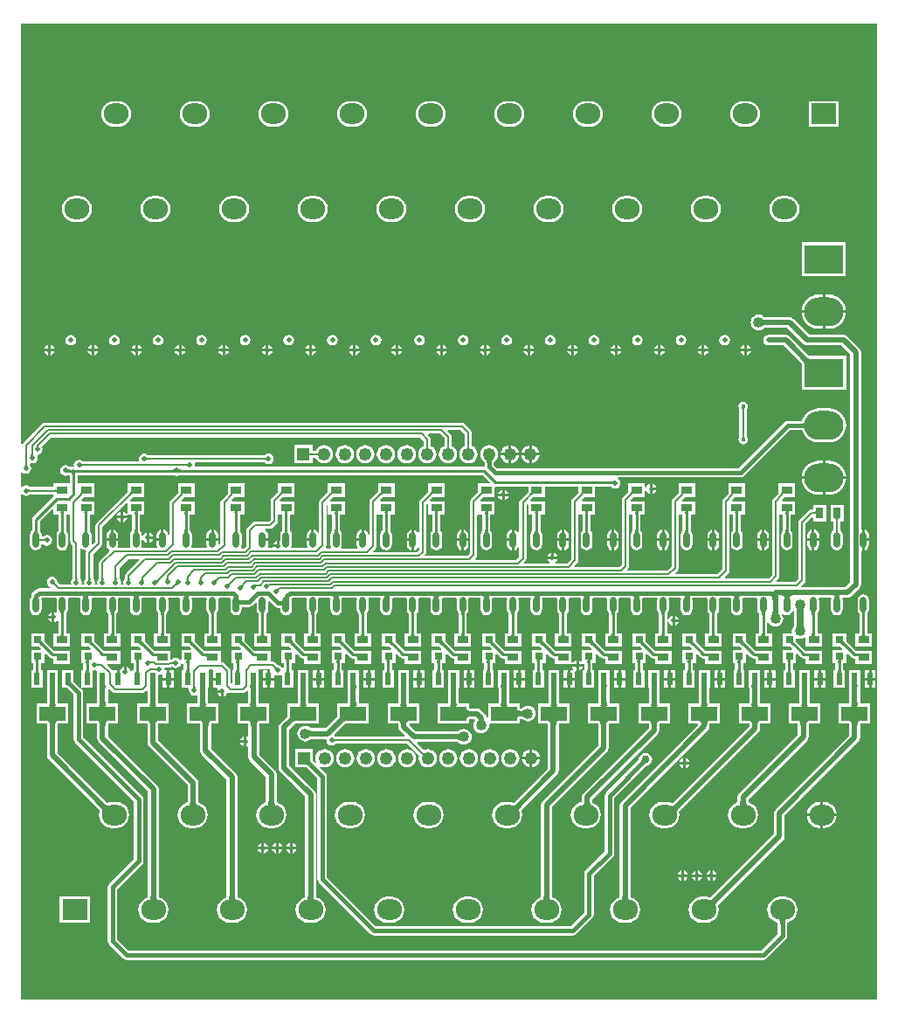
<source format=gbl>
G04*
G04 #@! TF.GenerationSoftware,Altium Limited,Altium Designer,19.0.4 (130)*
G04*
G04 Layer_Physical_Order=2*
G04 Layer_Color=16711680*
%FSTAX24Y24*%
%MOIN*%
G70*
G01*
G75*
%ADD12C,0.0070*%
%ADD17C,0.0200*%
%ADD20R,0.0304X0.0433*%
%ADD26R,0.0433X0.0304*%
%ADD28O,0.0236X0.0602*%
%ADD29R,0.0315X0.0315*%
%ADD53C,0.0250*%
%ADD55C,0.0150*%
%ADD56C,0.0100*%
%ADD58R,0.0945X0.0787*%
%ADD59O,0.0945X0.0787*%
%ADD60O,0.1496X0.1100*%
%ADD61R,0.1496X0.1100*%
%ADD62C,0.0492*%
%ADD63R,0.0492X0.0492*%
%ADD64C,0.0200*%
%ADD65C,0.0300*%
%ADD66C,0.0400*%
%ADD67C,0.0150*%
%ADD68R,0.0225X0.0472*%
%ADD69R,0.1000X0.0572*%
G36*
X028371Y026102D02*
X028381Y026096D01*
X028393Y02609D01*
X028406Y026084D01*
X02842Y02608D01*
X028436Y026076D01*
X028453Y026074D01*
X028472Y026072D01*
X028513Y02607D01*
Y02587D01*
X028492Y02587D01*
X028453Y025866D01*
X028436Y025864D01*
X02842Y02586D01*
X028406Y025856D01*
X028393Y02585D01*
X028381Y025844D01*
X028371Y025838D01*
X028363Y02583D01*
Y02611D01*
X028371Y026102D01*
D02*
G37*
G36*
X029989Y02189D02*
X029988Y021904D01*
X029983Y021917D01*
X029974Y021928D01*
X029963Y021938D01*
X029948Y021946D01*
X029929Y021953D01*
X029907Y021958D01*
X029882Y021962D01*
X029854Y021964D01*
X029822Y021965D01*
Y022115D01*
X029854Y022116D01*
X029882Y022118D01*
X029907Y022122D01*
X029929Y022127D01*
X029948Y022134D01*
X029963Y022142D01*
X029974Y022152D01*
X029983Y022163D01*
X029988Y022176D01*
X029989Y02219D01*
Y02189D01*
D02*
G37*
G36*
X000735Y021251D02*
X000737Y02123D01*
X000738Y021224D01*
X000739Y02122D01*
X000741Y021216D01*
X000742Y021212D01*
X000744Y02121D01*
X000747Y021208D01*
X000653D01*
X000656Y02121D01*
X000658Y021212D01*
X000659Y021216D01*
X000661Y02122D01*
X000662Y021224D01*
X000663Y02123D01*
X000664Y021236D01*
X000665Y021251D01*
X000665Y02126D01*
X000735D01*
X000735Y021251D01*
D02*
G37*
G36*
X00053Y02095D02*
X000532Y020941D01*
X000534Y020932D01*
X000536Y020924D01*
X00054Y020916D01*
X000544Y020909D01*
X00055Y020903D01*
X000556Y020897D01*
X000562Y020892D01*
X00057Y020887D01*
X000434Y020852D01*
X000439Y02086D01*
X000447Y020877D01*
X000451Y020886D01*
X000454Y020895D01*
X000456Y020904D01*
X000458Y020913D01*
X000459Y020922D01*
X00046Y020931D01*
X00046Y02094D01*
X00053Y020959D01*
X00053Y02095D01*
D02*
G37*
G36*
X009449Y0207D02*
X009442Y020707D01*
X009434Y020713D01*
X009427Y020718D01*
X009419Y020722D01*
X009411Y020726D01*
X009402Y020729D01*
X009394Y020732D01*
X009385Y020734D01*
X009376Y020735D01*
X009366Y020735D01*
Y020805D01*
X009376Y020805D01*
X009385Y020806D01*
X009394Y020808D01*
X009402Y020811D01*
X009411Y020814D01*
X009419Y020818D01*
X009427Y020822D01*
X009434Y020827D01*
X009442Y020833D01*
X009449Y02084D01*
Y0207D01*
D02*
G37*
G36*
X004858Y020833D02*
X004866Y020827D01*
X004873Y020822D01*
X004881Y020818D01*
X004889Y020814D01*
X004897Y020811D01*
X004906Y020808D01*
X004915Y020806D01*
X004924Y020805D01*
X004934Y020805D01*
Y020735D01*
X004924Y020735D01*
X004915Y020734D01*
X004906Y020732D01*
X004897Y020729D01*
X004889Y020726D01*
X004881Y020722D01*
X004873Y020718D01*
X004866Y020713D01*
X004858Y020707D01*
X004851Y0207D01*
Y02084D01*
X004858Y020833D01*
D02*
G37*
G36*
X018097Y020745D02*
X01808Y020726D01*
X018066Y020706D01*
X018053Y020686D01*
X018042Y020665D01*
X018034Y020644D01*
X018027Y020623D01*
X018022Y020602D01*
X018019Y02058D01*
X018018Y020558D01*
X017868D01*
X017867Y02058D01*
X017864Y020602D01*
X017859Y020623D01*
X017853Y020644D01*
X017844Y020665D01*
X017833Y020686D01*
X017821Y020706D01*
X017806Y020726D01*
X017789Y020745D01*
X017771Y020764D01*
X018115D01*
X018097Y020745D01*
D02*
G37*
G36*
X000305Y020544D02*
X000306Y020535D01*
X000308Y020526D01*
X000311Y020517D01*
X000314Y020509D01*
X000318Y020501D01*
X000322Y020493D01*
X000327Y020486D01*
X000333Y020478D01*
X00034Y020471D01*
X0002D01*
X000207Y020478D01*
X000213Y020486D01*
X000218Y020493D01*
X000222Y020501D01*
X000226Y020509D01*
X000229Y020517D01*
X000232Y020526D01*
X000234Y020535D01*
X000235Y020544D01*
X000235Y020554D01*
X000305D01*
X000305Y020544D01*
D02*
G37*
G36*
X006449Y020455D02*
X006442Y020462D01*
X006434Y020468D01*
X006427Y020473D01*
X006419Y020477D01*
X006411Y020481D01*
X006403Y020484D01*
X006394Y020487D01*
X006385Y020489D01*
X006376Y02049D01*
X006366Y02049D01*
Y02056D01*
X006376Y02056D01*
X006385Y020561D01*
X006394Y020563D01*
X006403Y020566D01*
X006411Y020569D01*
X006419Y020573D01*
X006427Y020577D01*
X006434Y020582D01*
X006442Y020588D01*
X006449Y020595D01*
Y020455D01*
D02*
G37*
G36*
X002373Y020588D02*
X002381Y020582D01*
X002388Y020577D01*
X002396Y020573D01*
X002404Y020569D01*
X002412Y020566D01*
X002421Y020563D01*
X00243Y020561D01*
X002439Y02056D01*
X002449Y02056D01*
Y02049D01*
X002439Y02049D01*
X00243Y020489D01*
X002421Y020487D01*
X002412Y020484D01*
X002404Y020481D01*
X002396Y020477D01*
X002388Y020473D01*
X002381Y020468D01*
X002373Y020462D01*
X002366Y020455D01*
Y020595D01*
X002373Y020588D01*
D02*
G37*
G36*
X006105Y020374D02*
X006109Y02037D01*
X006115Y020367D01*
X006121Y020363D01*
X006128Y020361D01*
X006135Y020359D01*
X006144Y020357D01*
X006153Y020356D01*
X006163Y020355D01*
X006174Y020355D01*
X006156Y020255D01*
X006145Y020255D01*
X006117Y020253D01*
X006109Y020251D01*
X006102Y02025D01*
X006095Y020248D01*
X006089Y020245D01*
X006084Y020243D01*
X00608Y02024D01*
X006101Y020378D01*
X006105Y020374D01*
D02*
G37*
G36*
X00596Y02024D02*
X005956Y020243D01*
X005951Y020245D01*
X005945Y020248D01*
X005938Y02025D01*
X005931Y020251D01*
X005923Y020253D01*
X005905Y020254D01*
X005895Y020255D01*
X005884Y020255D01*
X005866Y020355D01*
X005877Y020355D01*
X005896Y020357D01*
X005905Y020359D01*
X005912Y020361D01*
X005919Y020363D01*
X005925Y020367D01*
X005931Y02037D01*
X005935Y020374D01*
X005939Y020378D01*
X00596Y02024D01*
D02*
G37*
G36*
X001865Y020374D02*
X001869Y02037D01*
X001875Y020367D01*
X001881Y020363D01*
X001888Y020361D01*
X001895Y020359D01*
X001904Y020357D01*
X001913Y020356D01*
X001923Y020355D01*
X001934Y020355D01*
X001916Y020255D01*
X001905Y020255D01*
X001877Y020253D01*
X001869Y020251D01*
X001862Y02025D01*
X001855Y020248D01*
X001849Y020245D01*
X001844Y020243D01*
X00184Y02024D01*
X001861Y020378D01*
X001865Y020374D01*
D02*
G37*
G36*
X00223Y020255D02*
X002211Y020254D01*
X002194Y020251D01*
X002179Y020246D01*
X002166Y020239D01*
X002155Y02023D01*
X002146Y020219D01*
X002139Y020206D01*
X002134Y020191D01*
X002131Y020174D01*
X00213Y020155D01*
X00203D01*
X002029Y020174D01*
X002026Y020191D01*
X002021Y020206D01*
X002014Y020219D01*
X002005Y02023D01*
X001994Y020239D01*
X001981Y020246D01*
X001966Y020251D01*
X001949Y020254D01*
X00193Y020255D01*
X00208Y020355D01*
X00223Y020255D01*
D02*
G37*
G36*
X017966Y019868D02*
X017947Y019822D01*
X017523D01*
Y019513D01*
X017258Y019247D01*
X017228Y019203D01*
X017218Y01915D01*
Y017157D01*
X017118Y017058D01*
X015508D01*
X015489Y017104D01*
X015497Y017113D01*
X015527Y017157D01*
X015538Y01721D01*
Y019042D01*
X015566Y019064D01*
X015613Y019044D01*
Y018648D01*
X015772D01*
Y018026D01*
X015768Y018023D01*
X01572Y017951D01*
X015703Y017866D01*
Y0175D01*
X01572Y017415D01*
X015768Y017343D01*
X01584Y017294D01*
X015925Y017277D01*
X01601Y017294D01*
X016082Y017343D01*
X01613Y017415D01*
X016147Y0175D01*
Y017866D01*
X01613Y017951D01*
X016082Y018023D01*
X016078Y018026D01*
Y018648D01*
X016247D01*
Y019152D01*
X015707D01*
X015688Y019198D01*
X015808Y019318D01*
X016247D01*
Y019822D01*
X015613D01*
Y019513D01*
X015303Y019202D01*
X015273Y019157D01*
X015262Y019105D01*
Y017983D01*
X015212Y017967D01*
X015182Y018013D01*
X015109Y018062D01*
X015074Y018069D01*
Y017673D01*
Y017277D01*
X015109Y017284D01*
X015182Y017333D01*
X015212Y017379D01*
X015262Y017363D01*
Y017267D01*
X015193Y017198D01*
X013538D01*
X013519Y017244D01*
X013617Y017343D01*
X013647Y017387D01*
X013658Y01744D01*
Y018638D01*
X013703Y018648D01*
Y018648D01*
X013861D01*
Y018026D01*
X013857Y018023D01*
X013809Y017951D01*
X013792Y017866D01*
Y0175D01*
X013809Y017415D01*
X013857Y017343D01*
X013929Y017294D01*
X014014Y017277D01*
X014099Y017294D01*
X014172Y017343D01*
X01422Y017415D01*
X014237Y0175D01*
Y017866D01*
X01422Y017951D01*
X014172Y018023D01*
X014167Y018026D01*
Y018648D01*
X014337D01*
Y019152D01*
X013797D01*
X013778Y019198D01*
X013898Y019318D01*
X014337D01*
Y019822D01*
X013703D01*
Y019513D01*
X013423Y019232D01*
X013393Y019187D01*
X013382Y019135D01*
Y01788D01*
X013332Y017875D01*
X013319Y017941D01*
X013271Y018013D01*
X013199Y018062D01*
X013164Y018069D01*
Y017673D01*
X013114D01*
Y017623D01*
X012891D01*
Y01749D01*
X012908Y017405D01*
X012924Y017382D01*
X0129Y017338D01*
X012318D01*
X012291Y017388D01*
X012309Y017415D01*
X012326Y0175D01*
Y017866D01*
X012309Y017951D01*
X012261Y018023D01*
X012257Y018026D01*
Y018648D01*
X012427D01*
Y019152D01*
X011887D01*
X011868Y019198D01*
X011988Y019318D01*
X012427D01*
Y019822D01*
X011793D01*
Y019513D01*
X011493Y019212D01*
X011463Y019167D01*
X011452Y019115D01*
Y017959D01*
X011449Y017957D01*
X011402Y017951D01*
X01136Y018013D01*
X011288Y018062D01*
X011253Y018069D01*
Y017673D01*
X011203D01*
Y017623D01*
X010981D01*
Y01749D01*
X010997Y017407D01*
X010998Y017398D01*
X010972Y017357D01*
X010413D01*
X010389Y017401D01*
X010399Y017415D01*
X010416Y0175D01*
Y017866D01*
X010399Y017951D01*
X01035Y018023D01*
X010346Y018026D01*
Y018648D01*
X010517D01*
Y019152D01*
X009977D01*
X009958Y019198D01*
X010078Y019318D01*
X010517D01*
Y019822D01*
X009883D01*
Y019513D01*
X009653Y019282D01*
X009623Y019237D01*
X009612Y019185D01*
Y018451D01*
X009529Y018368D01*
X009D01*
X009Y018368D01*
X008947Y018357D01*
X008903Y018327D01*
X008903Y018327D01*
X008713Y018137D01*
X008683Y018093D01*
X008672Y01804D01*
Y017437D01*
X008583Y017348D01*
X008496D01*
X008473Y017392D01*
X008488Y017415D01*
X008505Y0175D01*
Y017866D01*
X008488Y017951D01*
X00844Y018023D01*
X008435Y018026D01*
Y018648D01*
X008607D01*
Y019152D01*
X008132D01*
X008113Y019198D01*
X008206Y019291D01*
X008224Y019318D01*
X008607D01*
Y019822D01*
X007973D01*
Y019466D01*
X007971Y019453D01*
Y019445D01*
X007733Y019207D01*
X007703Y019163D01*
X007692Y01911D01*
Y017537D01*
X007654Y017499D01*
X007604Y01752D01*
Y017623D01*
X007382D01*
X007159D01*
Y01749D01*
X007174Y017418D01*
X007146Y017368D01*
X006603D01*
X006578Y017409D01*
X006578Y017418D01*
X006594Y0175D01*
Y017866D01*
X006577Y017951D01*
X006529Y018023D01*
X006525Y018026D01*
Y018648D01*
X006697D01*
Y019152D01*
X006222D01*
X006203Y019198D01*
X006296Y019291D01*
X006314Y019318D01*
X006697D01*
Y019822D01*
X006063D01*
Y019466D01*
X006061Y019453D01*
Y019445D01*
X005783Y019167D01*
X005753Y019123D01*
X005742Y01907D01*
Y017867D01*
X005692Y017863D01*
X005677Y017941D01*
X005628Y018013D01*
X005556Y018062D01*
X005521Y018069D01*
Y017673D01*
X005471D01*
Y017623D01*
X005249D01*
Y01749D01*
X005263Y017418D01*
X005235Y017368D01*
X004693D01*
X004667Y017409D01*
X004667Y017418D01*
X004684Y0175D01*
Y017674D01*
X004734Y017679D01*
X004734Y017677D01*
X004778Y017611D01*
X004844Y017567D01*
X004872Y017561D01*
Y017755D01*
Y017949D01*
X004844Y017943D01*
X004778Y017899D01*
X004734Y017833D01*
X004734Y017831D01*
X004684Y017836D01*
Y017866D01*
X004667Y017951D01*
X004618Y018023D01*
X004614Y018026D01*
Y018648D01*
X004787D01*
Y019152D01*
X004247D01*
X004228Y019198D01*
X004348Y019318D01*
X004787D01*
Y019822D01*
X004153D01*
Y019513D01*
X002958Y018317D01*
X002928Y018273D01*
X002918Y01822D01*
Y017602D01*
X002823Y017508D01*
X002773Y017528D01*
Y017866D01*
X002756Y017951D01*
X002708Y018023D01*
X002704Y018026D01*
Y018648D01*
X002877D01*
Y019152D01*
X002402D01*
X002383Y019198D01*
X002476Y019291D01*
X002476Y019291D01*
X002494Y019318D01*
X002877D01*
Y019822D01*
X002243D01*
X002233Y019867D01*
Y020152D01*
X005911D01*
X005942Y020132D01*
X00602Y020116D01*
X006098Y020132D01*
X006129Y020152D01*
X017682D01*
X017966Y019868D01*
D02*
G37*
G36*
X022666Y019786D02*
X022662Y01979D01*
X022658Y019794D01*
X022653Y019798D01*
X022647Y019801D01*
X02264Y019804D01*
X022633Y019806D01*
X022624Y019808D01*
X022615Y019809D01*
X022605Y01981D01*
X022595Y01981D01*
X022619Y01991D01*
X022629Y01991D01*
X022658Y019912D01*
X022666Y019913D01*
X022679Y019916D01*
X022685Y019918D01*
X02269Y01992D01*
X022694Y019923D01*
X022666Y019786D01*
D02*
G37*
G36*
X001426Y01948D02*
X001425Y019487D01*
X001423Y019493D01*
X001419Y019498D01*
X001414Y019502D01*
X001408Y019506D01*
X0014Y019509D01*
X001391Y019512D01*
X00138Y019514D01*
X001368Y019515D01*
X001355Y019515D01*
Y019585D01*
X001368Y019585D01*
X00138Y019586D01*
X001391Y019588D01*
X0014Y019591D01*
X001408Y019594D01*
X001414Y019598D01*
X001419Y019602D01*
X001423Y019607D01*
X001425Y019613D01*
X001426Y01962D01*
Y01948D01*
D02*
G37*
G36*
X000358Y019613D02*
X000366Y019607D01*
X000373Y019602D01*
X000381Y019598D01*
X000389Y019594D01*
X000397Y019591D01*
X000406Y019588D01*
X000415Y019586D01*
X000424Y019585D01*
X000434Y019585D01*
Y019515D01*
X000424Y019515D01*
X000415Y019514D01*
X000406Y019512D01*
X000397Y019509D01*
X000389Y019506D01*
X000381Y019502D01*
X000373Y019498D01*
X000366Y019493D01*
X000358Y019487D01*
X000351Y01948D01*
Y01962D01*
X000358Y019613D01*
D02*
G37*
G36*
X023454Y019421D02*
X023448Y019424D01*
X023442Y019426D01*
X023435Y019426D01*
X023426Y019424D01*
X023417Y01942D01*
X023406Y019414D01*
X023395Y019406D01*
X023383Y019396D01*
X023355Y01937D01*
X023305Y019419D01*
X023319Y019434D01*
X023341Y01946D01*
X023349Y019471D01*
X023355Y019482D01*
X023359Y019491D01*
X023361Y019499D01*
X023362Y019507D01*
X02336Y019513D01*
X023356Y019518D01*
X023454Y019421D01*
D02*
G37*
G36*
X019634D02*
X019628Y019424D01*
X019622Y019426D01*
X019615Y019426D01*
X019606Y019424D01*
X019597Y01942D01*
X019586Y019414D01*
X019575Y019406D01*
X019563Y019396D01*
X019535Y01937D01*
X019485Y019419D01*
X019499Y019434D01*
X019521Y01946D01*
X019529Y019471D01*
X019535Y019482D01*
X019539Y019491D01*
X019541Y019499D01*
X019542Y019507D01*
X01954Y019513D01*
X019536Y019518D01*
X019634Y019421D01*
D02*
G37*
G36*
X017724D02*
X017718Y019424D01*
X017712Y019426D01*
X017705Y019426D01*
X017696Y019424D01*
X017687Y01942D01*
X017676Y019414D01*
X017665Y019406D01*
X017653Y019396D01*
X017625Y01937D01*
X017575Y019419D01*
X017589Y019434D01*
X017611Y01946D01*
X017619Y019471D01*
X017625Y019482D01*
X017629Y019491D01*
X017631Y019499D01*
X017632Y019507D01*
X01763Y019513D01*
X017626Y019518D01*
X017724Y019421D01*
D02*
G37*
G36*
X015814D02*
X015808Y019424D01*
X015802Y019426D01*
X015795Y019426D01*
X015786Y019424D01*
X015777Y01942D01*
X015766Y019414D01*
X015755Y019406D01*
X015743Y019396D01*
X015715Y01937D01*
X015665Y019419D01*
X015679Y019434D01*
X015701Y01946D01*
X015709Y019471D01*
X015715Y019482D01*
X015719Y019491D01*
X015721Y019499D01*
X015722Y019507D01*
X01572Y019513D01*
X015716Y019518D01*
X015814Y019421D01*
D02*
G37*
G36*
X013904D02*
X013898Y019424D01*
X013892Y019426D01*
X013885Y019426D01*
X013876Y019424D01*
X013867Y01942D01*
X013856Y019414D01*
X013845Y019406D01*
X013833Y019396D01*
X013805Y01937D01*
X013755Y019419D01*
X013769Y019434D01*
X013791Y01946D01*
X013799Y019471D01*
X013805Y019482D01*
X013809Y019491D01*
X013811Y019499D01*
X013812Y019507D01*
X01381Y019513D01*
X013806Y019518D01*
X013904Y019421D01*
D02*
G37*
G36*
X011994D02*
X011988Y019424D01*
X011982Y019426D01*
X011975Y019426D01*
X011966Y019424D01*
X011957Y01942D01*
X011946Y019414D01*
X011935Y019406D01*
X011923Y019396D01*
X011895Y01937D01*
X011845Y019419D01*
X011859Y019434D01*
X011881Y01946D01*
X011889Y019471D01*
X011895Y019482D01*
X011899Y019491D01*
X011901Y019499D01*
X011902Y019507D01*
X0119Y019513D01*
X011896Y019518D01*
X011994Y019421D01*
D02*
G37*
G36*
X010084D02*
X010078Y019424D01*
X010072Y019426D01*
X010065Y019426D01*
X010056Y019424D01*
X010047Y01942D01*
X010036Y019414D01*
X010025Y019406D01*
X010013Y019396D01*
X009985Y01937D01*
X009935Y019419D01*
X009949Y019434D01*
X009971Y01946D01*
X009979Y019471D01*
X009985Y019482D01*
X009989Y019491D01*
X009991Y019499D01*
X009992Y019507D01*
X00999Y019513D01*
X009986Y019518D01*
X010084Y019421D01*
D02*
G37*
G36*
X004354D02*
X004348Y019424D01*
X004342Y019426D01*
X004335Y019426D01*
X004326Y019424D01*
X004317Y01942D01*
X004306Y019414D01*
X004295Y019406D01*
X004283Y019396D01*
X004255Y01937D01*
X004205Y019419D01*
X004219Y019434D01*
X004241Y01946D01*
X004249Y019471D01*
X004255Y019482D01*
X004259Y019491D01*
X004261Y019499D01*
X004262Y019507D01*
X00426Y019513D01*
X004256Y019518D01*
X004354Y019421D01*
D02*
G37*
G36*
X004153Y019058D02*
Y018693D01*
X004153Y018693D01*
Y018693D01*
X004153Y018668D01*
X004103Y018653D01*
X004081Y018687D01*
X004015Y018731D01*
X003987Y018737D01*
Y018593D01*
X004131D01*
X004128Y018608D01*
X004127Y018609D01*
X004156Y018641D01*
X004167Y018648D01*
X004195Y018648D01*
X004308D01*
Y018026D01*
X004304Y018023D01*
X004256Y017951D01*
X004239Y017866D01*
Y0175D01*
X004255Y017418D01*
X004255Y017409D01*
X00423Y017368D01*
X003797D01*
X003769Y017418D01*
X003783Y01749D01*
Y017623D01*
X003561D01*
X003338D01*
Y01749D01*
X003355Y017405D01*
X003403Y017333D01*
X003442Y017307D01*
X003448Y017243D01*
X003096Y016891D01*
X003066Y016846D01*
X003056Y016793D01*
Y016199D01*
X003049Y016194D01*
X003005Y016128D01*
X002989Y01605D01*
X002996Y016015D01*
X002965Y015976D01*
X002922D01*
X00289Y016015D01*
X002897Y01605D01*
X002882Y016128D01*
X002838Y016194D01*
X002831Y016199D01*
Y017126D01*
X003153Y017448D01*
X003153Y017448D01*
X003183Y017493D01*
X003193Y017545D01*
X003193Y017545D01*
Y018163D01*
X004107Y019077D01*
X004153Y019058D01*
D02*
G37*
G36*
X02939Y01875D02*
X029381Y018747D01*
X029374Y018741D01*
X029367Y018734D01*
X029362Y018725D01*
X029357Y018714D01*
X029354Y018701D01*
X029351Y018686D01*
X02935Y018669D01*
X029349Y018649D01*
X029249D01*
X029249Y018669D01*
X029247Y018686D01*
X029245Y018701D01*
X029241Y018714D01*
X029237Y018725D01*
X029231Y018734D01*
X029225Y018741D01*
X029217Y018747D01*
X029209Y01875D01*
X029199Y018751D01*
X029399D01*
X02939Y01875D01*
D02*
G37*
G36*
X027479D02*
X027471Y018747D01*
X027463Y018741D01*
X027457Y018734D01*
X027451Y018725D01*
X027447Y018714D01*
X027443Y018701D01*
X027441Y018686D01*
X027439Y018669D01*
X027439Y018649D01*
X027339D01*
X027338Y018669D01*
X027337Y018686D01*
X027334Y018701D01*
X027331Y018714D01*
X027326Y018725D01*
X027321Y018734D01*
X027314Y018741D01*
X027307Y018747D01*
X027298Y01875D01*
X027289Y018751D01*
X027489D01*
X027479Y01875D01*
D02*
G37*
G36*
X025569D02*
X02556Y018747D01*
X025553Y018741D01*
X025546Y018734D01*
X025541Y018725D01*
X025536Y018714D01*
X025533Y018701D01*
X02553Y018686D01*
X025529Y018669D01*
X025528Y018649D01*
X025428D01*
X025428Y018669D01*
X025426Y018686D01*
X025424Y018701D01*
X02542Y018714D01*
X025416Y018725D01*
X02541Y018734D01*
X025404Y018741D01*
X025396Y018747D01*
X025388Y01875D01*
X025378Y018751D01*
X025578D01*
X025569Y01875D01*
D02*
G37*
G36*
X023658D02*
X023649Y018747D01*
X023642Y018741D01*
X023635Y018734D01*
X02363Y018725D01*
X023626Y018714D01*
X023622Y018701D01*
X023619Y018686D01*
X023618Y018669D01*
X023617Y018649D01*
X023517D01*
X023517Y018669D01*
X023516Y018686D01*
X023513Y018701D01*
X02351Y018714D01*
X023505Y018725D01*
X0235Y018734D01*
X023493Y018741D01*
X023486Y018747D01*
X023477Y01875D01*
X023468Y018751D01*
X023668D01*
X023658Y01875D01*
D02*
G37*
G36*
X021747D02*
X021739Y018747D01*
X021731Y018741D01*
X021725Y018734D01*
X021719Y018725D01*
X021715Y018714D01*
X021711Y018701D01*
X021709Y018686D01*
X021707Y018669D01*
X021707Y018649D01*
X021607D01*
X021606Y018669D01*
X021605Y018686D01*
X021602Y018701D01*
X021599Y018714D01*
X021594Y018725D01*
X021589Y018734D01*
X021582Y018741D01*
X021575Y018747D01*
X021566Y01875D01*
X021557Y018751D01*
X021757D01*
X021747Y01875D01*
D02*
G37*
G36*
X019837D02*
X019828Y018747D01*
X019821Y018741D01*
X019814Y018734D01*
X019809Y018725D01*
X019804Y018714D01*
X019801Y018701D01*
X019798Y018686D01*
X019797Y018669D01*
X019796Y018649D01*
X019696D01*
X019696Y018669D01*
X019694Y018686D01*
X019692Y018701D01*
X019688Y018714D01*
X019684Y018725D01*
X019678Y018734D01*
X019672Y018741D01*
X019664Y018747D01*
X019656Y01875D01*
X019646Y018751D01*
X019846D01*
X019837Y01875D01*
D02*
G37*
G36*
X017926D02*
X017918Y018747D01*
X01791Y018741D01*
X017904Y018734D01*
X017898Y018725D01*
X017894Y018714D01*
X01789Y018701D01*
X017888Y018686D01*
X017886Y018669D01*
X017886Y018649D01*
X017786D01*
X017785Y018669D01*
X017784Y018686D01*
X017781Y018701D01*
X017778Y018714D01*
X017773Y018725D01*
X017768Y018734D01*
X017761Y018741D01*
X017754Y018747D01*
X017745Y01875D01*
X017736Y018751D01*
X017936D01*
X017926Y01875D01*
D02*
G37*
G36*
X016015D02*
X016007Y018747D01*
X015999Y018741D01*
X015993Y018734D01*
X015987Y018725D01*
X015983Y018714D01*
X015979Y018701D01*
X015977Y018686D01*
X015976Y018669D01*
X015975Y018649D01*
X015875D01*
X015875Y018669D01*
X015873Y018686D01*
X01587Y018701D01*
X015867Y018714D01*
X015862Y018725D01*
X015857Y018734D01*
X01585Y018741D01*
X015843Y018747D01*
X015834Y01875D01*
X015825Y018751D01*
X016025D01*
X016015Y01875D01*
D02*
G37*
G36*
X014105D02*
X014096Y018747D01*
X014089Y018741D01*
X014082Y018734D01*
X014077Y018725D01*
X014072Y018714D01*
X014069Y018701D01*
X014066Y018686D01*
X014065Y018669D01*
X014064Y018649D01*
X013964D01*
X013964Y018669D01*
X013962Y018686D01*
X01396Y018701D01*
X013956Y018714D01*
X013952Y018725D01*
X013946Y018734D01*
X01394Y018741D01*
X013932Y018747D01*
X013924Y01875D01*
X013914Y018751D01*
X014114D01*
X014105Y01875D01*
D02*
G37*
G36*
X012194D02*
X012186Y018747D01*
X012178Y018741D01*
X012172Y018734D01*
X012166Y018725D01*
X012162Y018714D01*
X012158Y018701D01*
X012156Y018686D01*
X012154Y018669D01*
X012154Y018649D01*
X012054D01*
X012053Y018669D01*
X012052Y018686D01*
X012049Y018701D01*
X012046Y018714D01*
X012041Y018725D01*
X012036Y018734D01*
X012029Y018741D01*
X012022Y018747D01*
X012013Y01875D01*
X012004Y018751D01*
X012204D01*
X012194Y01875D01*
D02*
G37*
G36*
X010284D02*
X010275Y018747D01*
X010268Y018741D01*
X010261Y018734D01*
X010256Y018725D01*
X010251Y018714D01*
X010248Y018701D01*
X010245Y018686D01*
X010244Y018669D01*
X010243Y018649D01*
X010143D01*
X010143Y018669D01*
X010141Y018686D01*
X010139Y018701D01*
X010135Y018714D01*
X010131Y018725D01*
X010125Y018734D01*
X010119Y018741D01*
X010111Y018747D01*
X010103Y01875D01*
X010093Y018751D01*
X010293D01*
X010284Y01875D01*
D02*
G37*
G36*
X008373D02*
X008364Y018747D01*
X008357Y018741D01*
X00835Y018734D01*
X008345Y018725D01*
X00834Y018714D01*
X008337Y018701D01*
X008335Y018686D01*
X008333Y018669D01*
X008332Y018649D01*
X008232D01*
X008232Y018669D01*
X008231Y018686D01*
X008228Y018701D01*
X008224Y018714D01*
X00822Y018725D01*
X008214Y018734D01*
X008208Y018741D01*
X008201Y018747D01*
X008192Y01875D01*
X008183Y018751D01*
X008382D01*
X008373Y01875D01*
D02*
G37*
G36*
X006462D02*
X006454Y018747D01*
X006446Y018741D01*
X00644Y018734D01*
X006434Y018725D01*
X00643Y018714D01*
X006426Y018701D01*
X006424Y018686D01*
X006422Y018669D01*
X006422Y018649D01*
X006322D01*
X006321Y018669D01*
X00632Y018686D01*
X006317Y018701D01*
X006314Y018714D01*
X006309Y018725D01*
X006304Y018734D01*
X006297Y018741D01*
X00629Y018747D01*
X006281Y01875D01*
X006272Y018751D01*
X006472D01*
X006462Y01875D01*
D02*
G37*
G36*
X004552D02*
X004543Y018747D01*
X004536Y018741D01*
X004529Y018734D01*
X004524Y018725D01*
X004519Y018714D01*
X004516Y018701D01*
X004513Y018686D01*
X004512Y018669D01*
X004511Y018649D01*
X004411D01*
X004411Y018669D01*
X004409Y018686D01*
X004407Y018701D01*
X004403Y018714D01*
X004399Y018725D01*
X004393Y018734D01*
X004387Y018741D01*
X004379Y018747D01*
X004371Y01875D01*
X004361Y018751D01*
X004561D01*
X004552Y01875D01*
D02*
G37*
G36*
X002641D02*
X002633Y018747D01*
X002625Y018741D01*
X002619Y018734D01*
X002613Y018725D01*
X002609Y018714D01*
X002605Y018701D01*
X002603Y018686D01*
X002601Y018669D01*
X002601Y018649D01*
X002501D01*
X0025Y018669D01*
X002499Y018686D01*
X002496Y018701D01*
X002493Y018714D01*
X002488Y018725D01*
X002483Y018734D01*
X002476Y018741D01*
X002469Y018747D01*
X00246Y01875D01*
X002451Y018751D01*
X002651D01*
X002641Y01875D01*
D02*
G37*
G36*
X001741D02*
X001732Y018747D01*
X001725Y018741D01*
X001718Y018734D01*
X001713Y018725D01*
X001708Y018714D01*
X001705Y018701D01*
X001702Y018686D01*
X0017Y018669D01*
X0017Y018649D01*
X0016D01*
X0016Y018669D01*
X001598Y018686D01*
X001595Y018701D01*
X001592Y018714D01*
X001587Y018725D01*
X001582Y018734D01*
X001576Y018741D01*
X001568Y018747D01*
X001559Y01875D01*
X00155Y018751D01*
X00175D01*
X001741Y01875D01*
D02*
G37*
G36*
X030404Y01864D02*
X030404Y018647D01*
X030401Y018653D01*
X030398Y018658D01*
X030393Y018662D01*
X030386Y018666D01*
X030379Y018669D01*
X030369Y018672D01*
X030359Y018674D01*
X030347Y018675D01*
X030333Y018675D01*
Y018745D01*
X030347Y018745D01*
X030359Y018746D01*
X030369Y018748D01*
X030379Y018751D01*
X030386Y018754D01*
X030393Y018758D01*
X030398Y018762D01*
X030401Y018767D01*
X030404Y018773D01*
X030404Y01878D01*
Y01864D01*
D02*
G37*
G36*
X02935Y018044D02*
X029354Y017998D01*
X029357Y017979D01*
X029362Y017963D01*
X029367Y01795D01*
X029373Y01794D01*
X029381Y017933D01*
X029389Y017929D01*
X029398Y017927D01*
X0292D01*
X02921Y017929D01*
X029218Y017933D01*
X029225Y01794D01*
X029232Y01795D01*
X029237Y017963D01*
X029242Y017979D01*
X029245Y017998D01*
X029247Y01802D01*
X029249Y018044D01*
X029249Y018072D01*
X029349D01*
X02935Y018044D01*
D02*
G37*
G36*
X027439D02*
X027443Y017998D01*
X027447Y017979D01*
X027451Y017963D01*
X027456Y01795D01*
X027463Y01794D01*
X02747Y017933D01*
X027478Y017929D01*
X027488Y017927D01*
X02729D01*
X027299Y017929D01*
X027307Y017933D01*
X027315Y01794D01*
X027321Y01795D01*
X027326Y017963D01*
X027331Y017979D01*
X027334Y017998D01*
X027337Y01802D01*
X027338Y018044D01*
X027339Y018072D01*
X027439D01*
X027439Y018044D01*
D02*
G37*
G36*
X025529D02*
X025533Y017998D01*
X025536Y017979D01*
X02554Y017963D01*
X025546Y01795D01*
X025552Y01794D01*
X02556Y017933D01*
X025568Y017929D01*
X025577Y017927D01*
X025379D01*
X025388Y017929D01*
X025397Y017933D01*
X025404Y01794D01*
X02541Y01795D01*
X025416Y017963D01*
X02542Y017979D01*
X025424Y017998D01*
X025426Y01802D01*
X025428Y018044D01*
X025428Y018072D01*
X025528D01*
X025529Y018044D01*
D02*
G37*
G36*
X023618D02*
X023622Y017998D01*
X023625Y017979D01*
X02363Y017963D01*
X023635Y01795D01*
X023642Y01794D01*
X023649Y017933D01*
X023657Y017929D01*
X023667Y017927D01*
X023468D01*
X023478Y017929D01*
X023486Y017933D01*
X023493Y01794D01*
X0235Y01795D01*
X023505Y017963D01*
X02351Y017979D01*
X023513Y017998D01*
X023516Y01802D01*
X023517Y018044D01*
X023517Y018072D01*
X023617D01*
X023618Y018044D01*
D02*
G37*
G36*
X021707D02*
X021711Y017998D01*
X021715Y017979D01*
X021719Y017963D01*
X021725Y01795D01*
X021731Y01794D01*
X021738Y017933D01*
X021747Y017929D01*
X021756Y017927D01*
X021558D01*
X021567Y017929D01*
X021575Y017933D01*
X021583Y01794D01*
X021589Y01795D01*
X021595Y017963D01*
X021599Y017979D01*
X021602Y017998D01*
X021605Y01802D01*
X021606Y018044D01*
X021607Y018072D01*
X021707D01*
X021707Y018044D01*
D02*
G37*
G36*
X019797D02*
X019801Y017998D01*
X019804Y017979D01*
X019809Y017963D01*
X019814Y01795D01*
X01982Y01794D01*
X019828Y017933D01*
X019836Y017929D01*
X019845Y017927D01*
X019647D01*
X019657Y017929D01*
X019665Y017933D01*
X019672Y01794D01*
X019679Y01795D01*
X019684Y017963D01*
X019688Y017979D01*
X019692Y017998D01*
X019694Y01802D01*
X019696Y018044D01*
X019696Y018072D01*
X019796D01*
X019797Y018044D01*
D02*
G37*
G36*
X017886D02*
X01789Y017998D01*
X017893Y017979D01*
X017898Y017963D01*
X017903Y01795D01*
X01791Y01794D01*
X017917Y017933D01*
X017925Y017929D01*
X017935Y017927D01*
X017737D01*
X017746Y017929D01*
X017754Y017933D01*
X017762Y01794D01*
X017768Y01795D01*
X017773Y017963D01*
X017778Y017979D01*
X017781Y017998D01*
X017784Y01802D01*
X017785Y018044D01*
X017786Y018072D01*
X017886D01*
X017886Y018044D01*
D02*
G37*
G36*
X015975D02*
X015979Y017998D01*
X015983Y017979D01*
X015987Y017963D01*
X015993Y01795D01*
X015999Y01794D01*
X016006Y017933D01*
X016015Y017929D01*
X016024Y017927D01*
X015826D01*
X015835Y017929D01*
X015844Y017933D01*
X015851Y01794D01*
X015857Y01795D01*
X015863Y017963D01*
X015867Y017979D01*
X015871Y017998D01*
X015873Y01802D01*
X015875Y018044D01*
X015875Y018072D01*
X015975D01*
X015975Y018044D01*
D02*
G37*
G36*
X014065D02*
X014069Y017998D01*
X014072Y017979D01*
X014077Y017963D01*
X014082Y01795D01*
X014088Y01794D01*
X014096Y017933D01*
X014104Y017929D01*
X014113Y017927D01*
X013915D01*
X013925Y017929D01*
X013933Y017933D01*
X01394Y01794D01*
X013947Y01795D01*
X013952Y017963D01*
X013957Y017979D01*
X01396Y017998D01*
X013962Y01802D01*
X013964Y018044D01*
X013964Y018072D01*
X014064D01*
X014065Y018044D01*
D02*
G37*
G36*
X012154D02*
X012158Y017998D01*
X012162Y017979D01*
X012166Y017963D01*
X012171Y01795D01*
X012178Y01794D01*
X012185Y017933D01*
X012193Y017929D01*
X012203Y017927D01*
X012005D01*
X012014Y017929D01*
X012022Y017933D01*
X01203Y01794D01*
X012036Y01795D01*
X012041Y017963D01*
X012046Y017979D01*
X012049Y017998D01*
X012052Y01802D01*
X012053Y018044D01*
X012054Y018072D01*
X012154D01*
X012154Y018044D01*
D02*
G37*
G36*
X010244D02*
X010248Y017998D01*
X010251Y017979D01*
X010255Y017963D01*
X010261Y01795D01*
X010267Y01794D01*
X010275Y017933D01*
X010283Y017929D01*
X010292Y017927D01*
X010094D01*
X010103Y017929D01*
X010112Y017933D01*
X010119Y01794D01*
X010125Y01795D01*
X010131Y017963D01*
X010135Y017979D01*
X010139Y017998D01*
X010141Y01802D01*
X010143Y018044D01*
X010143Y018072D01*
X010243D01*
X010244Y018044D01*
D02*
G37*
G36*
X008333D02*
X008337Y017998D01*
X00834Y017979D01*
X008345Y017963D01*
X00835Y01795D01*
X008357Y01794D01*
X008364Y017933D01*
X008372Y017929D01*
X008382Y017927D01*
X008183D01*
X008193Y017929D01*
X008201Y017933D01*
X008208Y01794D01*
X008215Y01795D01*
X00822Y017963D01*
X008225Y017979D01*
X008228Y017998D01*
X008231Y01802D01*
X008232Y018044D01*
X008232Y018072D01*
X008332D01*
X008333Y018044D01*
D02*
G37*
G36*
X006422D02*
X006426Y017998D01*
X00643Y017979D01*
X006434Y017963D01*
X00644Y01795D01*
X006446Y01794D01*
X006453Y017933D01*
X006462Y017929D01*
X006471Y017927D01*
X006273D01*
X006282Y017929D01*
X00629Y017933D01*
X006298Y01794D01*
X006304Y01795D01*
X00631Y017963D01*
X006314Y017979D01*
X006317Y017998D01*
X00632Y01802D01*
X006321Y018044D01*
X006322Y018072D01*
X006422D01*
X006422Y018044D01*
D02*
G37*
G36*
X004512D02*
X004516Y017998D01*
X004519Y017979D01*
X004524Y017963D01*
X004529Y01795D01*
X004535Y01794D01*
X004543Y017933D01*
X004551Y017929D01*
X00456Y017927D01*
X004362D01*
X004372Y017929D01*
X00438Y017933D01*
X004387Y01794D01*
X004394Y01795D01*
X004399Y017963D01*
X004403Y017979D01*
X004407Y017998D01*
X004409Y01802D01*
X004411Y018044D01*
X004411Y018072D01*
X004511D01*
X004512Y018044D01*
D02*
G37*
G36*
X002601D02*
X002605Y017998D01*
X002608Y017979D01*
X002613Y017963D01*
X002618Y01795D01*
X002625Y01794D01*
X002632Y017933D01*
X00264Y017929D01*
X00265Y017927D01*
X002452D01*
X002461Y017929D01*
X002469Y017933D01*
X002477Y01794D01*
X002483Y01795D01*
X002488Y017963D01*
X002493Y017979D01*
X002496Y017998D01*
X002499Y01802D01*
X0025Y018044D01*
X002501Y018072D01*
X002601D01*
X002601Y018044D01*
D02*
G37*
G36*
X0007Y018067D02*
X0007Y01805D01*
X000704Y018018D01*
X000707Y018003D01*
X000711Y017988D01*
X000715Y017974D01*
X000721Y017961D01*
X000727Y017948D01*
X000734Y017936D01*
X000742Y017925D01*
X000551Y01794D01*
X00056Y017941D01*
X000569Y017944D01*
X000576Y017951D01*
X000582Y01796D01*
X000588Y017972D01*
X000592Y017987D01*
X000596Y018005D01*
X000598Y018026D01*
X0006Y01805D01*
X0006Y018076D01*
X0007Y018067D01*
D02*
G37*
G36*
X0017Y018034D02*
X001704Y017988D01*
X001708Y017969D01*
X001712Y017953D01*
X001718Y01794D01*
X001724Y01793D01*
X001731Y017923D01*
X00174Y017919D01*
X001749Y017917D01*
X001551D01*
X00156Y017919D01*
X001569Y017923D01*
X001576Y01793D01*
X001582Y01794D01*
X001588Y017953D01*
X001592Y017969D01*
X001596Y017988D01*
X001598Y01801D01*
X0016Y018034D01*
X0016Y018062D01*
X0017D01*
X0017Y018034D01*
D02*
G37*
G36*
X000757Y017738D02*
X00076Y017732D01*
X000763Y017727D01*
X000768Y017723D01*
X000775Y017719D01*
X000782Y017716D01*
X000792Y017713D01*
X000802Y017711D01*
X000814Y01771D01*
X000828Y01771D01*
Y01764D01*
X000814Y01764D01*
X000802Y017639D01*
X000792Y017637D01*
X000782Y017634D01*
X000775Y017631D01*
X000768Y017627D01*
X000763Y017623D01*
X00076Y017618D01*
X000757Y017612D01*
X000757Y017605D01*
Y017745D01*
X000757Y017738D01*
D02*
G37*
G36*
X000981Y017601D02*
X000976Y017608D01*
X00097Y017615D01*
X000964Y017621D01*
X000957Y017626D01*
X00095Y01763D01*
X000942Y017634D01*
X000934Y017636D01*
X000925Y017638D01*
X000916Y01764D01*
X000906Y01764D01*
X000921Y01771D01*
X000931Y01771D01*
X00094Y017711D01*
X000949Y017713D01*
X000958Y017714D01*
X000967Y017717D01*
X000975Y01772D01*
X000984Y017724D01*
X000992Y017728D01*
X001001Y017733D01*
X001009Y017738D01*
X000981Y017601D01*
D02*
G37*
G36*
X01004Y018026D02*
X010036Y018023D01*
X009988Y017951D01*
X009971Y017866D01*
Y017674D01*
X009929Y017642D01*
Y01744D01*
X009879D01*
Y01739D01*
X009667D01*
X009641Y017357D01*
X009524D01*
X009498Y017398D01*
X009498Y017407D01*
X009515Y01749D01*
Y017623D01*
X009293D01*
Y017723D01*
X009515D01*
Y017856D01*
X009498Y017941D01*
X00945Y018013D01*
X009406Y018042D01*
X009422Y018092D01*
X009586D01*
X009639Y018103D01*
X009683Y018133D01*
X009847Y018297D01*
X009877Y018341D01*
X009888Y018394D01*
Y018648D01*
X01004D01*
Y018026D01*
D02*
G37*
G36*
X011793Y019018D02*
Y018648D01*
X011951D01*
Y018026D01*
X011947Y018023D01*
X011898Y017951D01*
X011881Y017866D01*
Y0175D01*
X011898Y017415D01*
X011916Y017388D01*
X01189Y017338D01*
X01173D01*
X011704Y017388D01*
X011717Y017408D01*
X011728Y017461D01*
Y019032D01*
X011743Y019043D01*
X011793Y019018D01*
D02*
G37*
G36*
X021343Y019466D02*
X021341Y019453D01*
Y019445D01*
X021123Y019227D01*
X021093Y019183D01*
X021082Y01913D01*
Y016947D01*
X020913Y016778D01*
X020481D01*
X020466Y016828D01*
X020501Y016851D01*
X020545Y016917D01*
X020551Y016945D01*
X020163D01*
X020168Y016917D01*
X020212Y016851D01*
X020247Y016828D01*
X020232Y016778D01*
X019288D01*
X019268Y016824D01*
X019327Y016883D01*
X019357Y016927D01*
X019368Y01698D01*
X019368Y01698D01*
Y019032D01*
X019383Y019043D01*
X019433Y019018D01*
Y018648D01*
X019593D01*
Y018026D01*
X019589Y018023D01*
X019541Y017951D01*
X019524Y017866D01*
Y0175D01*
X019541Y017415D01*
X019589Y017343D01*
X019661Y017294D01*
X019746Y017277D01*
X019831Y017294D01*
X019904Y017343D01*
X019952Y017415D01*
X019969Y0175D01*
Y017866D01*
X019952Y017951D01*
X019904Y018023D01*
X019899Y018026D01*
Y018648D01*
X020067D01*
Y019152D01*
X019527D01*
X019508Y019198D01*
X019628Y019318D01*
X020067D01*
Y019707D01*
X021343D01*
Y019466D01*
D02*
G37*
G36*
X019433Y019513D02*
X019133Y019212D01*
X019103Y019167D01*
X019092Y019115D01*
Y017969D01*
X019042Y017954D01*
X019003Y018013D01*
X018931Y018062D01*
X018896Y018069D01*
Y017673D01*
Y017277D01*
X018931Y017284D01*
X019003Y017333D01*
X019042Y017392D01*
X019092Y017377D01*
Y017037D01*
X018973Y016918D01*
X017433D01*
X017414Y016964D01*
X017453Y017003D01*
X017453Y017003D01*
X017482Y017047D01*
X017493Y0171D01*
Y018611D01*
X017523Y018648D01*
X017683D01*
Y018026D01*
X017678Y018023D01*
X01763Y017951D01*
X017613Y017866D01*
Y0175D01*
X01763Y017415D01*
X017678Y017343D01*
X017751Y017294D01*
X017836Y017277D01*
X017921Y017294D01*
X017993Y017343D01*
X018041Y017415D01*
X018058Y0175D01*
Y017866D01*
X018041Y017951D01*
X017993Y018023D01*
X017989Y018026D01*
Y018648D01*
X018157D01*
Y019152D01*
X017617D01*
X017598Y019198D01*
X017718Y019318D01*
X018157D01*
Y01968D01*
X01819Y019707D01*
X019433D01*
Y019513D01*
D02*
G37*
G36*
X005334Y016112D02*
X005327Y016106D01*
X005322Y016099D01*
X005316Y016091D01*
X005311Y016084D01*
X005307Y016076D01*
X005303Y016067D01*
X005299Y016059D01*
X005296Y01605D01*
X005294Y01604D01*
X005292Y016031D01*
X005215Y016148D01*
X005224Y016146D01*
X005232Y016146D01*
X005241Y016146D01*
X005249Y016147D01*
X005258Y016149D01*
X005266Y016152D01*
X005273Y016156D01*
X005281Y016161D01*
X005288Y016166D01*
X005295Y016173D01*
X005334Y016112D01*
D02*
G37*
G36*
X005695Y016219D02*
X005697Y016209D01*
X005699Y016201D01*
X005701Y016193D01*
X005705Y016185D01*
X005709Y016178D01*
X005714Y016171D01*
X00572Y016164D01*
X005727Y016159D01*
X005734Y016153D01*
X005597Y016125D01*
X005602Y016134D01*
X005607Y016142D01*
X005611Y016151D01*
X005615Y016159D01*
X005618Y016168D01*
X005621Y016177D01*
X005622Y016186D01*
X005624Y016195D01*
X005625Y016204D01*
X005625Y016213D01*
X005695Y016228D01*
X005695Y016219D01*
D02*
G37*
G36*
X006469Y016194D02*
X00647Y016185D01*
X006472Y016176D01*
X006474Y016167D01*
X006477Y016159D01*
X006481Y016151D01*
X006486Y016143D01*
X006491Y016136D01*
X006497Y016128D01*
X006503Y016121D01*
X006363D01*
X00637Y016128D01*
X006376Y016136D01*
X006381Y016143D01*
X006386Y016151D01*
X00639Y016159D01*
X006393Y016167D01*
X006395Y016176D01*
X006397Y016185D01*
X006398Y016194D01*
X006398Y016204D01*
X006468D01*
X006469Y016194D01*
D02*
G37*
G36*
X004229D02*
X00423Y016185D01*
X004232Y016176D01*
X004234Y016167D01*
X004237Y016159D01*
X004241Y016151D01*
X004246Y016143D01*
X004251Y016136D01*
X004257Y016128D01*
X004263Y016121D01*
X004123D01*
X00413Y016128D01*
X004136Y016136D01*
X004141Y016143D01*
X004146Y016151D01*
X00415Y016159D01*
X004153Y016167D01*
X004155Y016176D01*
X004157Y016185D01*
X004158Y016194D01*
X004158Y016204D01*
X004228D01*
X004229Y016194D01*
D02*
G37*
G36*
X003729D02*
X00373Y016185D01*
X003732Y016176D01*
X003734Y016167D01*
X003737Y016159D01*
X003741Y016151D01*
X003746Y016143D01*
X003751Y016136D01*
X003757Y016128D01*
X003763Y016121D01*
X003623D01*
X00363Y016128D01*
X003636Y016136D01*
X003641Y016143D01*
X003646Y016151D01*
X00365Y016159D01*
X003653Y016167D01*
X003655Y016176D01*
X003657Y016185D01*
X003658Y016194D01*
X003658Y016204D01*
X003728D01*
X003729Y016194D01*
D02*
G37*
G36*
X003229D02*
X00323Y016185D01*
X003232Y016176D01*
X003234Y016167D01*
X003237Y016159D01*
X003241Y016151D01*
X003246Y016143D01*
X003251Y016136D01*
X003257Y016128D01*
X003263Y016121D01*
X003123D01*
X00313Y016128D01*
X003136Y016136D01*
X003141Y016143D01*
X003146Y016151D01*
X00315Y016159D01*
X003153Y016167D01*
X003155Y016176D01*
X003157Y016185D01*
X003158Y016194D01*
X003158Y016204D01*
X003228D01*
X003229Y016194D01*
D02*
G37*
G36*
X002729D02*
X00273Y016185D01*
X002732Y016176D01*
X002734Y016167D01*
X002737Y016159D01*
X002741Y016151D01*
X002746Y016143D01*
X002751Y016136D01*
X002757Y016128D01*
X002763Y016121D01*
X002623D01*
X00263Y016128D01*
X002636Y016136D01*
X002641Y016143D01*
X002646Y016151D01*
X00265Y016159D01*
X002653Y016167D01*
X002655Y016176D01*
X002657Y016185D01*
X002658Y016194D01*
X002658Y016204D01*
X002728D01*
X002729Y016194D01*
D02*
G37*
G36*
X002225Y016195D02*
X002226Y016186D01*
X002228Y016177D01*
X002231Y016169D01*
X002234Y01616D01*
X002238Y016153D01*
X002243Y016145D01*
X002248Y016138D01*
X002254Y01613D01*
X002261Y016124D01*
X002121Y016119D01*
X002127Y016126D01*
X002133Y016134D01*
X002138Y016141D01*
X002143Y016149D01*
X002147Y016158D01*
X00215Y016166D01*
X002152Y016175D01*
X002154Y016184D01*
X002155Y016193D01*
X002155Y016202D01*
X002225Y016205D01*
X002225Y016195D01*
D02*
G37*
G36*
X006964Y016196D02*
X006965Y016187D01*
X006967Y016178D01*
X00697Y016169D01*
X006973Y016161D01*
X006977Y016153D01*
X006982Y016145D01*
X006987Y016138D01*
X006993Y016131D01*
X007Y016124D01*
X00686Y016118D01*
X006867Y016126D01*
X006872Y016133D01*
X006877Y016141D01*
X006882Y016149D01*
X006886Y016157D01*
X006889Y016166D01*
X006891Y016174D01*
X006893Y016183D01*
X006894Y016193D01*
X006894Y016202D01*
X006964Y016205D01*
X006964Y016196D01*
D02*
G37*
G36*
X004753Y01619D02*
X004754Y016181D01*
X004754Y016172D01*
X004756Y016163D01*
X004757Y016154D01*
X00476Y016145D01*
X004763Y016136D01*
X004766Y016128D01*
X00477Y016119D01*
X004779Y016102D01*
X004643Y016137D01*
X004651Y016141D01*
X004658Y016147D01*
X004664Y016153D01*
X004669Y016159D01*
X004673Y016166D01*
X004677Y016174D01*
X00468Y016182D01*
X004682Y016191D01*
X004683Y0162D01*
X004683Y016209D01*
X004753Y01619D01*
D02*
G37*
G36*
X007567Y016134D02*
X00756Y016127D01*
X007555Y01612D01*
X00755Y016112D01*
X007545Y016104D01*
X007541Y016096D01*
X007538Y016088D01*
X007536Y016079D01*
X007535Y01607D01*
X007534Y016061D01*
X007533Y016051D01*
X007434Y01615D01*
X007444Y01615D01*
X007453Y016151D01*
X007462Y016153D01*
X007471Y016155D01*
X00748Y016158D01*
X007488Y016162D01*
X007496Y016166D01*
X007503Y016171D01*
X00751Y016177D01*
X007517Y016183D01*
X007567Y016134D01*
D02*
G37*
G36*
X004591Y016906D02*
X004096Y016411D01*
X004066Y016366D01*
X004056Y016313D01*
Y016199D01*
X004049Y016194D01*
X004005Y016128D01*
X003989Y01605D01*
X003996Y016015D01*
X003965Y015976D01*
X003922D01*
X00389Y016015D01*
X003897Y01605D01*
X003882Y016128D01*
X003838Y016194D01*
X003831Y016199D01*
Y016616D01*
X004167Y016952D01*
X004572D01*
X004591Y016906D01*
D02*
G37*
G36*
X002393Y017343D02*
X002466Y017294D01*
X002536Y01728D01*
X00256Y017245D01*
X002565Y017229D01*
X002556Y017183D01*
Y016199D01*
X002549Y016194D01*
X002505Y016128D01*
X002489Y01605D01*
X002496Y016015D01*
X002465Y015976D01*
X002422D01*
X00239Y016015D01*
X002397Y01605D01*
X002382Y016128D01*
X002338Y016194D01*
X002328Y016201D01*
Y017351D01*
X002378Y017366D01*
X002393Y017343D01*
D02*
G37*
G36*
X032747Y000133D02*
X000093D01*
X000093Y019387D01*
X000143Y019401D01*
X000202Y019362D01*
X00028Y019346D01*
X000358Y019362D01*
X000424Y019406D01*
X000429Y019412D01*
X001323D01*
Y019338D01*
X000542Y018556D01*
X000509Y018507D01*
X000497Y018448D01*
Y018033D01*
X000483Y018023D01*
X000435Y017951D01*
X000418Y017866D01*
Y0175D01*
X000435Y017415D01*
X000483Y017343D01*
X000555Y017294D01*
X00064Y017277D01*
X000725Y017294D01*
X000797Y017343D01*
X000845Y017415D01*
X000862Y0175D01*
Y017508D01*
X000912Y017523D01*
X000921Y017511D01*
X000987Y017467D01*
X001065Y017451D01*
X001143Y017467D01*
X001209Y017511D01*
X001253Y017577D01*
X001269Y017655D01*
X001253Y017733D01*
X001209Y017799D01*
X001143Y017843D01*
X001065Y017859D01*
X000987Y017843D01*
X000941Y017813D01*
X000862D01*
Y017866D01*
X000845Y017951D01*
X000803Y018015D01*
Y018385D01*
X001277Y018859D01*
X001323Y01884D01*
Y018648D01*
X001497D01*
Y018016D01*
X001493Y018013D01*
X001445Y017941D01*
X001428Y017856D01*
Y01749D01*
X001445Y017405D01*
X001493Y017333D01*
X001565Y017284D01*
X00165Y017268D01*
X001735Y017284D01*
X001807Y017333D01*
X001855Y017405D01*
X001872Y01749D01*
Y017856D01*
X001855Y017941D01*
X001807Y018013D01*
X001803Y018016D01*
Y018648D01*
X001952D01*
Y017626D01*
X001963Y017573D01*
X001993Y017529D01*
X002052Y017469D01*
Y016196D01*
X002049Y016194D01*
X002005Y016128D01*
X001989Y01605D01*
X001997Y016011D01*
X001965Y015973D01*
X001562D01*
X001472Y016062D01*
X001474Y01607D01*
X001458Y016148D01*
X001414Y016214D01*
X001348Y016258D01*
X00127Y016274D01*
X001192Y016258D01*
X001126Y016214D01*
X001082Y016148D01*
X001066Y01607D01*
X001082Y015992D01*
X001126Y015926D01*
X001192Y015882D01*
X001208Y015878D01*
X001203Y015828D01*
X00076D01*
X00076Y015828D01*
X000692Y015815D01*
X000634Y015776D01*
X000634Y015776D01*
X000514Y015656D01*
X000475Y015598D01*
X000462Y01553D01*
Y015512D01*
X000435Y015471D01*
X000418Y015386D01*
Y01502D01*
X000435Y014935D01*
X000483Y014863D01*
X000555Y014814D01*
X00064Y014798D01*
X000725Y014814D01*
X000797Y014863D01*
X000845Y014935D01*
X000862Y01502D01*
Y015386D01*
X000855Y015422D01*
X000896Y015472D01*
X001396D01*
X001437Y015422D01*
X001428Y015376D01*
Y01501D01*
X00144Y014946D01*
X001395Y014916D01*
X001385Y014923D01*
X001357Y014929D01*
Y014735D01*
Y014541D01*
X001385Y014547D01*
X001447Y014588D01*
X001466Y014584D01*
X001497Y01457D01*
Y014114D01*
X001323D01*
Y013611D01*
X001956D01*
Y014114D01*
X001803D01*
Y01485D01*
X001807Y014853D01*
X001855Y014925D01*
X001872Y01501D01*
Y015376D01*
X001863Y015422D01*
X001904Y015472D01*
X002294D01*
X002335Y015422D01*
X002328Y015386D01*
Y01502D01*
X002345Y014935D01*
X002393Y014863D01*
X002466Y014814D01*
X002551Y014798D01*
X002636Y014814D01*
X002708Y014863D01*
X002756Y014935D01*
X002773Y01502D01*
Y015386D01*
X002766Y015422D01*
X002807Y015472D01*
X003307D01*
X003347Y015422D01*
X003338Y015376D01*
Y01501D01*
X003355Y014925D01*
X003403Y014853D01*
X003408Y01485D01*
Y014114D01*
X003236D01*
Y013611D01*
X003869D01*
Y014114D01*
X003714D01*
Y01485D01*
X003718Y014853D01*
X003766Y014925D01*
X003783Y01501D01*
Y015376D01*
X003774Y015422D01*
X003815Y015472D01*
X004205D01*
X004246Y015422D01*
X004239Y015386D01*
Y01502D01*
X004256Y014935D01*
X004304Y014863D01*
X004376Y014814D01*
X004461Y014798D01*
X004546Y014814D01*
X004618Y014863D01*
X004667Y014935D01*
X004684Y01502D01*
Y015386D01*
X004677Y015422D01*
X004718Y015472D01*
X005217D01*
X005258Y015422D01*
X005249Y015376D01*
Y01501D01*
X005266Y014925D01*
X005314Y014853D01*
X005318Y01485D01*
Y014114D01*
X005148D01*
Y013611D01*
X005781D01*
Y014114D01*
X005624D01*
Y01485D01*
X005628Y014853D01*
X005677Y014925D01*
X005694Y01501D01*
Y015376D01*
X005685Y015422D01*
X005725Y015472D01*
X006116D01*
X006157Y015422D01*
X006149Y015386D01*
Y01502D01*
X006166Y014935D01*
X006215Y014863D01*
X006287Y014814D01*
X006372Y014798D01*
X006457Y014814D01*
X006529Y014863D01*
X006577Y014935D01*
X006594Y01502D01*
Y015386D01*
X006586Y015428D01*
X006618Y015467D01*
X007127D01*
X007168Y015417D01*
X007159Y015376D01*
Y01501D01*
X007176Y014925D01*
X007225Y014853D01*
X007229Y01485D01*
Y014114D01*
X007061D01*
Y013611D01*
X007694D01*
Y014114D01*
X007535D01*
Y01485D01*
X007539Y014853D01*
X007587Y014925D01*
X007604Y01501D01*
Y015376D01*
X007596Y015417D01*
X007637Y015467D01*
X008037D01*
X008068Y015428D01*
X00806Y015386D01*
Y01502D01*
X008077Y014935D01*
X008125Y014863D01*
X008197Y014814D01*
X008282Y014798D01*
X008368Y014814D01*
X00844Y014863D01*
X008488Y014935D01*
X008505Y01502D01*
Y015112D01*
X008776D01*
X008845Y015125D01*
X008903Y015164D01*
X009024Y015285D01*
X00907Y015266D01*
Y01501D01*
X009087Y014925D01*
X009135Y014853D01*
X00914Y01485D01*
Y014114D01*
X008973D01*
Y013611D01*
X009606D01*
Y014114D01*
X009445D01*
Y01485D01*
X00945Y014853D01*
X009498Y014925D01*
X009515Y01501D01*
Y015306D01*
X009565Y015326D01*
X009764Y015128D01*
X009764Y015128D01*
X009822Y015089D01*
X00989Y015075D01*
X00989Y015075D01*
X009971D01*
Y01502D01*
X009988Y014935D01*
X010036Y014863D01*
X010108Y014814D01*
X010193Y014798D01*
X010278Y014814D01*
X01035Y014863D01*
X010399Y014935D01*
X010416Y01502D01*
Y015386D01*
X010411Y015411D01*
X010452Y015461D01*
X010958D01*
X01099Y015422D01*
X010981Y015376D01*
Y01501D01*
X010998Y014925D01*
X011046Y014853D01*
X01105Y01485D01*
Y014114D01*
X010886D01*
Y013611D01*
X011519D01*
Y014114D01*
X011356D01*
Y01485D01*
X01136Y014853D01*
X011409Y014925D01*
X011426Y01501D01*
Y015376D01*
X011416Y015422D01*
X011448Y015461D01*
X011857D01*
X011889Y015422D01*
X011881Y015386D01*
Y01502D01*
X011898Y014935D01*
X011947Y014863D01*
X012019Y014814D01*
X012104Y014798D01*
X012189Y014814D01*
X012261Y014863D01*
X012309Y014935D01*
X012326Y01502D01*
Y015386D01*
X012319Y015422D01*
X012351Y015461D01*
X012869D01*
X012901Y015422D01*
X012891Y015376D01*
Y01501D01*
X012908Y014925D01*
X012957Y014853D01*
X012961Y01485D01*
Y014114D01*
X012798D01*
Y013611D01*
X013431D01*
Y014114D01*
X013267D01*
Y01485D01*
X013271Y014853D01*
X013319Y014925D01*
X013336Y01501D01*
Y015376D01*
X013327Y015422D01*
X013359Y015461D01*
X013767D01*
X013799Y015422D01*
X013792Y015386D01*
Y01502D01*
X013809Y014935D01*
X013857Y014863D01*
X013929Y014814D01*
X014014Y014798D01*
X014099Y014814D01*
X014172Y014863D01*
X01422Y014935D01*
X014237Y01502D01*
Y015386D01*
X01423Y015422D01*
X014261Y015461D01*
X014779D01*
X014811Y015422D01*
X014802Y015376D01*
Y01501D01*
X014819Y014925D01*
X014867Y014853D01*
X014871Y01485D01*
Y014114D01*
X014711D01*
Y013611D01*
X015344D01*
Y014114D01*
X015177D01*
Y01485D01*
X015182Y014853D01*
X01523Y014925D01*
X015247Y01501D01*
Y015376D01*
X015238Y015422D01*
X015269Y015461D01*
X015678D01*
X01571Y015422D01*
X015703Y015386D01*
Y01502D01*
X01572Y014935D01*
X015768Y014863D01*
X01584Y014814D01*
X015925Y014798D01*
X01601Y014814D01*
X016082Y014863D01*
X01613Y014935D01*
X016147Y01502D01*
Y015386D01*
X01614Y015422D01*
X016172Y015461D01*
X01669D01*
X016722Y015422D01*
X016713Y015376D01*
Y01501D01*
X01673Y014925D01*
X016778Y014853D01*
X016782Y01485D01*
Y014114D01*
X016623D01*
Y013611D01*
X017256D01*
Y014114D01*
X017088D01*
Y01485D01*
X017092Y014853D01*
X01714Y014925D01*
X017157Y01501D01*
Y015376D01*
X017148Y015422D01*
X01718Y015461D01*
X017589D01*
X01762Y015422D01*
X017613Y015386D01*
Y01502D01*
X01763Y014935D01*
X017678Y014863D01*
X017751Y014814D01*
X017836Y014798D01*
X017921Y014814D01*
X017993Y014863D01*
X018041Y014935D01*
X018058Y01502D01*
Y015386D01*
X018051Y015422D01*
X018083Y015461D01*
X018601D01*
X018632Y015422D01*
X018623Y015376D01*
Y01501D01*
X01864Y014925D01*
X018688Y014853D01*
X018693Y01485D01*
Y014114D01*
X018536D01*
Y013611D01*
X019169D01*
Y014114D01*
X018999D01*
Y01485D01*
X019003Y014853D01*
X019051Y014925D01*
X019068Y01501D01*
Y015376D01*
X019059Y015422D01*
X019091Y015461D01*
X019499D01*
X019531Y015422D01*
X019524Y015386D01*
Y01502D01*
X019541Y014935D01*
X019589Y014863D01*
X019661Y014814D01*
X019746Y014798D01*
X019831Y014814D01*
X019904Y014863D01*
X019952Y014935D01*
X019969Y01502D01*
Y015386D01*
X019961Y015422D01*
X019993Y015461D01*
X020511D01*
X020543Y015422D01*
X020534Y015376D01*
Y01501D01*
X020551Y014925D01*
X020599Y014853D01*
X020603Y01485D01*
Y014114D01*
X020448D01*
Y013611D01*
X021081D01*
Y014114D01*
X020909D01*
Y01485D01*
X020914Y014853D01*
X020962Y014925D01*
X020979Y01501D01*
Y015376D01*
X020969Y015422D01*
X021001Y015461D01*
X02141D01*
X021442Y015422D01*
X021434Y015386D01*
Y01502D01*
X021451Y014935D01*
X0215Y014863D01*
X021572Y014814D01*
X021657Y014798D01*
X021742Y014814D01*
X021814Y014863D01*
X021862Y014935D01*
X021879Y01502D01*
Y015386D01*
X021872Y015422D01*
X021904Y015461D01*
X022422D01*
X022454Y015422D01*
X022444Y015376D01*
Y01501D01*
X022461Y014925D01*
X02251Y014853D01*
X022514Y01485D01*
Y014114D01*
X022361D01*
Y013611D01*
X022994D01*
Y014114D01*
X02282D01*
Y01485D01*
X022824Y014853D01*
X022872Y014925D01*
X022889Y01501D01*
Y015376D01*
X02288Y015422D01*
X022912Y015461D01*
X023321D01*
X023352Y015422D01*
X023345Y015386D01*
Y01502D01*
X023362Y014935D01*
X02341Y014863D01*
X023482Y014814D01*
X023568Y014798D01*
X023653Y014814D01*
X023725Y014863D01*
X023773Y014935D01*
X02379Y01502D01*
Y015386D01*
X023783Y015422D01*
X023814Y015461D01*
X024333D01*
X024364Y015422D01*
X024355Y015376D01*
Y01501D01*
X024372Y014925D01*
X02442Y014853D01*
X024425Y01485D01*
Y014114D01*
X024273D01*
Y013611D01*
X024906D01*
Y014114D01*
X02473D01*
Y014532D01*
X024748Y014575D01*
X024748Y014575D01*
Y014575D01*
X02478Y014578D01*
X024781Y014574D01*
X024792Y014522D01*
X024836Y014456D01*
X024902Y014412D01*
X02493Y014406D01*
Y0146D01*
Y014794D01*
X024902Y014788D01*
X024836Y014744D01*
X024792Y014678D01*
X024781Y014626D01*
X02478Y014622D01*
X024748Y014625D01*
Y014625D01*
X024748Y014625D01*
X02473Y014668D01*
Y01485D01*
X024735Y014853D01*
X024783Y014925D01*
X0248Y01501D01*
Y015376D01*
X024791Y015422D01*
X024822Y015461D01*
X025231D01*
X025263Y015422D01*
X025256Y015386D01*
Y01502D01*
X025273Y014935D01*
X025321Y014863D01*
X025393Y014814D01*
X025478Y014798D01*
X025563Y014814D01*
X025635Y014863D01*
X025684Y014935D01*
X025701Y01502D01*
Y015386D01*
X025693Y015422D01*
X025725Y015461D01*
X026243D01*
X026275Y015422D01*
X026266Y015376D01*
Y01501D01*
X026283Y014925D01*
X026331Y014853D01*
X026335Y01485D01*
Y014114D01*
X026186D01*
Y013611D01*
X026819D01*
Y014114D01*
X026641D01*
Y01485D01*
X026645Y014853D01*
X026694Y014925D01*
X026711Y01501D01*
Y015376D01*
X026701Y015422D01*
X026733Y015461D01*
X027142D01*
X027174Y015422D01*
X027166Y015386D01*
Y01502D01*
X027183Y014935D01*
X027232Y014863D01*
X027304Y014814D01*
X027389Y014798D01*
X027474Y014814D01*
X027546Y014863D01*
X027594Y014935D01*
X027611Y01502D01*
Y015386D01*
X027604Y015422D01*
X027636Y015461D01*
X028154D01*
X028186Y015422D01*
X028176Y015376D01*
Y01501D01*
X028193Y014925D01*
X028242Y014853D01*
X028246Y01485D01*
Y014114D01*
X028098D01*
Y013611D01*
X028731D01*
Y014114D01*
X028552D01*
Y01449D01*
X028585Y014504D01*
X028602Y014504D01*
X028646Y014446D01*
X028709Y014398D01*
X028782Y014368D01*
X02886Y014357D01*
X028938Y014368D01*
X029011Y014398D01*
X029074Y014446D01*
X029122Y014509D01*
X029152Y014582D01*
X029163Y01466D01*
X029152Y014738D01*
X029122Y014811D01*
X029115Y014821D01*
X029149Y014858D01*
X029214Y014814D01*
X029299Y014798D01*
X029384Y014814D01*
X029457Y014863D01*
X029505Y014935D01*
X029505Y014936D01*
X029562Y014964D01*
X029566Y014963D01*
Y014394D01*
X029533Y014351D01*
X029503Y014278D01*
X029492Y0142D01*
X029497Y014163D01*
X029455Y014113D01*
X029141D01*
Y013598D01*
X029439D01*
X029508Y013529D01*
X029489Y013483D01*
X029141D01*
Y012968D01*
X029234D01*
Y012696D01*
X029175D01*
Y012024D01*
X029599D01*
Y012696D01*
X02954D01*
Y012968D01*
X029656D01*
Y013316D01*
X029702Y013335D01*
X029851Y013186D01*
X0299Y013153D01*
X029959Y013141D01*
X030011D01*
Y012941D01*
X030644D01*
Y013444D01*
X03024D01*
X030226Y013447D01*
X030022D01*
X029656Y013814D01*
Y013888D01*
X029697Y013916D01*
X029717Y013908D01*
X029795Y013897D01*
X029873Y013908D01*
X029946Y013938D01*
X029961Y013949D01*
X030011Y013924D01*
Y013611D01*
X030644D01*
Y014114D01*
X030462D01*
Y01485D01*
X030467Y014853D01*
X030515Y014925D01*
X030532Y01501D01*
Y015376D01*
X030524Y015417D01*
X030555Y015456D01*
X030962D01*
X030994Y015417D01*
X030988Y015386D01*
Y01502D01*
X031005Y014935D01*
X031053Y014863D01*
X031125Y014814D01*
X03121Y014798D01*
X031295Y014814D01*
X031367Y014863D01*
X031415Y014935D01*
X031432Y01502D01*
Y015386D01*
X031426Y015417D01*
X031458Y015456D01*
X03161D01*
X031688Y015472D01*
X031754Y015516D01*
X032074Y015836D01*
X032118Y015902D01*
X032134Y01598D01*
Y017234D01*
X03217Y017263D01*
Y017673D01*
Y018083D01*
X032134Y018112D01*
Y02483D01*
X032118Y024908D01*
X032074Y024974D01*
X031614Y025434D01*
X031548Y025478D01*
X03147Y025494D01*
X030174D01*
X029554Y026114D01*
X029488Y026158D01*
X02941Y026174D01*
X028442D01*
X028434Y026184D01*
X028371Y026232D01*
X028298Y026262D01*
X02822Y026273D01*
X028142Y026262D01*
X028069Y026232D01*
X028006Y026184D01*
X027958Y026121D01*
X027928Y026048D01*
X027917Y02597D01*
X027928Y025892D01*
X027958Y025819D01*
X028006Y025756D01*
X028069Y025708D01*
X028142Y025678D01*
X02822Y025667D01*
X028298Y025678D01*
X028371Y025708D01*
X028434Y025756D01*
X028442Y025766D01*
X029326D01*
X029946Y025146D01*
X030012Y025102D01*
X03009Y025086D01*
X031386D01*
X031726Y024746D01*
Y016064D01*
X031526Y015864D01*
X03045D01*
X030429Y015868D01*
X03019D01*
X03019Y015868D01*
X030169Y015864D01*
X029874D01*
X029855Y01591D01*
X029977Y016033D01*
X029977Y016033D01*
X030007Y016077D01*
X030018Y01613D01*
X030018Y01613D01*
Y018283D01*
X030256Y018521D01*
X030302Y018502D01*
Y018383D01*
X030806D01*
Y019016D01*
X030302D01*
Y018848D01*
X03025D01*
X030197Y018837D01*
X030153Y018807D01*
X029783Y018437D01*
X029753Y018393D01*
X029742Y01834D01*
Y016187D01*
X029633Y016078D01*
X028918D01*
X028898Y016124D01*
X028967Y016193D01*
X028997Y016237D01*
X029008Y01629D01*
X029008Y01629D01*
Y018648D01*
X029146D01*
Y018026D01*
X029142Y018023D01*
X029094Y017951D01*
X029077Y017866D01*
Y0175D01*
X029094Y017415D01*
X029142Y017343D01*
X029214Y017294D01*
X029299Y017277D01*
X029384Y017294D01*
X029457Y017343D01*
X029505Y017415D01*
X029522Y0175D01*
Y017866D01*
X029505Y017951D01*
X029457Y018023D01*
X029452Y018026D01*
Y018648D01*
X029617D01*
Y019152D01*
X029142D01*
X029123Y019198D01*
X029216Y019291D01*
X029234Y019318D01*
X029617D01*
Y019822D01*
X028983D01*
Y019466D01*
X028981Y019453D01*
Y019445D01*
X028773Y019237D01*
X028743Y019193D01*
X028732Y01914D01*
Y016347D01*
X028603Y016218D01*
X026958D01*
X026939Y016264D01*
X027067Y016393D01*
X027067Y016393D01*
X027097Y016437D01*
X027108Y01649D01*
X027108Y01649D01*
Y018648D01*
X027236D01*
Y018026D01*
X027232Y018023D01*
X027183Y017951D01*
X027166Y017866D01*
Y0175D01*
X027183Y017415D01*
X027232Y017343D01*
X027304Y017294D01*
X027389Y017277D01*
X027474Y017294D01*
X027546Y017343D01*
X027594Y017415D01*
X027611Y0175D01*
Y017866D01*
X027594Y017951D01*
X027546Y018023D01*
X027542Y018026D01*
Y018648D01*
X027707D01*
Y019152D01*
X027232D01*
X027213Y019198D01*
X027306Y019291D01*
X027324Y019318D01*
X027707D01*
Y019822D01*
X027073D01*
Y019466D01*
X027071Y019453D01*
Y019445D01*
X026873Y019247D01*
X026843Y019203D01*
X026832Y01915D01*
Y016547D01*
X026643Y016358D01*
X025048D01*
X025029Y016404D01*
X025137Y016513D01*
X025137Y016513D01*
X025167Y016557D01*
X025178Y01661D01*
Y018648D01*
X025325D01*
Y018026D01*
X025321Y018023D01*
X025273Y017951D01*
X025256Y017866D01*
Y0175D01*
X025273Y017415D01*
X025321Y017343D01*
X025393Y017294D01*
X025478Y017277D01*
X025563Y017294D01*
X025635Y017343D01*
X025684Y017415D01*
X025701Y0175D01*
Y017866D01*
X025684Y017951D01*
X025635Y018023D01*
X025631Y018026D01*
Y018648D01*
X025797D01*
Y019152D01*
X025322D01*
X025303Y019198D01*
X025396Y019291D01*
X025414Y019318D01*
X025797D01*
Y019822D01*
X025163D01*
Y019466D01*
X025161Y019453D01*
Y019445D01*
X024943Y019227D01*
X024913Y019183D01*
X024902Y01913D01*
Y016667D01*
X024733Y016498D01*
X023218D01*
X023198Y016544D01*
X023237Y016583D01*
X023237Y016583D01*
X023267Y016627D01*
X023278Y01668D01*
Y018648D01*
X023415D01*
Y018026D01*
X02341Y018023D01*
X023362Y017951D01*
X023345Y017866D01*
Y0175D01*
X023362Y017415D01*
X02341Y017343D01*
X023482Y017294D01*
X023568Y017277D01*
X023653Y017294D01*
X023725Y017343D01*
X023773Y017415D01*
X02379Y0175D01*
Y017866D01*
X023773Y017951D01*
X023725Y018023D01*
X02372Y018026D01*
Y018648D01*
X023887D01*
Y019152D01*
X023347D01*
X023328Y019198D01*
X023448Y019318D01*
X023887D01*
Y019541D01*
X023937Y019546D01*
X023938Y019537D01*
X023982Y019471D01*
X024049Y019427D01*
X024077Y019421D01*
Y019615D01*
Y019809D01*
X024049Y019803D01*
X023982Y019759D01*
X023938Y019693D01*
X023937Y019684D01*
X023887Y019689D01*
Y019822D01*
X023253D01*
Y019513D01*
X023043Y019302D01*
X023013Y019257D01*
X023002Y019205D01*
Y016737D01*
X022903Y016638D01*
X021228D01*
X021209Y016684D01*
X021317Y016793D01*
X021317Y016793D01*
X021347Y016837D01*
X021358Y01689D01*
Y018648D01*
X021504D01*
Y018026D01*
X0215Y018023D01*
X021451Y017951D01*
X021434Y017866D01*
Y0175D01*
X021451Y017415D01*
X0215Y017343D01*
X021572Y017294D01*
X021657Y017277D01*
X021742Y017294D01*
X021814Y017343D01*
X021862Y017415D01*
X021879Y0175D01*
Y017866D01*
X021862Y017951D01*
X021814Y018023D01*
X02181Y018026D01*
Y018648D01*
X021977D01*
Y019152D01*
X021502D01*
X021483Y019198D01*
X021576Y019291D01*
X021594Y019318D01*
X021977D01*
Y019707D01*
X022598D01*
X022606Y019696D01*
X022672Y019652D01*
X02275Y019636D01*
X022828Y019652D01*
X022894Y019696D01*
X022938Y019762D01*
X022954Y01984D01*
X022938Y019918D01*
X022894Y019984D01*
X022853Y020012D01*
X022868Y020062D01*
X02755D01*
X027618Y020075D01*
X027676Y020114D01*
X029424Y021862D01*
X029891D01*
X029913Y02179D01*
X029974Y021677D01*
X030055Y021578D01*
X030154Y021497D01*
X030267Y021437D01*
X030389Y021399D01*
X030517Y021387D01*
X030913D01*
X03104Y021399D01*
X031163Y021437D01*
X031276Y021497D01*
X031375Y021578D01*
X031456Y021677D01*
X031516Y02179D01*
X031553Y021913D01*
X031566Y02204D01*
X031553Y022167D01*
X031516Y02229D01*
X031456Y022403D01*
X031375Y022502D01*
X031276Y022583D01*
X031163Y022643D01*
X03104Y022681D01*
X030913Y022693D01*
X030517D01*
X030389Y022681D01*
X030267Y022643D01*
X030154Y022583D01*
X030055Y022502D01*
X029974Y022403D01*
X029913Y02229D01*
X029891Y022218D01*
X02935D01*
X029282Y022205D01*
X029224Y022166D01*
X029224Y022166D01*
X027476Y020418D01*
X018254D01*
X018122Y020551D01*
Y020641D01*
X01819Y020693D01*
X018245Y020765D01*
X01828Y02085D01*
X018292Y02094D01*
X01828Y02103D01*
X018245Y021115D01*
X01819Y021187D01*
X018118Y021242D01*
X018033Y021277D01*
X017943Y021289D01*
X017853Y021277D01*
X017769Y021242D01*
X017696Y021187D01*
X017641Y021115D01*
X017606Y02103D01*
X017594Y02094D01*
X017606Y02085D01*
X017641Y020765D01*
X017696Y020693D01*
X017765Y020641D01*
Y020505D01*
X017751Y020471D01*
X017718Y020458D01*
X00675D01*
X006718Y020497D01*
X006724Y020525D01*
X006713Y020582D01*
X006744Y020632D01*
X009371D01*
X009376Y020626D01*
X009442Y020582D01*
X00952Y020566D01*
X009598Y020582D01*
X009664Y020626D01*
X009708Y020692D01*
X009724Y02077D01*
X009708Y020848D01*
X009664Y020914D01*
X009598Y020958D01*
X00952Y020974D01*
X009442Y020958D01*
X009376Y020914D01*
X009371Y020908D01*
X004929D01*
X004924Y020914D01*
X004858Y020958D01*
X00478Y020974D01*
X004702Y020958D01*
X004636Y020914D01*
X004592Y020848D01*
X004576Y02077D01*
X004587Y020713D01*
X004556Y020663D01*
X002444D01*
X002439Y020669D01*
X002373Y020713D01*
X002295Y020729D01*
X002217Y020713D01*
X002151Y020669D01*
X002107Y020603D01*
X002091Y020525D01*
X002097Y020497D01*
X002065Y020458D01*
X001928D01*
X001924Y020464D01*
X001858Y020508D01*
X00178Y020524D01*
X001702Y020508D01*
X001636Y020464D01*
X001592Y020398D01*
X001576Y02032D01*
X001592Y020242D01*
X001636Y020176D01*
X001702Y020132D01*
X00178Y020116D01*
X001858Y020132D01*
X001877Y020144D01*
X001927Y020126D01*
Y019822D01*
X001323D01*
Y019688D01*
X000429D01*
X000424Y019694D01*
X000358Y019738D01*
X00028Y019754D01*
X000202Y019738D01*
X000143Y019699D01*
X000093Y019713D01*
Y020222D01*
X000143Y020244D01*
X000192Y020212D01*
X00027Y020196D01*
X000348Y020212D01*
X000414Y020256D01*
X000458Y020322D01*
X000474Y0204D01*
X000458Y020478D01*
X000421Y020534D01*
X000426Y020574D01*
X000469Y020606D01*
X00052Y020596D01*
X000598Y020612D01*
X000664Y020656D01*
X000708Y020722D01*
X000724Y0208D01*
X000708Y020878D01*
X000738Y020924D01*
X000778Y020932D01*
X000844Y020976D01*
X000888Y021042D01*
X000904Y02112D01*
X000888Y021198D01*
X000866Y021231D01*
X001217Y021582D01*
X015313D01*
X015443Y021452D01*
Y021258D01*
X015406Y021242D01*
X015334Y021187D01*
X015279Y021115D01*
X015244Y02103D01*
X015232Y02094D01*
X015244Y02085D01*
X015279Y020765D01*
X015334Y020693D01*
X015406Y020638D01*
X015491Y020603D01*
X015581Y020591D01*
X015671Y020603D01*
X015755Y020638D01*
X015828Y020693D01*
X015883Y020765D01*
X015918Y02085D01*
X01593Y02094D01*
X015918Y02103D01*
X015883Y021115D01*
X015828Y021187D01*
X015755Y021242D01*
X015719Y021258D01*
Y021509D01*
X015708Y021562D01*
X015678Y021606D01*
X015678Y021606D01*
X015609Y021676D01*
X015628Y021722D01*
X016063D01*
X016231Y021555D01*
Y021258D01*
X016194Y021242D01*
X016122Y021187D01*
X016066Y021115D01*
X016031Y02103D01*
X016019Y02094D01*
X016031Y02085D01*
X016066Y020765D01*
X016122Y020693D01*
X016194Y020638D01*
X016278Y020603D01*
X016368Y020591D01*
X016459Y020603D01*
X016543Y020638D01*
X016615Y020693D01*
X016671Y020765D01*
X016706Y02085D01*
X016717Y02094D01*
X016706Y02103D01*
X016671Y021115D01*
X016615Y021187D01*
X016543Y021242D01*
X016506Y021258D01*
Y021612D01*
X016506Y021612D01*
X016496Y021664D01*
X016466Y021709D01*
X016358Y021816D01*
X016378Y021862D01*
X016853D01*
X017018Y021697D01*
Y021258D01*
X016981Y021242D01*
X016909Y021187D01*
X016853Y021115D01*
X016819Y02103D01*
X016807Y02094D01*
X016819Y02085D01*
X016853Y020765D01*
X016909Y020693D01*
X016981Y020638D01*
X017065Y020603D01*
X017156Y020591D01*
X017246Y020603D01*
X01733Y020638D01*
X017403Y020693D01*
X017458Y020765D01*
X017493Y02085D01*
X017505Y02094D01*
X017493Y02103D01*
X017458Y021115D01*
X017403Y021187D01*
X01733Y021242D01*
X017293Y021258D01*
Y021754D01*
X017293Y021754D01*
X017283Y021807D01*
X017253Y021852D01*
X017007Y022097D01*
X016963Y022127D01*
X01691Y022138D01*
X00099D01*
X00099Y022138D01*
X000937Y022127D01*
X000893Y022097D01*
X000173Y021377D01*
X000143Y021333D01*
X000093Y021338D01*
X000093Y037357D01*
X032747D01*
X032747Y000133D01*
D02*
G37*
G36*
X00137Y016059D02*
X001371Y01605D01*
X001373Y016041D01*
X001375Y016032D01*
X001378Y016024D01*
X001382Y016016D01*
X001386Y016008D01*
X001391Y016D01*
X001397Y015993D01*
X001403Y015986D01*
X001354Y015937D01*
X001347Y015943D01*
X00134Y015949D01*
X001332Y015954D01*
X001324Y015958D01*
X001316Y015962D01*
X001308Y015965D01*
X001299Y015967D01*
X00129Y015969D01*
X001281Y01597D01*
X001271Y01597D01*
X00137Y016069D01*
X00137Y016059D01*
D02*
G37*
G36*
X00608Y01596D02*
X00607Y01596D01*
X006061Y015959D01*
X006052Y015957D01*
X006043Y015955D01*
X006035Y015952D01*
X006027Y015948D01*
X006019Y015944D01*
X006011Y015939D01*
X006004Y015933D01*
X005997Y015927D01*
X005948Y015976D01*
X005954Y015983D01*
X00596Y01599D01*
X005965Y015998D01*
X005969Y016006D01*
X005973Y016014D01*
X005976Y016022D01*
X005978Y016031D01*
X00598Y01604D01*
X005981Y016049D01*
X005981Y016059D01*
X00608Y01596D01*
D02*
G37*
G36*
X008065Y015978D02*
X008058Y015971D01*
X008052Y015964D01*
X008047Y015957D01*
X008043Y015949D01*
X00804Y015941D01*
X008037Y015932D01*
X008035Y015924D01*
X008034Y015915D01*
X008033Y015905D01*
X008033Y015896D01*
X00793Y01599D01*
X007939Y015991D01*
X007949Y015992D01*
X007958Y015994D01*
X007967Y015997D01*
X007975Y016D01*
X007983Y016004D01*
X007991Y016008D01*
X007998Y016013D01*
X008006Y016019D01*
X008013Y016025D01*
X008065Y015978D01*
D02*
G37*
G36*
X009094Y015915D02*
X009083Y015915D01*
X009074Y015914D01*
X009066Y015912D01*
X009059Y015909D01*
X009053Y015906D01*
X009049Y015902D01*
X009045Y015898D01*
X009042Y015893D01*
X009041Y015887D01*
X00904Y01588D01*
X008956Y015979D01*
X009071Y015985D01*
X009094Y015915D01*
D02*
G37*
G36*
X008567Y015914D02*
X00856Y015907D01*
X008555Y0159D01*
X00855Y015892D01*
X008545Y015884D01*
X008541Y015876D01*
X008538Y015868D01*
X008536Y015859D01*
X008535Y01585D01*
X008534Y015841D01*
X008533Y015831D01*
X008434Y01593D01*
X008444Y01593D01*
X008453Y015931D01*
X008462Y015933D01*
X008471Y015935D01*
X00848Y015938D01*
X008488Y015942D01*
X008496Y015946D01*
X008503Y015951D01*
X00851Y015957D01*
X008517Y015963D01*
X008567Y015914D01*
D02*
G37*
G36*
X009933Y015774D02*
X009927Y015767D01*
X009921Y01576D01*
X009916Y015752D01*
X009912Y015744D01*
X009908Y015736D01*
X009905Y015728D01*
X009903Y015719D01*
X009901Y01571D01*
X0099Y015701D01*
X0099Y015691D01*
X009801Y01579D01*
X009811Y01579D01*
X00982Y015791D01*
X009829Y015793D01*
X009838Y015795D01*
X009846Y015798D01*
X009854Y015802D01*
X009862Y015806D01*
X00987Y015811D01*
X009877Y015817D01*
X009884Y015823D01*
X009933Y015774D01*
D02*
G37*
G36*
X031285Y015598D02*
X031292Y015508D01*
X031295Y015491D01*
X031298Y015476D01*
X031302Y015464D01*
X031307Y015453D01*
X031312Y015445D01*
X031108D01*
X031113Y015453D01*
X031118Y015464D01*
X031122Y015476D01*
X031125Y015491D01*
X031128Y015508D01*
X031133Y015549D01*
X031135Y015598D01*
X031135Y015626D01*
X031285D01*
X031285Y015598D01*
D02*
G37*
G36*
X02557Y015609D02*
X02557Y01558D01*
X025578Y015449D01*
X02558Y015445D01*
X025376D01*
X025384Y015457D01*
X025392Y015471D01*
X025398Y015486D01*
X025404Y015503D01*
X025409Y015521D01*
X025413Y01554D01*
X025416Y015561D01*
X025419Y015608D01*
X02542Y015634D01*
X02557Y015609D01*
D02*
G37*
G36*
X019838D02*
X019838Y01558D01*
X019846Y015449D01*
X019848Y015445D01*
X019644D01*
X019652Y015457D01*
X01966Y015471D01*
X019666Y015486D01*
X019672Y015502D01*
X019677Y01552D01*
X019681Y01554D01*
X019684Y015561D01*
X019687Y015607D01*
X019688Y015632D01*
X019838Y015609D01*
D02*
G37*
G36*
X014106Y015573D02*
X014113Y015456D01*
X014114Y015449D01*
X014116Y015445D01*
X013933Y01547D01*
X013938Y015471D01*
X013941Y015474D01*
X013945Y01548D01*
X013948Y015489D01*
X01395Y015501D01*
X013952Y015515D01*
X013955Y015552D01*
X013956Y0156D01*
X014106D01*
X014106Y015573D01*
D02*
G37*
G36*
X006463Y015609D02*
X006463Y01558D01*
X006472Y015449D01*
X006474Y015445D01*
X00627D01*
X006278Y015457D01*
X006285Y015471D01*
X006292Y015486D01*
X006298Y015503D01*
X006302Y015522D01*
X006306Y015542D01*
X006309Y015564D01*
X006313Y015612D01*
X006313Y015638D01*
X006463Y015609D01*
D02*
G37*
G36*
X004537Y015586D02*
X004541Y015522D01*
X004543Y015504D01*
X00455Y015475D01*
X004554Y015463D01*
X004558Y015453D01*
X004563Y015445D01*
X004359D01*
X004364Y015453D01*
X004369Y015463D01*
X004373Y015475D01*
X004376Y015489D01*
X004379Y015504D01*
X004384Y015541D01*
X004385Y015563D01*
X004386Y015611D01*
X004536D01*
X004537Y015586D01*
D02*
G37*
G36*
X00261Y015612D02*
X002613Y015564D01*
X002616Y015542D01*
X00262Y015522D01*
X002625Y015503D01*
X00263Y015486D01*
X002637Y015471D01*
X002644Y015457D01*
X002653Y015445D01*
X002448D01*
X002451Y015449D01*
X002452Y015456D01*
X002454Y015466D01*
X002455Y015478D01*
X002458Y015531D01*
X002459Y015609D01*
X002609Y015638D01*
X00261Y015612D01*
D02*
G37*
G36*
X027614Y015564D02*
X027585Y015563D01*
X02756Y015558D01*
X027537Y015551D01*
X027518Y01554D01*
X027501Y015527D01*
X027488Y01551D01*
X027477Y015491D01*
X027475Y015484D01*
X027477Y015476D01*
X027481Y015464D01*
X027486Y015453D01*
X027491Y015445D01*
X027466D01*
X027465Y015443D01*
X027464Y015414D01*
X027314D01*
X027312Y015443D01*
X027312Y015445D01*
X027287D01*
X027292Y015453D01*
X027296Y015464D01*
X0273Y015476D01*
X027302Y015484D01*
X0273Y015491D01*
X02729Y01551D01*
X027276Y015527D01*
X02726Y01554D01*
X02724Y015551D01*
X027218Y015558D01*
X027192Y015563D01*
X027164Y015564D01*
X027389Y015714D01*
X027614Y015564D01*
D02*
G37*
G36*
X023785D02*
X023756Y015563D01*
X023731Y015558D01*
X023709Y015551D01*
X023689Y01554D01*
X023672Y015527D01*
X023659Y01551D01*
X023649Y015491D01*
X023652Y015481D01*
X023657Y015467D01*
X023663Y015455D01*
X02367Y015445D01*
X023637D01*
X023637Y015443D01*
X023635Y015414D01*
X023485D01*
X023484Y015443D01*
X023483Y015445D01*
X023465D01*
X023469Y015451D01*
X023472Y01546D01*
X023475Y015472D01*
X023476Y015476D01*
X023472Y015491D01*
X023461Y01551D01*
X023447Y015527D01*
X023431Y01554D01*
X023412Y015551D01*
X023389Y015558D01*
X023363Y015563D01*
X023335Y015564D01*
X02356Y015714D01*
X023785Y015564D01*
D02*
G37*
G36*
X021895D02*
X021867Y015563D01*
X021841Y015558D01*
X021818Y015551D01*
X021799Y01554D01*
X021783Y015527D01*
X021769Y01551D01*
X021758Y015491D01*
X021752Y01547D01*
X021752Y015468D01*
X021754Y015458D01*
X021756Y01545D01*
X021759Y015445D01*
X021747D01*
X021746Y015443D01*
X021745Y015414D01*
X021595D01*
X021593Y015443D01*
X021593Y015445D01*
X021555D01*
X021562Y015456D01*
X021569Y015469D01*
X021575Y015484D01*
X021579Y015496D01*
X021571Y01551D01*
X021558Y015527D01*
X021541Y01554D01*
X021521Y015551D01*
X021499Y015558D01*
X021474Y015563D01*
X021445Y015564D01*
X02167Y015714D01*
X021895Y015564D01*
D02*
G37*
G36*
X018055D02*
X018026Y015563D01*
X018001Y015558D01*
X017979Y015551D01*
X017959Y01554D01*
X017943Y015527D01*
X017929Y01551D01*
X017918Y015491D01*
X017918Y01549D01*
X017921Y01548D01*
X017926Y015466D01*
X017932Y015455D01*
X017938Y015445D01*
X017907D01*
X017907Y015443D01*
X017905Y015414D01*
X017755D01*
X017753Y015443D01*
X017753Y015445D01*
X017734D01*
X017738Y015452D01*
X017741Y015461D01*
X017744Y015473D01*
X017746Y015478D01*
X017742Y015491D01*
X017731Y01551D01*
X017717Y015527D01*
X017701Y01554D01*
X017681Y015551D01*
X017659Y015558D01*
X017634Y015563D01*
X017605Y015564D01*
X01783Y015714D01*
X018055Y015564D01*
D02*
G37*
G36*
X01615D02*
X016121Y015563D01*
X016096Y015558D01*
X016073Y015551D01*
X016054Y01554D01*
X016037Y015527D01*
X016024Y01551D01*
X016013Y015491D01*
X016011Y015484D01*
X016013Y015476D01*
X016017Y015464D01*
X016022Y015453D01*
X016027Y015445D01*
X016002D01*
X016001Y015443D01*
X016Y015414D01*
X01585D01*
X015848Y015443D01*
X015848Y015445D01*
X015823D01*
X015828Y015453D01*
X015833Y015464D01*
X015837Y015476D01*
X015839Y015484D01*
X015836Y015491D01*
X015826Y01551D01*
X015812Y015527D01*
X015796Y01554D01*
X015776Y015551D01*
X015754Y015558D01*
X015728Y015563D01*
X0157Y015564D01*
X015925Y015714D01*
X01615Y015564D01*
D02*
G37*
G36*
X012329D02*
X0123Y015563D01*
X012275Y015558D01*
X012252Y015551D01*
X012233Y01554D01*
X012216Y015527D01*
X012203Y01551D01*
X012192Y015491D01*
X01219Y015484D01*
X012192Y015476D01*
X012196Y015464D01*
X012201Y015453D01*
X012206Y015445D01*
X012181D01*
X01218Y015443D01*
X012179Y015414D01*
X012029D01*
X012027Y015443D01*
X012027Y015445D01*
X012002D01*
X012007Y015453D01*
X012011Y015464D01*
X012015Y015476D01*
X012017Y015484D01*
X012015Y015491D01*
X012005Y01551D01*
X011991Y015527D01*
X011975Y01554D01*
X011955Y015551D01*
X011933Y015558D01*
X011907Y015563D01*
X011879Y015564D01*
X012104Y015714D01*
X012329Y015564D01*
D02*
G37*
G36*
X029585Y01556D02*
X029547Y015559D01*
X029513Y015554D01*
X029483Y015546D01*
X029457Y015536D01*
X029435Y015523D01*
X029417Y015506D01*
X029403Y015487D01*
X029394Y015466D01*
X029396Y015459D01*
X029398Y015451D01*
X029402Y015445D01*
X029389D01*
X029387Y015438D01*
X029385Y01541D01*
X029235D01*
X029233Y015438D01*
X029231Y015445D01*
X029197D01*
X029204Y015456D01*
X029211Y015468D01*
X029216Y015483D01*
X029217Y015486D01*
X029217Y015487D01*
X029203Y015506D01*
X029185Y015523D01*
X029163Y015536D01*
X029137Y015546D01*
X029107Y015554D01*
X029073Y015559D01*
X029035Y01556D01*
X02931Y01576D01*
X029585Y01556D01*
D02*
G37*
G36*
X02876Y015364D02*
X028758Y015402D01*
X028754Y015436D01*
X028747Y015466D01*
X028736Y015492D01*
X028723Y015514D01*
X028706Y015532D01*
X028686Y015546D01*
X028664Y015556D01*
X028639Y015562D01*
X02861Y015564D01*
X02886Y015639D01*
X02896D01*
X02876Y015364D01*
D02*
G37*
G36*
X008388Y015425D02*
X008393Y015413D01*
X008402Y015402D01*
X008414Y015392D01*
X008429Y015384D01*
X008447Y015377D01*
X008468Y015372D01*
X008492Y015368D01*
X00852Y015366D01*
X00855Y015365D01*
Y015215D01*
X008521Y015214D01*
X008495Y015212D01*
X008472Y015208D01*
X008452Y015203D01*
X008435Y015196D01*
X008422Y015188D01*
X008411Y015178D01*
X008404Y015167D01*
X0084Y015154D01*
X008399Y01514D01*
X008386Y01544D01*
X008388Y015425D01*
D02*
G37*
G36*
X010076Y015104D02*
X010075Y015118D01*
X010071Y015131D01*
X010063Y015142D01*
X010052Y015152D01*
X010039Y01516D01*
X010022Y015167D01*
X010003Y015172D01*
X00998Y015176D01*
X009954Y015178D01*
X009925Y015179D01*
Y015329D01*
X009954Y015329D01*
X00998Y015332D01*
X010003Y015335D01*
X010023Y015341D01*
X01004Y015347D01*
X010054Y015356D01*
X010065Y015365D01*
X010072Y015377D01*
X010077Y015389D01*
X010079Y015404D01*
X010076Y015104D01*
D02*
G37*
G36*
X029932Y015048D02*
X02993Y015042D01*
X029927Y015034D01*
X029925Y015024D01*
X029924Y015012D01*
X029921Y014981D01*
X02992Y014919D01*
X02967D01*
X02967Y014942D01*
X029665Y015024D01*
X029663Y015034D01*
X02966Y015042D01*
X029658Y015048D01*
X029655Y015052D01*
X029935D01*
X029932Y015048D01*
D02*
G37*
G36*
X030399Y014947D02*
X030391Y014943D01*
X030383Y014936D01*
X030377Y014926D01*
X030372Y014913D01*
X030367Y014897D01*
X030364Y014878D01*
X030361Y014856D01*
X03036Y014832D01*
X030359Y014804D01*
X030259D01*
X030259Y014832D01*
X030255Y014878D01*
X030252Y014897D01*
X030247Y014913D01*
X030242Y014926D01*
X030235Y014936D01*
X030228Y014943D01*
X03022Y014947D01*
X03021Y014949D01*
X030408D01*
X030399Y014947D01*
D02*
G37*
G36*
X028488D02*
X02848Y014943D01*
X028473Y014936D01*
X028466Y014926D01*
X028461Y014913D01*
X028457Y014897D01*
X028453Y014878D01*
X028451Y014856D01*
X028449Y014832D01*
X028449Y014804D01*
X028349D01*
X028348Y014832D01*
X028344Y014878D01*
X028341Y014897D01*
X028336Y014913D01*
X028331Y014926D01*
X028325Y014936D01*
X028317Y014943D01*
X028309Y014947D01*
X0283Y014949D01*
X028498D01*
X028488Y014947D01*
D02*
G37*
G36*
X026578D02*
X02657Y014943D01*
X026562Y014936D01*
X026556Y014926D01*
X02655Y014913D01*
X026546Y014897D01*
X026543Y014878D01*
X02654Y014856D01*
X026539Y014832D01*
X026538Y014804D01*
X026438D01*
X026438Y014832D01*
X026434Y014878D01*
X02643Y014897D01*
X026426Y014913D01*
X02642Y014926D01*
X026414Y014936D01*
X026407Y014943D01*
X026398Y014947D01*
X026389Y014949D01*
X026587D01*
X026578Y014947D01*
D02*
G37*
G36*
X024667D02*
X024659Y014943D01*
X024652Y014936D01*
X024645Y014926D01*
X02464Y014913D01*
X024635Y014897D01*
X024632Y014878D01*
X024629Y014856D01*
X024628Y014832D01*
X024627Y014804D01*
X024527D01*
X024527Y014832D01*
X024523Y014878D01*
X02452Y014897D01*
X024515Y014913D01*
X02451Y014926D01*
X024503Y014936D01*
X024496Y014943D01*
X024488Y014947D01*
X024478Y014949D01*
X024677D01*
X024667Y014947D01*
D02*
G37*
G36*
X022757D02*
X022748Y014943D01*
X022741Y014936D01*
X022735Y014926D01*
X022729Y014913D01*
X022725Y014897D01*
X022721Y014878D01*
X022719Y014856D01*
X022717Y014832D01*
X022717Y014804D01*
X022617D01*
X022616Y014832D01*
X022612Y014878D01*
X022609Y014897D01*
X022605Y014913D01*
X022599Y014926D01*
X022593Y014936D01*
X022585Y014943D01*
X022577Y014947D01*
X022568Y014949D01*
X022766D01*
X022757Y014947D01*
D02*
G37*
G36*
X020846D02*
X020838Y014943D01*
X02083Y014936D01*
X020824Y014926D01*
X020819Y014913D01*
X020814Y014897D01*
X020811Y014878D01*
X020808Y014856D01*
X020807Y014832D01*
X020806Y014804D01*
X020706D01*
X020706Y014832D01*
X020702Y014878D01*
X020698Y014897D01*
X020694Y014913D01*
X020689Y014926D01*
X020682Y014936D01*
X020675Y014943D01*
X020667Y014947D01*
X020657Y014949D01*
X020855D01*
X020846Y014947D01*
D02*
G37*
G36*
X018935D02*
X018927Y014943D01*
X01892Y014936D01*
X018913Y014926D01*
X018908Y014913D01*
X018903Y014897D01*
X0189Y014878D01*
X018898Y014856D01*
X018896Y014832D01*
X018896Y014804D01*
X018796D01*
X018795Y014832D01*
X018791Y014878D01*
X018788Y014897D01*
X018783Y014913D01*
X018778Y014926D01*
X018772Y014936D01*
X018764Y014943D01*
X018756Y014947D01*
X018747Y014949D01*
X018945D01*
X018935Y014947D01*
D02*
G37*
G36*
X017025D02*
X017016Y014943D01*
X017009Y014936D01*
X017003Y014926D01*
X016997Y014913D01*
X016993Y014897D01*
X016989Y014878D01*
X016987Y014856D01*
X016985Y014832D01*
X016985Y014804D01*
X016885D01*
X016885Y014832D01*
X016881Y014878D01*
X016877Y014897D01*
X016873Y014913D01*
X016867Y014926D01*
X016861Y014936D01*
X016854Y014943D01*
X016845Y014947D01*
X016836Y014949D01*
X017034D01*
X017025Y014947D01*
D02*
G37*
G36*
X015114D02*
X015106Y014943D01*
X015098Y014936D01*
X015092Y014926D01*
X015087Y014913D01*
X015082Y014897D01*
X015079Y014878D01*
X015076Y014856D01*
X015075Y014832D01*
X015074Y014804D01*
X014974D01*
X014974Y014832D01*
X01497Y014878D01*
X014967Y014897D01*
X014962Y014913D01*
X014957Y014926D01*
X01495Y014936D01*
X014943Y014943D01*
X014935Y014947D01*
X014925Y014949D01*
X015123D01*
X015114Y014947D01*
D02*
G37*
G36*
X013203D02*
X013195Y014943D01*
X013188Y014936D01*
X013181Y014926D01*
X013176Y014913D01*
X013172Y014897D01*
X013168Y014878D01*
X013166Y014856D01*
X013164Y014832D01*
X013164Y014804D01*
X013064D01*
X013063Y014832D01*
X013059Y014878D01*
X013056Y014897D01*
X013051Y014913D01*
X013046Y014926D01*
X01304Y014936D01*
X013032Y014943D01*
X013024Y014947D01*
X013015Y014949D01*
X013213D01*
X013203Y014947D01*
D02*
G37*
G36*
X011293D02*
X011285Y014943D01*
X011277Y014936D01*
X011271Y014926D01*
X011265Y014913D01*
X011261Y014897D01*
X011258Y014878D01*
X011255Y014856D01*
X011254Y014832D01*
X011253Y014804D01*
X011153D01*
X011153Y014832D01*
X011149Y014878D01*
X011145Y014897D01*
X011141Y014913D01*
X011135Y014926D01*
X011129Y014936D01*
X011122Y014943D01*
X011113Y014947D01*
X011104Y014949D01*
X011302D01*
X011293Y014947D01*
D02*
G37*
G36*
X009382D02*
X009374Y014943D01*
X009367Y014936D01*
X00936Y014926D01*
X009355Y014913D01*
X00935Y014897D01*
X009347Y014878D01*
X009344Y014856D01*
X009343Y014832D01*
X009342Y014804D01*
X009243D01*
X009242Y014832D01*
X009238Y014878D01*
X009235Y014897D01*
X00923Y014913D01*
X009225Y014926D01*
X009218Y014936D01*
X009211Y014943D01*
X009203Y014947D01*
X009193Y014949D01*
X009392D01*
X009382Y014947D01*
D02*
G37*
G36*
X007472D02*
X007463Y014943D01*
X007456Y014936D01*
X00745Y014926D01*
X007444Y014913D01*
X00744Y014897D01*
X007436Y014878D01*
X007434Y014856D01*
X007432Y014832D01*
X007432Y014804D01*
X007332D01*
X007331Y014832D01*
X007327Y014878D01*
X007324Y014897D01*
X00732Y014913D01*
X007314Y014926D01*
X007308Y014936D01*
X0073Y014943D01*
X007292Y014947D01*
X007283Y014949D01*
X007481D01*
X007472Y014947D01*
D02*
G37*
G36*
X005561D02*
X005553Y014943D01*
X005545Y014936D01*
X005539Y014926D01*
X005534Y014913D01*
X005529Y014897D01*
X005526Y014878D01*
X005523Y014856D01*
X005522Y014832D01*
X005521Y014804D01*
X005421D01*
X005421Y014832D01*
X005417Y014878D01*
X005413Y014897D01*
X005409Y014913D01*
X005404Y014926D01*
X005397Y014936D01*
X00539Y014943D01*
X005382Y014947D01*
X005372Y014949D01*
X00557D01*
X005561Y014947D01*
D02*
G37*
G36*
X00365D02*
X003642Y014943D01*
X003635Y014936D01*
X003628Y014926D01*
X003623Y014913D01*
X003618Y014897D01*
X003615Y014878D01*
X003613Y014856D01*
X003611Y014832D01*
X003611Y014804D01*
X003511D01*
X00351Y014832D01*
X003506Y014878D01*
X003503Y014897D01*
X003498Y014913D01*
X003493Y014926D01*
X003487Y014936D01*
X003479Y014943D01*
X003471Y014947D01*
X003462Y014949D01*
X00366D01*
X00365Y014947D01*
D02*
G37*
G36*
X00174D02*
X001731Y014943D01*
X001724Y014936D01*
X001718Y014926D01*
X001712Y014913D01*
X001708Y014897D01*
X001704Y014878D01*
X001702Y014856D01*
X0017Y014832D01*
X0017Y014804D01*
X0016D01*
X0016Y014832D01*
X001596Y014878D01*
X001592Y014897D01*
X001588Y014913D01*
X001582Y014926D01*
X001576Y014936D01*
X001569Y014943D01*
X00156Y014947D01*
X001551Y014949D01*
X001749D01*
X00174Y014947D01*
D02*
G37*
G36*
X02896Y014932D02*
X028964Y014893D01*
X028966Y014876D01*
X02897Y01486D01*
X028974Y014846D01*
X02898Y014833D01*
X028986Y014821D01*
X028992Y014811D01*
X029Y014803D01*
X02872D01*
X028728Y014811D01*
X028734Y014821D01*
X02874Y014833D01*
X028746Y014846D01*
X02875Y01486D01*
X028754Y014876D01*
X028756Y014893D01*
X028758Y014912D01*
X02876Y014953D01*
X02896D01*
X02896Y014932D01*
D02*
G37*
G36*
X02992Y014453D02*
X029925Y014371D01*
X029927Y014361D01*
X02993Y014353D01*
X029932Y014347D01*
X029935Y014343D01*
X029655D01*
X029658Y014347D01*
X02966Y014353D01*
X029663Y014361D01*
X029665Y014371D01*
X029666Y014383D01*
X029669Y014414D01*
X02967Y014476D01*
X02992D01*
X02992Y014453D01*
D02*
G37*
G36*
X03036Y014094D02*
X030361Y014077D01*
X030364Y014062D01*
X030367Y014048D01*
X030372Y014037D01*
X030377Y014028D01*
X030384Y014021D01*
X030391Y014016D01*
X0304Y014013D01*
X030409Y014012D01*
X030209D01*
X030219Y014013D01*
X030227Y014016D01*
X030235Y014021D01*
X030241Y014028D01*
X030247Y014037D01*
X030251Y014048D01*
X030255Y014062D01*
X030257Y014077D01*
X030259Y014094D01*
X030259Y014113D01*
X030359D01*
X03036Y014094D01*
D02*
G37*
G36*
X028449D02*
X028451Y014077D01*
X028453Y014062D01*
X028457Y014048D01*
X028461Y014037D01*
X028467Y014028D01*
X028473Y014021D01*
X028481Y014016D01*
X028489Y014013D01*
X028499Y014012D01*
X028299D01*
X028308Y014013D01*
X028317Y014016D01*
X028324Y014021D01*
X028331Y014028D01*
X028336Y014037D01*
X028341Y014048D01*
X028344Y014062D01*
X028347Y014077D01*
X028348Y014094D01*
X028349Y014113D01*
X028449D01*
X028449Y014094D01*
D02*
G37*
G36*
X026539D02*
X02654Y014077D01*
X026543Y014062D01*
X026546Y014048D01*
X026551Y014037D01*
X026556Y014028D01*
X026563Y014021D01*
X02657Y014016D01*
X026579Y014013D01*
X026588Y014012D01*
X026388D01*
X026398Y014013D01*
X026406Y014016D01*
X026414Y014021D01*
X02642Y014028D01*
X026426Y014037D01*
X02643Y014048D01*
X026434Y014062D01*
X026436Y014077D01*
X026438Y014094D01*
X026438Y014113D01*
X026538D01*
X026539Y014094D01*
D02*
G37*
G36*
X024628D02*
X024629Y014077D01*
X024632Y014062D01*
X024636Y014048D01*
X02464Y014037D01*
X024646Y014028D01*
X024652Y014021D01*
X02466Y014016D01*
X024668Y014013D01*
X024678Y014012D01*
X024478D01*
X024487Y014013D01*
X024495Y014016D01*
X024503Y014021D01*
X024509Y014028D01*
X024515Y014037D01*
X02452Y014048D01*
X024523Y014062D01*
X024525Y014077D01*
X024527Y014094D01*
X024527Y014113D01*
X024627D01*
X024628Y014094D01*
D02*
G37*
G36*
X022717D02*
X022719Y014077D01*
X022721Y014062D01*
X022725Y014048D01*
X022729Y014037D01*
X022735Y014028D01*
X022741Y014021D01*
X022749Y014016D01*
X022757Y014013D01*
X022767Y014012D01*
X022567D01*
X022576Y014013D01*
X022585Y014016D01*
X022592Y014021D01*
X022599Y014028D01*
X022604Y014037D01*
X022609Y014048D01*
X022612Y014062D01*
X022615Y014077D01*
X022616Y014094D01*
X022617Y014113D01*
X022717D01*
X022717Y014094D01*
D02*
G37*
G36*
X020807D02*
X020808Y014077D01*
X020811Y014062D01*
X020814Y014048D01*
X020819Y014037D01*
X020824Y014028D01*
X020831Y014021D01*
X020838Y014016D01*
X020847Y014013D01*
X020856Y014012D01*
X020656D01*
X020666Y014013D01*
X020674Y014016D01*
X020682Y014021D01*
X020688Y014028D01*
X020694Y014037D01*
X020698Y014048D01*
X020702Y014062D01*
X020704Y014077D01*
X020706Y014094D01*
X020706Y014113D01*
X020806D01*
X020807Y014094D01*
D02*
G37*
G36*
X018896D02*
X018898Y014077D01*
X0189Y014062D01*
X018904Y014048D01*
X018908Y014037D01*
X018914Y014028D01*
X01892Y014021D01*
X018928Y014016D01*
X018936Y014013D01*
X018946Y014012D01*
X018746D01*
X018755Y014013D01*
X018764Y014016D01*
X018771Y014021D01*
X018778Y014028D01*
X018783Y014037D01*
X018788Y014048D01*
X018791Y014062D01*
X018794Y014077D01*
X018795Y014094D01*
X018796Y014113D01*
X018896D01*
X018896Y014094D01*
D02*
G37*
G36*
X016985D02*
X016987Y014077D01*
X01699Y014062D01*
X016993Y014048D01*
X016997Y014037D01*
X017003Y014028D01*
X01701Y014021D01*
X017017Y014016D01*
X017026Y014013D01*
X017035Y014012D01*
X016835D01*
X016845Y014013D01*
X016853Y014016D01*
X016861Y014021D01*
X016867Y014028D01*
X016873Y014037D01*
X016877Y014048D01*
X016881Y014062D01*
X016883Y014077D01*
X016884Y014094D01*
X016885Y014113D01*
X016985D01*
X016985Y014094D01*
D02*
G37*
G36*
X015075D02*
X015076Y014077D01*
X015079Y014062D01*
X015082Y014048D01*
X015087Y014037D01*
X015092Y014028D01*
X015099Y014021D01*
X015106Y014016D01*
X015115Y014013D01*
X015124Y014012D01*
X014924D01*
X014934Y014013D01*
X014942Y014016D01*
X01495Y014021D01*
X014956Y014028D01*
X014962Y014037D01*
X014966Y014048D01*
X01497Y014062D01*
X014972Y014077D01*
X014974Y014094D01*
X014974Y014113D01*
X015074D01*
X015075Y014094D01*
D02*
G37*
G36*
X013164D02*
X013166Y014077D01*
X013168Y014062D01*
X013172Y014048D01*
X013176Y014037D01*
X013182Y014028D01*
X013188Y014021D01*
X013196Y014016D01*
X013204Y014013D01*
X013214Y014012D01*
X013014D01*
X013023Y014013D01*
X013032Y014016D01*
X013039Y014021D01*
X013046Y014028D01*
X013051Y014037D01*
X013056Y014048D01*
X013059Y014062D01*
X013062Y014077D01*
X013063Y014094D01*
X013064Y014113D01*
X013164D01*
X013164Y014094D01*
D02*
G37*
G36*
X011254D02*
X011255Y014077D01*
X011258Y014062D01*
X011261Y014048D01*
X011266Y014037D01*
X011271Y014028D01*
X011278Y014021D01*
X011285Y014016D01*
X011294Y014013D01*
X011303Y014012D01*
X011103D01*
X011113Y014013D01*
X011121Y014016D01*
X011129Y014021D01*
X011135Y014028D01*
X011141Y014037D01*
X011145Y014048D01*
X011149Y014062D01*
X011151Y014077D01*
X011153Y014094D01*
X011153Y014113D01*
X011253D01*
X011254Y014094D01*
D02*
G37*
G36*
X009343D02*
X009344Y014077D01*
X009347Y014062D01*
X009351Y014048D01*
X009355Y014037D01*
X00936Y014028D01*
X009367Y014021D01*
X009374Y014016D01*
X009383Y014013D01*
X009392Y014012D01*
X009193D01*
X009202Y014013D01*
X009211Y014016D01*
X009218Y014021D01*
X009225Y014028D01*
X00923Y014037D01*
X009234Y014048D01*
X009238Y014062D01*
X00924Y014077D01*
X009242Y014094D01*
X009243Y014113D01*
X009342D01*
X009343Y014094D01*
D02*
G37*
G36*
X007432D02*
X007434Y014077D01*
X007436Y014062D01*
X00744Y014048D01*
X007444Y014037D01*
X00745Y014028D01*
X007456Y014021D01*
X007464Y014016D01*
X007472Y014013D01*
X007482Y014012D01*
X007282D01*
X007291Y014013D01*
X0073Y014016D01*
X007307Y014021D01*
X007314Y014028D01*
X007319Y014037D01*
X007324Y014048D01*
X007327Y014062D01*
X00733Y014077D01*
X007331Y014094D01*
X007332Y014113D01*
X007432D01*
X007432Y014094D01*
D02*
G37*
G36*
X005522D02*
X005523Y014077D01*
X005526Y014062D01*
X005529Y014048D01*
X005534Y014037D01*
X005539Y014028D01*
X005546Y014021D01*
X005553Y014016D01*
X005562Y014013D01*
X005571Y014012D01*
X005371D01*
X005381Y014013D01*
X005389Y014016D01*
X005397Y014021D01*
X005403Y014028D01*
X005409Y014037D01*
X005413Y014048D01*
X005417Y014062D01*
X005419Y014077D01*
X005421Y014094D01*
X005421Y014113D01*
X005521D01*
X005522Y014094D01*
D02*
G37*
G36*
X003611D02*
X003613Y014077D01*
X003615Y014062D01*
X003619Y014048D01*
X003623Y014037D01*
X003629Y014028D01*
X003635Y014021D01*
X003643Y014016D01*
X003651Y014013D01*
X003661Y014012D01*
X003461D01*
X00347Y014013D01*
X003479Y014016D01*
X003486Y014021D01*
X003493Y014028D01*
X003498Y014037D01*
X003503Y014048D01*
X003506Y014062D01*
X003509Y014077D01*
X00351Y014094D01*
X003511Y014113D01*
X003611D01*
X003611Y014094D01*
D02*
G37*
G36*
X0017D02*
X001702Y014077D01*
X001705Y014062D01*
X001708Y014048D01*
X001713Y014037D01*
X001718Y014028D01*
X001725Y014021D01*
X001732Y014016D01*
X001741Y014013D01*
X00175Y014012D01*
X00155D01*
X001559Y014013D01*
X001568Y014016D01*
X001576Y014021D01*
X001582Y014028D01*
X001587Y014037D01*
X001592Y014048D01*
X001595Y014062D01*
X001598Y014077D01*
X0016Y014094D01*
X0016Y014113D01*
X0017D01*
X0017Y014094D01*
D02*
G37*
G36*
X029548Y013833D02*
X029545Y013823D01*
X029545Y013813D01*
X029548Y013801D01*
X029554Y013787D01*
X029562Y013773D01*
X029574Y013756D01*
X029588Y013739D01*
X029625Y013699D01*
X029554Y013628D01*
X029534Y013648D01*
X029497Y013679D01*
X029481Y013691D01*
X029466Y013699D01*
X029452Y013705D01*
X02944Y013708D01*
X02943Y013708D01*
X029421Y013705D01*
X029413Y0137D01*
X029553Y01384D01*
X029548Y013833D01*
D02*
G37*
G36*
X030112Y013343D02*
X030113Y013194D01*
X030112Y013204D01*
X030109Y013212D01*
X030104Y01322D01*
X030097Y013226D01*
X030088Y013232D01*
X030077Y013236D01*
X030064Y01324D01*
X030048Y013242D01*
X030031Y013244D01*
X030012Y013244D01*
Y013344D01*
X030112Y013343D01*
D02*
G37*
G36*
X029477Y013069D02*
X029469Y013066D01*
X029461Y013061D01*
X029455Y013054D01*
X029449Y013045D01*
X029445Y013034D01*
X029441Y01302D01*
X029439Y013005D01*
X029437Y012988D01*
X029437Y012969D01*
X029337D01*
X029336Y012988D01*
X029335Y013005D01*
X029332Y01302D01*
X029329Y013034D01*
X029324Y013045D01*
X029319Y013054D01*
X029312Y013061D01*
X029305Y013066D01*
X029296Y013069D01*
X029287Y01307D01*
X029487D01*
X029477Y013069D01*
D02*
G37*
G36*
X029437Y012676D02*
X029439Y012659D01*
X029441Y012643D01*
X029445Y01263D01*
X029449Y012619D01*
X029455Y01261D01*
X029461Y012603D01*
X029469Y012598D01*
X029477Y012595D01*
X029487Y012594D01*
X029287D01*
X029296Y012595D01*
X029305Y012598D01*
X029312Y012603D01*
X029319Y01261D01*
X029324Y012619D01*
X029329Y01263D01*
X029332Y012643D01*
X029335Y012659D01*
X029336Y012676D01*
X029337Y012695D01*
X029437D01*
X029437Y012676D01*
D02*
G37*
%LPC*%
G36*
X004972Y017949D02*
Y017805D01*
X005116D01*
X005111Y017833D01*
X005067Y017899D01*
X005Y017943D01*
X004972Y017949D01*
D02*
G37*
G36*
X007432Y018069D02*
Y017723D01*
X007604D01*
Y017856D01*
X007587Y017941D01*
X007539Y018013D01*
X007467Y018062D01*
X007432Y018069D01*
D02*
G37*
G36*
X016985D02*
Y017723D01*
X017157D01*
Y017856D01*
X01714Y017941D01*
X017092Y018013D01*
X01702Y018062D01*
X016985Y018069D01*
D02*
G37*
G36*
X011153D02*
X011118Y018062D01*
X011046Y018013D01*
X010998Y017941D01*
X010981Y017856D01*
Y017723D01*
X011153D01*
Y018069D01*
D02*
G37*
G36*
X016885D02*
X01685Y018062D01*
X016778Y018013D01*
X01673Y017941D01*
X016713Y017856D01*
Y017723D01*
X016885D01*
Y018069D01*
D02*
G37*
G36*
X005421D02*
X005386Y018062D01*
X005314Y018013D01*
X005266Y017941D01*
X005249Y017856D01*
Y017723D01*
X005421D01*
Y018069D01*
D02*
G37*
G36*
X013064D02*
X013029Y018062D01*
X012957Y018013D01*
X012908Y017941D01*
X012891Y017856D01*
Y017723D01*
X013064D01*
Y018069D01*
D02*
G37*
G36*
X007332Y018069D02*
X007297Y018062D01*
X007225Y018013D01*
X007176Y017941D01*
X007159Y017856D01*
Y017723D01*
X007332D01*
Y018069D01*
D02*
G37*
G36*
X014974D02*
X014939Y018062D01*
X014867Y018013D01*
X014819Y017941D01*
X014802Y017856D01*
Y017723D01*
X014974D01*
Y018069D01*
D02*
G37*
G36*
X005116Y017705D02*
X004972D01*
Y017561D01*
X005Y017567D01*
X005067Y017611D01*
X005111Y017677D01*
X005116Y017705D01*
D02*
G37*
G36*
X017157Y017623D02*
X016985D01*
Y017277D01*
X01702Y017284D01*
X017092Y017333D01*
X01714Y017405D01*
X017157Y01749D01*
Y017623D01*
D02*
G37*
G36*
X016885D02*
X016713D01*
Y01749D01*
X01673Y017405D01*
X016778Y017333D01*
X01685Y017284D01*
X016885Y017277D01*
Y017623D01*
D02*
G37*
G36*
X014974D02*
X014802D01*
Y01749D01*
X014819Y017405D01*
X014867Y017333D01*
X014939Y017284D01*
X014974Y017277D01*
Y017623D01*
D02*
G37*
G36*
X003887Y018737D02*
X003859Y018731D01*
X003792Y018687D01*
X003748Y018621D01*
X003743Y018593D01*
X003887D01*
Y018737D01*
D02*
G37*
G36*
X004131Y018493D02*
X003987D01*
Y018349D01*
X004015Y018354D01*
X004081Y018398D01*
X004125Y018465D01*
X004131Y018493D01*
D02*
G37*
G36*
X003887D02*
X003743D01*
X003748Y018465D01*
X003792Y018398D01*
X003859Y018354D01*
X003887Y018349D01*
Y018493D01*
D02*
G37*
G36*
X003611Y018069D02*
Y017723D01*
X003783D01*
Y017856D01*
X003766Y017941D01*
X003718Y018013D01*
X003646Y018062D01*
X003611Y018069D01*
D02*
G37*
G36*
X003511D02*
X003476Y018062D01*
X003403Y018013D01*
X003355Y017941D01*
X003338Y017856D01*
Y017723D01*
X003511D01*
Y018069D01*
D02*
G37*
G36*
X009829Y017634D02*
X009801Y017628D01*
X009735Y017584D01*
X009691Y017518D01*
X009685Y01749D01*
X009829D01*
Y017634D01*
D02*
G37*
G36*
X020806Y018069D02*
Y017723D01*
X020979D01*
Y017856D01*
X020962Y017941D01*
X020914Y018013D01*
X020841Y018062D01*
X020806Y018069D01*
D02*
G37*
G36*
X020706D02*
X020671Y018062D01*
X020599Y018013D01*
X020551Y017941D01*
X020534Y017856D01*
Y017723D01*
X020706D01*
Y018069D01*
D02*
G37*
G36*
X020979Y017623D02*
X020806D01*
Y017277D01*
X020841Y017284D01*
X020914Y017333D01*
X020962Y017405D01*
X020979Y01749D01*
Y017623D01*
D02*
G37*
G36*
X020706D02*
X020534D01*
Y01749D01*
X020551Y017405D01*
X020599Y017333D01*
X020671Y017284D01*
X020706Y017277D01*
Y017623D01*
D02*
G37*
G36*
X020407Y017189D02*
Y017045D01*
X020551D01*
X020545Y017073D01*
X020501Y017139D01*
X020435Y017183D01*
X020407Y017189D01*
D02*
G37*
G36*
X020307D02*
X020279Y017183D01*
X020212Y017139D01*
X020168Y017073D01*
X020163Y017045D01*
X020307D01*
Y017189D01*
D02*
G37*
G36*
X018527Y019589D02*
Y019445D01*
X018671D01*
X018665Y019473D01*
X018621Y019539D01*
X018555Y019583D01*
X018527Y019589D01*
D02*
G37*
G36*
X018427D02*
X018399Y019583D01*
X018332Y019539D01*
X018288Y019473D01*
X018283Y019445D01*
X018427D01*
Y019589D01*
D02*
G37*
G36*
X018671Y019345D02*
X018527D01*
Y019201D01*
X018555Y019207D01*
X018621Y019251D01*
X018665Y019317D01*
X018671Y019345D01*
D02*
G37*
G36*
X018427D02*
X018283D01*
X018288Y019317D01*
X018332Y019251D01*
X018399Y019207D01*
X018427Y019201D01*
Y019345D01*
D02*
G37*
G36*
X018796Y018069D02*
X018761Y018062D01*
X018688Y018013D01*
X01864Y017941D01*
X018623Y017856D01*
Y017723D01*
X018796D01*
Y018069D01*
D02*
G37*
G36*
Y017623D02*
X018623D01*
Y01749D01*
X01864Y017405D01*
X018688Y017333D01*
X018761Y017284D01*
X018796Y017277D01*
Y017623D01*
D02*
G37*
G36*
X031287Y034414D02*
X030142D01*
Y033426D01*
X031287D01*
Y034414D01*
D02*
G37*
G36*
X027793Y034418D02*
X027636D01*
X027507Y034401D01*
X027387Y034351D01*
X027284Y034272D01*
X027205Y034169D01*
X027155Y034049D01*
X027138Y03392D01*
X027155Y033791D01*
X027205Y033671D01*
X027284Y033568D01*
X027387Y033489D01*
X027507Y033439D01*
X027636Y033422D01*
X027793D01*
X027922Y033439D01*
X028042Y033489D01*
X028145Y033568D01*
X028225Y033671D01*
X028274Y033791D01*
X028291Y03392D01*
X028274Y034049D01*
X028225Y034169D01*
X028145Y034272D01*
X028042Y034351D01*
X027922Y034401D01*
X027793Y034418D01*
D02*
G37*
G36*
X024793D02*
X024636D01*
X024507Y034401D01*
X024387Y034351D01*
X024284Y034272D01*
X024205Y034169D01*
X024155Y034049D01*
X024138Y03392D01*
X024155Y033791D01*
X024205Y033671D01*
X024284Y033568D01*
X024387Y033489D01*
X024507Y033439D01*
X024636Y033422D01*
X024793D01*
X024922Y033439D01*
X025042Y033489D01*
X025145Y033568D01*
X025225Y033671D01*
X025274Y033791D01*
X025291Y03392D01*
X025274Y034049D01*
X025225Y034169D01*
X025145Y034272D01*
X025042Y034351D01*
X024922Y034401D01*
X024793Y034418D01*
D02*
G37*
G36*
X021793D02*
X021636D01*
X021507Y034401D01*
X021387Y034351D01*
X021284Y034272D01*
X021205Y034169D01*
X021155Y034049D01*
X021138Y03392D01*
X021155Y033791D01*
X021205Y033671D01*
X021284Y033568D01*
X021387Y033489D01*
X021507Y033439D01*
X021636Y033422D01*
X021793D01*
X021922Y033439D01*
X022042Y033489D01*
X022146Y033568D01*
X022225Y033671D01*
X022274Y033791D01*
X022291Y03392D01*
X022274Y034049D01*
X022225Y034169D01*
X022146Y034272D01*
X022042Y034351D01*
X021922Y034401D01*
X021793Y034418D01*
D02*
G37*
G36*
X018793D02*
X018636D01*
X018507Y034401D01*
X018387Y034351D01*
X018284Y034272D01*
X018205Y034169D01*
X018155Y034049D01*
X018138Y03392D01*
X018155Y033791D01*
X018205Y033671D01*
X018284Y033568D01*
X018387Y033489D01*
X018507Y033439D01*
X018636Y033422D01*
X018793D01*
X018922Y033439D01*
X019042Y033489D01*
X019145Y033568D01*
X019225Y033671D01*
X019274Y033791D01*
X019291Y03392D01*
X019274Y034049D01*
X019225Y034169D01*
X019145Y034272D01*
X019042Y034351D01*
X018922Y034401D01*
X018793Y034418D01*
D02*
G37*
G36*
X015793D02*
X015636D01*
X015507Y034401D01*
X015387Y034351D01*
X015284Y034272D01*
X015205Y034169D01*
X015155Y034049D01*
X015138Y03392D01*
X015155Y033791D01*
X015205Y033671D01*
X015284Y033568D01*
X015387Y033489D01*
X015507Y033439D01*
X015636Y033422D01*
X015793D01*
X015922Y033439D01*
X016042Y033489D01*
X016145Y033568D01*
X016225Y033671D01*
X016274Y033791D01*
X016291Y03392D01*
X016274Y034049D01*
X016225Y034169D01*
X016145Y034272D01*
X016042Y034351D01*
X015922Y034401D01*
X015793Y034418D01*
D02*
G37*
G36*
X012793D02*
X012636D01*
X012507Y034401D01*
X012387Y034351D01*
X012284Y034272D01*
X012205Y034169D01*
X012155Y034049D01*
X012138Y03392D01*
X012155Y033791D01*
X012205Y033671D01*
X012284Y033568D01*
X012387Y033489D01*
X012507Y033439D01*
X012636Y033422D01*
X012793D01*
X012922Y033439D01*
X013042Y033489D01*
X013146Y033568D01*
X013225Y033671D01*
X013274Y033791D01*
X013291Y03392D01*
X013274Y034049D01*
X013225Y034169D01*
X013146Y034272D01*
X013042Y034351D01*
X012922Y034401D01*
X012793Y034418D01*
D02*
G37*
G36*
X009793D02*
X009636D01*
X009507Y034401D01*
X009387Y034351D01*
X009284Y034272D01*
X009205Y034169D01*
X009155Y034049D01*
X009138Y03392D01*
X009155Y033791D01*
X009205Y033671D01*
X009284Y033568D01*
X009387Y033489D01*
X009507Y033439D01*
X009636Y033422D01*
X009793D01*
X009922Y033439D01*
X010042Y033489D01*
X010145Y033568D01*
X010225Y033671D01*
X010274Y033791D01*
X010291Y03392D01*
X010274Y034049D01*
X010225Y034169D01*
X010145Y034272D01*
X010042Y034351D01*
X009922Y034401D01*
X009793Y034418D01*
D02*
G37*
G36*
X006793D02*
X006636D01*
X006507Y034401D01*
X006387Y034351D01*
X006284Y034272D01*
X006205Y034169D01*
X006155Y034049D01*
X006138Y03392D01*
X006155Y033791D01*
X006205Y033671D01*
X006284Y033568D01*
X006387Y033489D01*
X006507Y033439D01*
X006636Y033422D01*
X006793D01*
X006922Y033439D01*
X007042Y033489D01*
X007146Y033568D01*
X007225Y033671D01*
X007274Y033791D01*
X007291Y03392D01*
X007274Y034049D01*
X007225Y034169D01*
X007146Y034272D01*
X007042Y034351D01*
X006922Y034401D01*
X006793Y034418D01*
D02*
G37*
G36*
X003793D02*
X003636D01*
X003507Y034401D01*
X003387Y034351D01*
X003284Y034272D01*
X003205Y034169D01*
X003155Y034049D01*
X003138Y03392D01*
X003155Y033791D01*
X003205Y033671D01*
X003284Y033568D01*
X003387Y033489D01*
X003507Y033439D01*
X003636Y033422D01*
X003793D01*
X003922Y033439D01*
X004042Y033489D01*
X004146Y033568D01*
X004225Y033671D01*
X004274Y033791D01*
X004291Y03392D01*
X004274Y034049D01*
X004225Y034169D01*
X004146Y034272D01*
X004042Y034351D01*
X003922Y034401D01*
X003793Y034418D01*
D02*
G37*
G36*
X029293Y030796D02*
X029136D01*
X029007Y030779D01*
X028887Y030729D01*
X028784Y03065D01*
X028705Y030547D01*
X028655Y030427D01*
X028638Y030298D01*
X028655Y030169D01*
X028705Y030049D01*
X028784Y029946D01*
X028887Y029867D01*
X029007Y029817D01*
X029136Y0298D01*
X029293D01*
X029422Y029817D01*
X029542Y029867D01*
X029646Y029946D01*
X029725Y030049D01*
X029774Y030169D01*
X029791Y030298D01*
X029774Y030427D01*
X029725Y030547D01*
X029646Y03065D01*
X029542Y030729D01*
X029422Y030779D01*
X029293Y030796D01*
D02*
G37*
G36*
X026293D02*
X026136D01*
X026007Y030779D01*
X025887Y030729D01*
X025784Y03065D01*
X025705Y030547D01*
X025655Y030427D01*
X025638Y030298D01*
X025655Y030169D01*
X025705Y030049D01*
X025784Y029946D01*
X025887Y029867D01*
X026007Y029817D01*
X026136Y0298D01*
X026293D01*
X026422Y029817D01*
X026542Y029867D01*
X026646Y029946D01*
X026725Y030049D01*
X026774Y030169D01*
X026791Y030298D01*
X026774Y030427D01*
X026725Y030547D01*
X026646Y03065D01*
X026542Y030729D01*
X026422Y030779D01*
X026293Y030796D01*
D02*
G37*
G36*
X023293D02*
X023136D01*
X023007Y030779D01*
X022887Y030729D01*
X022784Y03065D01*
X022705Y030547D01*
X022655Y030427D01*
X022638Y030298D01*
X022655Y030169D01*
X022705Y030049D01*
X022784Y029946D01*
X022887Y029867D01*
X023007Y029817D01*
X023136Y0298D01*
X023293D01*
X023422Y029817D01*
X023542Y029867D01*
X023646Y029946D01*
X023725Y030049D01*
X023774Y030169D01*
X023791Y030298D01*
X023774Y030427D01*
X023725Y030547D01*
X023646Y03065D01*
X023542Y030729D01*
X023422Y030779D01*
X023293Y030796D01*
D02*
G37*
G36*
X020293D02*
X020136D01*
X020007Y030779D01*
X019887Y030729D01*
X019784Y03065D01*
X019705Y030547D01*
X019655Y030427D01*
X019638Y030298D01*
X019655Y030169D01*
X019705Y030049D01*
X019784Y029946D01*
X019887Y029867D01*
X020007Y029817D01*
X020136Y0298D01*
X020293D01*
X020422Y029817D01*
X020542Y029867D01*
X020645Y029946D01*
X020725Y030049D01*
X020774Y030169D01*
X020791Y030298D01*
X020774Y030427D01*
X020725Y030547D01*
X020645Y03065D01*
X020542Y030729D01*
X020422Y030779D01*
X020293Y030796D01*
D02*
G37*
G36*
X017293D02*
X017136D01*
X017007Y030779D01*
X016887Y030729D01*
X016784Y03065D01*
X016705Y030547D01*
X016655Y030427D01*
X016638Y030298D01*
X016655Y030169D01*
X016705Y030049D01*
X016784Y029946D01*
X016887Y029867D01*
X017007Y029817D01*
X017136Y0298D01*
X017293D01*
X017422Y029817D01*
X017542Y029867D01*
X017645Y029946D01*
X017725Y030049D01*
X017774Y030169D01*
X017791Y030298D01*
X017774Y030427D01*
X017725Y030547D01*
X017645Y03065D01*
X017542Y030729D01*
X017422Y030779D01*
X017293Y030796D01*
D02*
G37*
G36*
X014293D02*
X014136D01*
X014007Y030779D01*
X013887Y030729D01*
X013784Y03065D01*
X013705Y030547D01*
X013655Y030427D01*
X013638Y030298D01*
X013655Y030169D01*
X013705Y030049D01*
X013784Y029946D01*
X013887Y029867D01*
X014007Y029817D01*
X014136Y0298D01*
X014293D01*
X014422Y029817D01*
X014542Y029867D01*
X014646Y029946D01*
X014725Y030049D01*
X014774Y030169D01*
X014791Y030298D01*
X014774Y030427D01*
X014725Y030547D01*
X014646Y03065D01*
X014542Y030729D01*
X014422Y030779D01*
X014293Y030796D01*
D02*
G37*
G36*
X011293D02*
X011136D01*
X011007Y030779D01*
X010887Y030729D01*
X010784Y03065D01*
X010705Y030547D01*
X010655Y030427D01*
X010638Y030298D01*
X010655Y030169D01*
X010705Y030049D01*
X010784Y029946D01*
X010887Y029867D01*
X011007Y029817D01*
X011136Y0298D01*
X011293D01*
X011422Y029817D01*
X011542Y029867D01*
X011645Y029946D01*
X011725Y030049D01*
X011774Y030169D01*
X011791Y030298D01*
X011774Y030427D01*
X011725Y030547D01*
X011645Y03065D01*
X011542Y030729D01*
X011422Y030779D01*
X011293Y030796D01*
D02*
G37*
G36*
X008293D02*
X008136D01*
X008007Y030779D01*
X007887Y030729D01*
X007784Y03065D01*
X007705Y030547D01*
X007655Y030427D01*
X007638Y030298D01*
X007655Y030169D01*
X007705Y030049D01*
X007784Y029946D01*
X007887Y029867D01*
X008007Y029817D01*
X008136Y0298D01*
X008293D01*
X008422Y029817D01*
X008542Y029867D01*
X008645Y029946D01*
X008725Y030049D01*
X008774Y030169D01*
X008791Y030298D01*
X008774Y030427D01*
X008725Y030547D01*
X008645Y03065D01*
X008542Y030729D01*
X008422Y030779D01*
X008293Y030796D01*
D02*
G37*
G36*
X005293D02*
X005136D01*
X005007Y030779D01*
X004887Y030729D01*
X004784Y03065D01*
X004705Y030547D01*
X004655Y030427D01*
X004638Y030298D01*
X004655Y030169D01*
X004705Y030049D01*
X004784Y029946D01*
X004887Y029867D01*
X005007Y029817D01*
X005136Y0298D01*
X005293D01*
X005422Y029817D01*
X005542Y029867D01*
X005645Y029946D01*
X005725Y030049D01*
X005774Y030169D01*
X005791Y030298D01*
X005774Y030427D01*
X005725Y030547D01*
X005645Y03065D01*
X005542Y030729D01*
X005422Y030779D01*
X005293Y030796D01*
D02*
G37*
G36*
X002293D02*
X002136D01*
X002007Y030779D01*
X001887Y030729D01*
X001784Y03065D01*
X001705Y030547D01*
X001655Y030427D01*
X001638Y030298D01*
X001655Y030169D01*
X001705Y030049D01*
X001784Y029946D01*
X001887Y029867D01*
X002007Y029817D01*
X002136Y0298D01*
X002293D01*
X002422Y029817D01*
X002542Y029867D01*
X002646Y029946D01*
X002725Y030049D01*
X002774Y030169D01*
X002791Y030298D01*
X002774Y030427D01*
X002725Y030547D01*
X002646Y03065D01*
X002542Y030729D01*
X002422Y030779D01*
X002293Y030796D01*
D02*
G37*
G36*
X031558Y02903D02*
X029862D01*
Y02773D01*
X031558D01*
Y02903D01*
D02*
G37*
G36*
X030908Y027033D02*
X03076D01*
Y02643D01*
X031556D01*
X031549Y026507D01*
X031511Y02663D01*
X031451Y026743D01*
X03137Y026842D01*
X031271Y026923D01*
X031158Y026983D01*
X031035Y027021D01*
X030908Y027033D01*
D02*
G37*
G36*
X03066D02*
X030512D01*
X030385Y027021D01*
X030262Y026983D01*
X030149Y026923D01*
X03005Y026842D01*
X029969Y026743D01*
X029909Y02663D01*
X029871Y026507D01*
X029864Y02643D01*
X03066D01*
Y027033D01*
D02*
G37*
G36*
X031556Y02633D02*
X03076D01*
Y025727D01*
X030908D01*
X031035Y025739D01*
X031158Y025777D01*
X031271Y025837D01*
X03137Y025918D01*
X031451Y026017D01*
X031511Y02613D01*
X031549Y026253D01*
X031556Y02633D01*
D02*
G37*
G36*
X03066D02*
X029864D01*
X029871Y026253D01*
X029909Y02613D01*
X029969Y026017D01*
X03005Y025918D01*
X030149Y025837D01*
X030262Y025777D01*
X030385Y025739D01*
X030512Y025727D01*
X03066D01*
Y02633D01*
D02*
G37*
G36*
X02693Y025498D02*
X026852Y025482D01*
X026786Y025438D01*
X026742Y025372D01*
X026726Y025294D01*
X026742Y025216D01*
X026786Y02515D01*
X026852Y025105D01*
X02693Y02509D01*
X027008Y025105D01*
X027074Y02515D01*
X027118Y025216D01*
X027134Y025294D01*
X027118Y025372D01*
X027074Y025438D01*
X027008Y025482D01*
X02693Y025498D01*
D02*
G37*
G36*
X025267D02*
X025189Y025482D01*
X025122Y025438D01*
X025078Y025372D01*
X025063Y025294D01*
X025078Y025216D01*
X025122Y02515D01*
X025189Y025105D01*
X025267Y02509D01*
X025345Y025105D01*
X025411Y02515D01*
X025455Y025216D01*
X025471Y025294D01*
X025455Y025372D01*
X025411Y025438D01*
X025345Y025482D01*
X025267Y025498D01*
D02*
G37*
G36*
X023603D02*
X023525Y025482D01*
X023459Y025438D01*
X023415Y025372D01*
X023399Y025294D01*
X023415Y025216D01*
X023459Y02515D01*
X023525Y025105D01*
X023603Y02509D01*
X023681Y025105D01*
X023748Y02515D01*
X023792Y025216D01*
X023807Y025294D01*
X023792Y025372D01*
X023748Y025438D01*
X023681Y025482D01*
X023603Y025498D01*
D02*
G37*
G36*
X02194D02*
X021862Y025482D01*
X021796Y025438D01*
X021752Y025372D01*
X021736Y025294D01*
X021752Y025216D01*
X021796Y02515D01*
X021862Y025105D01*
X02194Y02509D01*
X022018Y025105D01*
X022084Y02515D01*
X022128Y025216D01*
X022144Y025294D01*
X022128Y025372D01*
X022084Y025438D01*
X022018Y025482D01*
X02194Y025498D01*
D02*
G37*
G36*
X020277D02*
X020199Y025482D01*
X020132Y025438D01*
X020088Y025372D01*
X020073Y025294D01*
X020088Y025216D01*
X020132Y02515D01*
X020199Y025105D01*
X020277Y02509D01*
X020355Y025105D01*
X020421Y02515D01*
X020465Y025216D01*
X020481Y025294D01*
X020465Y025372D01*
X020421Y025438D01*
X020355Y025482D01*
X020277Y025498D01*
D02*
G37*
G36*
X018613D02*
X018535Y025482D01*
X018469Y025438D01*
X018425Y025372D01*
X018409Y025294D01*
X018425Y025216D01*
X018469Y02515D01*
X018535Y025105D01*
X018613Y02509D01*
X018691Y025105D01*
X018758Y02515D01*
X018802Y025216D01*
X018817Y025294D01*
X018802Y025372D01*
X018758Y025438D01*
X018691Y025482D01*
X018613Y025498D01*
D02*
G37*
G36*
X01695D02*
X016872Y025482D01*
X016806Y025438D01*
X016762Y025372D01*
X016746Y025294D01*
X016762Y025216D01*
X016806Y02515D01*
X016872Y025105D01*
X01695Y02509D01*
X017028Y025105D01*
X017094Y02515D01*
X017138Y025216D01*
X017154Y025294D01*
X017138Y025372D01*
X017094Y025438D01*
X017028Y025482D01*
X01695Y025498D01*
D02*
G37*
G36*
X015287D02*
X015209Y025482D01*
X015142Y025438D01*
X015098Y025372D01*
X015083Y025294D01*
X015098Y025216D01*
X015142Y02515D01*
X015209Y025105D01*
X015287Y02509D01*
X015365Y025105D01*
X015431Y02515D01*
X015475Y025216D01*
X015491Y025294D01*
X015475Y025372D01*
X015431Y025438D01*
X015365Y025482D01*
X015287Y025498D01*
D02*
G37*
G36*
X013623D02*
X013545Y025482D01*
X013479Y025438D01*
X013435Y025372D01*
X013419Y025294D01*
X013435Y025216D01*
X013479Y02515D01*
X013545Y025105D01*
X013623Y02509D01*
X013701Y025105D01*
X013768Y02515D01*
X013812Y025216D01*
X013827Y025294D01*
X013812Y025372D01*
X013768Y025438D01*
X013701Y025482D01*
X013623Y025498D01*
D02*
G37*
G36*
X01196D02*
X011882Y025482D01*
X011816Y025438D01*
X011772Y025372D01*
X011756Y025294D01*
X011772Y025216D01*
X011816Y02515D01*
X011882Y025105D01*
X01196Y02509D01*
X012038Y025105D01*
X012104Y02515D01*
X012148Y025216D01*
X012164Y025294D01*
X012148Y025372D01*
X012104Y025438D01*
X012038Y025482D01*
X01196Y025498D01*
D02*
G37*
G36*
X010297D02*
X010219Y025482D01*
X010152Y025438D01*
X010108Y025372D01*
X010093Y025294D01*
X010108Y025216D01*
X010152Y02515D01*
X010219Y025105D01*
X010297Y02509D01*
X010375Y025105D01*
X010441Y02515D01*
X010485Y025216D01*
X010501Y025294D01*
X010485Y025372D01*
X010441Y025438D01*
X010375Y025482D01*
X010297Y025498D01*
D02*
G37*
G36*
X008633D02*
X008555Y025482D01*
X008489Y025438D01*
X008445Y025372D01*
X008429Y025294D01*
X008445Y025216D01*
X008489Y02515D01*
X008555Y025105D01*
X008633Y02509D01*
X008711Y025105D01*
X008778Y02515D01*
X008822Y025216D01*
X008837Y025294D01*
X008822Y025372D01*
X008778Y025438D01*
X008711Y025482D01*
X008633Y025498D01*
D02*
G37*
G36*
X00697D02*
X006892Y025482D01*
X006826Y025438D01*
X006782Y025372D01*
X006766Y025294D01*
X006782Y025216D01*
X006826Y02515D01*
X006892Y025105D01*
X00697Y02509D01*
X007048Y025105D01*
X007114Y02515D01*
X007158Y025216D01*
X007174Y025294D01*
X007158Y025372D01*
X007114Y025438D01*
X007048Y025482D01*
X00697Y025498D01*
D02*
G37*
G36*
X005307D02*
X005229Y025482D01*
X005162Y025438D01*
X005118Y025372D01*
X005103Y025294D01*
X005118Y025216D01*
X005162Y02515D01*
X005229Y025105D01*
X005307Y02509D01*
X005385Y025105D01*
X005451Y02515D01*
X005495Y025216D01*
X005511Y025294D01*
X005495Y025372D01*
X005451Y025438D01*
X005385Y025482D01*
X005307Y025498D01*
D02*
G37*
G36*
X003643D02*
X003565Y025482D01*
X003499Y025438D01*
X003455Y025372D01*
X003439Y025294D01*
X003455Y025216D01*
X003499Y02515D01*
X003565Y025105D01*
X003643Y02509D01*
X003721Y025105D01*
X003788Y02515D01*
X003832Y025216D01*
X003847Y025294D01*
X003832Y025372D01*
X003788Y025438D01*
X003721Y025482D01*
X003643Y025498D01*
D02*
G37*
G36*
X00198Y025494D02*
X001902Y025478D01*
X001836Y025434D01*
X001792Y025368D01*
X001776Y02529D01*
X001792Y025212D01*
X001836Y025146D01*
X001902Y025102D01*
X00198Y025086D01*
X002058Y025102D01*
X002124Y025146D01*
X002168Y025212D01*
X002184Y02529D01*
X002168Y025368D01*
X002124Y025434D01*
X002058Y025478D01*
X00198Y025494D01*
D02*
G37*
G36*
X024493Y025104D02*
Y02496D01*
X024637D01*
X024632Y024988D01*
X024588Y025054D01*
X024521Y025098D01*
X024493Y025104D01*
D02*
G37*
G36*
X024393D02*
X024365Y025098D01*
X024299Y025054D01*
X024255Y024988D01*
X024249Y02496D01*
X024393D01*
Y025104D01*
D02*
G37*
G36*
X011187D02*
Y02496D01*
X011331D01*
X011325Y024988D01*
X011281Y025054D01*
X011215Y025098D01*
X011187Y025104D01*
D02*
G37*
G36*
X011087D02*
X011059Y025098D01*
X010992Y025054D01*
X010948Y024988D01*
X010943Y02496D01*
X011087D01*
Y025104D01*
D02*
G37*
G36*
X026157Y025104D02*
Y02496D01*
X026301D01*
X026295Y024988D01*
X026251Y025054D01*
X026185Y025098D01*
X026157Y025104D01*
D02*
G37*
G36*
X026057D02*
X026029Y025098D01*
X025962Y025054D01*
X025918Y024988D01*
X025913Y02496D01*
X026057D01*
Y025104D01*
D02*
G37*
G36*
X016177D02*
Y02496D01*
X016321D01*
X016315Y024988D01*
X016271Y025054D01*
X016205Y025098D01*
X016177Y025104D01*
D02*
G37*
G36*
X016077D02*
X016049Y025098D01*
X015982Y025054D01*
X015938Y024988D01*
X015933Y02496D01*
X016077D01*
Y025104D01*
D02*
G37*
G36*
X01285D02*
Y02496D01*
X012994D01*
X012988Y024988D01*
X012944Y025054D01*
X012878Y025098D01*
X01285Y025104D01*
D02*
G37*
G36*
X01275D02*
X012722Y025098D01*
X012656Y025054D01*
X012612Y024988D01*
X012606Y02496D01*
X01275D01*
Y025104D01*
D02*
G37*
G36*
X009523Y025104D02*
Y02496D01*
X009667D01*
X009662Y024988D01*
X009618Y025054D01*
X009551Y025098D01*
X009523Y025104D01*
D02*
G37*
G36*
X009423Y025104D02*
X009395Y025098D01*
X009329Y025054D01*
X009285Y024988D01*
X009279Y02496D01*
X009423D01*
Y025104D01*
D02*
G37*
G36*
X027787Y025104D02*
Y02496D01*
X027931D01*
X027925Y024988D01*
X027881Y025054D01*
X027815Y025098D01*
X027787Y025104D01*
D02*
G37*
G36*
X027687D02*
X027659Y025098D01*
X027592Y025054D01*
X027548Y024988D01*
X027543Y02496D01*
X027687D01*
Y025104D01*
D02*
G37*
G36*
X02283D02*
Y02496D01*
X022974D01*
X022968Y024988D01*
X022924Y025054D01*
X022858Y025098D01*
X02283Y025104D01*
D02*
G37*
G36*
X02273D02*
X022702Y025098D01*
X022636Y025054D01*
X022592Y024988D01*
X022586Y02496D01*
X02273D01*
Y025104D01*
D02*
G37*
G36*
X021167D02*
Y02496D01*
X021311D01*
X021305Y024988D01*
X021261Y025054D01*
X021195Y025098D01*
X021167Y025104D01*
D02*
G37*
G36*
X021067D02*
X021039Y025098D01*
X020972Y025054D01*
X020928Y024988D01*
X020923Y02496D01*
X021067D01*
Y025104D01*
D02*
G37*
G36*
X019503D02*
Y02496D01*
X019647D01*
X019642Y024988D01*
X019598Y025054D01*
X019531Y025098D01*
X019503Y025104D01*
D02*
G37*
G36*
X019403D02*
X019375Y025098D01*
X019309Y025054D01*
X019265Y024988D01*
X019259Y02496D01*
X019403D01*
Y025104D01*
D02*
G37*
G36*
X01784D02*
Y02496D01*
X017984D01*
X017978Y024988D01*
X017934Y025054D01*
X017868Y025098D01*
X01784Y025104D01*
D02*
G37*
G36*
X01774D02*
X017712Y025098D01*
X017646Y025054D01*
X017602Y024988D01*
X017596Y02496D01*
X01774D01*
Y025104D01*
D02*
G37*
G36*
X014463D02*
Y02496D01*
X014607D01*
X014602Y024988D01*
X014558Y025054D01*
X014491Y025098D01*
X014463Y025104D01*
D02*
G37*
G36*
X014363D02*
X014335Y025098D01*
X014269Y025054D01*
X014225Y024988D01*
X014219Y02496D01*
X014363D01*
Y025104D01*
D02*
G37*
G36*
X00786D02*
Y02496D01*
X008004D01*
X007998Y024988D01*
X007954Y025054D01*
X007888Y025098D01*
X00786Y025104D01*
D02*
G37*
G36*
X00776D02*
X007732Y025098D01*
X007666Y025054D01*
X007622Y024988D01*
X007616Y02496D01*
X00776D01*
Y025104D01*
D02*
G37*
G36*
X006197D02*
Y02496D01*
X006341D01*
X006335Y024988D01*
X006291Y025054D01*
X006225Y025098D01*
X006197Y025104D01*
D02*
G37*
G36*
X006097D02*
X006069Y025098D01*
X006002Y025054D01*
X005958Y024988D01*
X005953Y02496D01*
X006097D01*
Y025104D01*
D02*
G37*
G36*
X004533D02*
Y02496D01*
X004677D01*
X004672Y024988D01*
X004628Y025054D01*
X004561Y025098D01*
X004533Y025104D01*
D02*
G37*
G36*
X004433D02*
X004405Y025098D01*
X004339Y025054D01*
X004295Y024988D01*
X004289Y02496D01*
X004433D01*
Y025104D01*
D02*
G37*
G36*
X00287D02*
Y02496D01*
X003014D01*
X003008Y024988D01*
X002964Y025054D01*
X002898Y025098D01*
X00287Y025104D01*
D02*
G37*
G36*
X00277D02*
X002742Y025098D01*
X002676Y025054D01*
X002632Y024988D01*
X002626Y02496D01*
X00277D01*
Y025104D01*
D02*
G37*
G36*
X001207D02*
Y02496D01*
X001351D01*
X001345Y024988D01*
X001301Y025054D01*
X001235Y025098D01*
X001207Y025104D01*
D02*
G37*
G36*
X001107D02*
X001079Y025098D01*
X001012Y025054D01*
X000968Y024988D01*
X000963Y02496D01*
X001107D01*
Y025104D01*
D02*
G37*
G36*
X024637Y02486D02*
X024493D01*
Y024716D01*
X024521Y024722D01*
X024588Y024766D01*
X024632Y024832D01*
X024637Y02486D01*
D02*
G37*
G36*
X024393D02*
X024249D01*
X024255Y024832D01*
X024299Y024766D01*
X024365Y024722D01*
X024393Y024716D01*
Y02486D01*
D02*
G37*
G36*
X011331D02*
X011187D01*
Y024716D01*
X011215Y024722D01*
X011281Y024766D01*
X011325Y024832D01*
X011331Y02486D01*
D02*
G37*
G36*
X011087D02*
X010943D01*
X010948Y024832D01*
X010992Y024766D01*
X011059Y024722D01*
X011087Y024716D01*
Y02486D01*
D02*
G37*
G36*
X026301Y02486D02*
X026157D01*
Y024716D01*
X026185Y024722D01*
X026251Y024766D01*
X026295Y024832D01*
X026301Y02486D01*
D02*
G37*
G36*
X026057D02*
X025913D01*
X025918Y024832D01*
X025962Y024766D01*
X026029Y024722D01*
X026057Y024716D01*
Y02486D01*
D02*
G37*
G36*
X016321D02*
X016177D01*
Y024716D01*
X016205Y024722D01*
X016271Y024766D01*
X016315Y024832D01*
X016321Y02486D01*
D02*
G37*
G36*
X016077D02*
X015933D01*
X015938Y024832D01*
X015982Y024766D01*
X016049Y024722D01*
X016077Y024716D01*
Y02486D01*
D02*
G37*
G36*
X012994D02*
X01285D01*
Y024716D01*
X012878Y024722D01*
X012944Y024766D01*
X012988Y024832D01*
X012994Y02486D01*
D02*
G37*
G36*
X01275D02*
X012606D01*
X012612Y024832D01*
X012656Y024766D01*
X012722Y024722D01*
X01275Y024716D01*
Y02486D01*
D02*
G37*
G36*
X009423Y02486D02*
X009279D01*
X009285Y024832D01*
X009329Y024766D01*
X009395Y024722D01*
X009423Y024716D01*
Y02486D01*
D02*
G37*
G36*
X027931D02*
X027787D01*
Y024716D01*
X027815Y024722D01*
X027881Y024766D01*
X027925Y024832D01*
X027931Y02486D01*
D02*
G37*
G36*
X027687D02*
X027543D01*
X027548Y024832D01*
X027592Y024766D01*
X027659Y024722D01*
X027687Y024716D01*
Y02486D01*
D02*
G37*
G36*
X022974D02*
X02283D01*
Y024716D01*
X022858Y024722D01*
X022924Y024766D01*
X022968Y024832D01*
X022974Y02486D01*
D02*
G37*
G36*
X02273D02*
X022586D01*
X022592Y024832D01*
X022636Y024766D01*
X022702Y024722D01*
X02273Y024716D01*
Y02486D01*
D02*
G37*
G36*
X021311D02*
X021167D01*
Y024716D01*
X021195Y024722D01*
X021261Y024766D01*
X021305Y024832D01*
X021311Y02486D01*
D02*
G37*
G36*
X021067D02*
X020923D01*
X020928Y024832D01*
X020972Y024766D01*
X021039Y024722D01*
X021067Y024716D01*
Y02486D01*
D02*
G37*
G36*
X019647D02*
X019503D01*
Y024716D01*
X019531Y024722D01*
X019598Y024766D01*
X019642Y024832D01*
X019647Y02486D01*
D02*
G37*
G36*
X019403D02*
X019259D01*
X019265Y024832D01*
X019309Y024766D01*
X019375Y024722D01*
X019403Y024716D01*
Y02486D01*
D02*
G37*
G36*
X017984D02*
X01784D01*
Y024716D01*
X017868Y024722D01*
X017934Y024766D01*
X017978Y024832D01*
X017984Y02486D01*
D02*
G37*
G36*
X01774D02*
X017596D01*
X017602Y024832D01*
X017646Y024766D01*
X017712Y024722D01*
X01774Y024716D01*
Y02486D01*
D02*
G37*
G36*
X014607D02*
X014463D01*
Y024716D01*
X014491Y024722D01*
X014558Y024766D01*
X014602Y024832D01*
X014607Y02486D01*
D02*
G37*
G36*
X014363D02*
X014219D01*
X014225Y024832D01*
X014269Y024766D01*
X014335Y024722D01*
X014363Y024716D01*
Y02486D01*
D02*
G37*
G36*
X009667D02*
X009523D01*
Y024716D01*
X009551Y024722D01*
X009618Y024766D01*
X009662Y024832D01*
X009667Y02486D01*
D02*
G37*
G36*
X008004D02*
X00786D01*
Y024716D01*
X007888Y024722D01*
X007954Y024766D01*
X007998Y024832D01*
X008004Y02486D01*
D02*
G37*
G36*
X00776D02*
X007616D01*
X007622Y024832D01*
X007666Y024766D01*
X007732Y024722D01*
X00776Y024716D01*
Y02486D01*
D02*
G37*
G36*
X006341D02*
X006197D01*
Y024716D01*
X006225Y024722D01*
X006291Y024766D01*
X006335Y024832D01*
X006341Y02486D01*
D02*
G37*
G36*
X006097D02*
X005953D01*
X005958Y024832D01*
X006002Y024766D01*
X006069Y024722D01*
X006097Y024716D01*
Y02486D01*
D02*
G37*
G36*
X004677D02*
X004533D01*
Y024716D01*
X004561Y024722D01*
X004628Y024766D01*
X004672Y024832D01*
X004677Y02486D01*
D02*
G37*
G36*
X004433D02*
X004289D01*
X004295Y024832D01*
X004339Y024766D01*
X004405Y024722D01*
X004433Y024716D01*
Y02486D01*
D02*
G37*
G36*
X003014D02*
X00287D01*
Y024716D01*
X002898Y024722D01*
X002964Y024766D01*
X003008Y024832D01*
X003014Y02486D01*
D02*
G37*
G36*
X00277D02*
X002626D01*
X002632Y024832D01*
X002676Y024766D01*
X002742Y024722D01*
X00277Y024716D01*
Y02486D01*
D02*
G37*
G36*
X001351D02*
X001207D01*
Y024716D01*
X001235Y024722D01*
X001301Y024766D01*
X001345Y024832D01*
X001351Y02486D01*
D02*
G37*
G36*
X001107D02*
X000963D01*
X000968Y024832D01*
X001012Y024766D01*
X001079Y024722D01*
X001107Y024716D01*
Y02486D01*
D02*
G37*
G36*
X029263Y025498D02*
X0286D01*
X028522Y025482D01*
X028456Y025438D01*
X028412Y025372D01*
X028396Y025294D01*
X028412Y025216D01*
X028456Y02515D01*
X028522Y025105D01*
X0286Y02509D01*
X029178D01*
X029867Y024402D01*
Y02339D01*
X031563D01*
Y02469D01*
X030155D01*
X029407Y025438D01*
X029341Y025482D01*
X029263Y025498D01*
D02*
G37*
G36*
X02763Y022948D02*
X027562Y022935D01*
X027504Y022896D01*
X027465Y022838D01*
X027452Y02277D01*
X027465Y022702D01*
X027492Y022661D01*
Y021599D01*
X027465Y021558D01*
X027452Y02149D01*
X027465Y021422D01*
X027504Y021364D01*
X027562Y021325D01*
X02763Y021312D01*
X027698Y021325D01*
X027756Y021364D01*
X027795Y021422D01*
X027808Y02149D01*
X027795Y021558D01*
X027768Y021599D01*
Y022661D01*
X027795Y022702D01*
X027808Y02277D01*
X027795Y022838D01*
X027756Y022896D01*
X027698Y022935D01*
X02763Y022948D01*
D02*
G37*
G36*
X011644Y021289D02*
X011554Y021277D01*
X011469Y021242D01*
X011397Y021187D01*
X011342Y021115D01*
X011326Y021078D01*
X011203D01*
Y021286D01*
X01051D01*
Y020594D01*
X011203D01*
Y020802D01*
X011326D01*
X011342Y020765D01*
X011397Y020693D01*
X011469Y020638D01*
X011554Y020603D01*
X011644Y020591D01*
X011734Y020603D01*
X011818Y020638D01*
X011891Y020693D01*
X011946Y020765D01*
X011981Y02085D01*
X011993Y02094D01*
X011981Y02103D01*
X011946Y021115D01*
X011891Y021187D01*
X011818Y021242D01*
X011734Y021277D01*
X011644Y021289D01*
D02*
G37*
G36*
X018781Y021282D02*
Y02099D01*
X019073D01*
X019068Y02103D01*
X019033Y021115D01*
X018977Y021187D01*
X018905Y021242D01*
X018821Y021277D01*
X018781Y021282D01*
D02*
G37*
G36*
X018681D02*
X01864Y021277D01*
X018556Y021242D01*
X018484Y021187D01*
X018428Y021115D01*
X018393Y02103D01*
X018388Y02099D01*
X018681D01*
Y021282D01*
D02*
G37*
G36*
X019568D02*
Y02099D01*
X01986D01*
X019855Y02103D01*
X01982Y021115D01*
X019765Y021187D01*
X019692Y021242D01*
X019608Y021277D01*
X019568Y021282D01*
D02*
G37*
G36*
X019468D02*
X019428Y021277D01*
X019343Y021242D01*
X019271Y021187D01*
X019216Y021115D01*
X019181Y02103D01*
X019175Y02099D01*
X019468D01*
Y021282D01*
D02*
G37*
G36*
X01986Y02089D02*
X019568D01*
Y020598D01*
X019608Y020603D01*
X019692Y020638D01*
X019765Y020693D01*
X01982Y020765D01*
X019855Y02085D01*
X01986Y02089D01*
D02*
G37*
G36*
X019073Y02089D02*
X018781D01*
Y020598D01*
X018821Y020603D01*
X018905Y020638D01*
X018977Y020693D01*
X019033Y020765D01*
X019068Y02085D01*
X019073Y02089D01*
D02*
G37*
G36*
X018681D02*
X018388D01*
X018393Y02085D01*
X018428Y020765D01*
X018484Y020693D01*
X018556Y020638D01*
X01864Y020603D01*
X018681Y020598D01*
Y02089D01*
D02*
G37*
G36*
X019468Y02089D02*
X019175D01*
X019181Y02085D01*
X019216Y020765D01*
X019271Y020693D01*
X019343Y020638D01*
X019428Y020603D01*
X019468Y020598D01*
Y02089D01*
D02*
G37*
G36*
X014794Y021289D02*
X014703Y021277D01*
X014619Y021242D01*
X014547Y021187D01*
X014491Y021115D01*
X014456Y02103D01*
X014445Y02094D01*
X014456Y02085D01*
X014491Y020765D01*
X014547Y020693D01*
X014619Y020638D01*
X014703Y020603D01*
X014794Y020591D01*
X014884Y020603D01*
X014968Y020638D01*
X01504Y020693D01*
X015096Y020765D01*
X015131Y02085D01*
X015143Y02094D01*
X015131Y02103D01*
X015096Y021115D01*
X01504Y021187D01*
X014968Y021242D01*
X014884Y021277D01*
X014794Y021289D01*
D02*
G37*
G36*
X014006D02*
X013916Y021277D01*
X013832Y021242D01*
X013759Y021187D01*
X013704Y021115D01*
X013669Y02103D01*
X013657Y02094D01*
X013669Y02085D01*
X013704Y020765D01*
X013759Y020693D01*
X013832Y020638D01*
X013916Y020603D01*
X014006Y020591D01*
X014096Y020603D01*
X014181Y020638D01*
X014253Y020693D01*
X014308Y020765D01*
X014343Y02085D01*
X014355Y02094D01*
X014343Y02103D01*
X014308Y021115D01*
X014253Y021187D01*
X014181Y021242D01*
X014096Y021277D01*
X014006Y021289D01*
D02*
G37*
G36*
X013219D02*
X013128Y021277D01*
X013044Y021242D01*
X012972Y021187D01*
X012916Y021115D01*
X012882Y02103D01*
X01287Y02094D01*
X012882Y02085D01*
X012916Y020765D01*
X012972Y020693D01*
X013044Y020638D01*
X013128Y020603D01*
X013219Y020591D01*
X013309Y020603D01*
X013393Y020638D01*
X013466Y020693D01*
X013521Y020765D01*
X013556Y02085D01*
X013568Y02094D01*
X013556Y02103D01*
X013521Y021115D01*
X013466Y021187D01*
X013393Y021242D01*
X013309Y021277D01*
X013219Y021289D01*
D02*
G37*
G36*
X012431D02*
X012341Y021277D01*
X012257Y021242D01*
X012185Y021187D01*
X012129Y021115D01*
X012094Y02103D01*
X012082Y02094D01*
X012094Y02085D01*
X012129Y020765D01*
X012185Y020693D01*
X012257Y020638D01*
X012341Y020603D01*
X012431Y020591D01*
X012522Y020603D01*
X012606Y020638D01*
X012678Y020693D01*
X012734Y020765D01*
X012768Y02085D01*
X01278Y02094D01*
X012768Y02103D01*
X012734Y021115D01*
X012678Y021187D01*
X012606Y021242D01*
X012522Y021277D01*
X012431Y021289D01*
D02*
G37*
G36*
X030913Y020693D02*
X030765D01*
Y02009D01*
X031561D01*
X031553Y020167D01*
X031516Y02029D01*
X031456Y020403D01*
X031375Y020502D01*
X031276Y020583D01*
X031163Y020643D01*
X03104Y020681D01*
X030913Y020693D01*
D02*
G37*
G36*
X030665D02*
X030517D01*
X030389Y020681D01*
X030267Y020643D01*
X030154Y020583D01*
X030055Y020502D01*
X029974Y020403D01*
X029913Y02029D01*
X029876Y020167D01*
X029868Y02009D01*
X030665D01*
Y020693D01*
D02*
G37*
G36*
X024177Y019809D02*
Y019665D01*
X024321D01*
X024315Y019693D01*
X024271Y019759D01*
X024205Y019803D01*
X024177Y019809D01*
D02*
G37*
G36*
X024321Y019565D02*
X024177D01*
Y019421D01*
X024205Y019427D01*
X024271Y019471D01*
X024315Y019537D01*
X024321Y019565D01*
D02*
G37*
G36*
X031561Y01999D02*
X030765D01*
Y019387D01*
X030913D01*
X03104Y019399D01*
X031163Y019437D01*
X031276Y019497D01*
X031375Y019578D01*
X031456Y019677D01*
X031516Y01979D01*
X031553Y019913D01*
X031561Y01999D01*
D02*
G37*
G36*
X030665D02*
X029868D01*
X029876Y019913D01*
X029913Y01979D01*
X029974Y019677D01*
X030055Y019578D01*
X030154Y019497D01*
X030267Y019437D01*
X030389Y019399D01*
X030517Y019387D01*
X030665D01*
Y01999D01*
D02*
G37*
G36*
X028449Y018069D02*
Y017723D01*
X028621D01*
Y017856D01*
X028604Y017941D01*
X028556Y018013D01*
X028484Y018062D01*
X028449Y018069D01*
D02*
G37*
G36*
X022717Y018069D02*
Y017723D01*
X022889D01*
Y017856D01*
X022872Y017941D01*
X022824Y018013D01*
X022752Y018062D01*
X022717Y018069D01*
D02*
G37*
G36*
X030359D02*
Y017723D01*
X030532D01*
Y017856D01*
X030515Y017941D01*
X030467Y018013D01*
X030394Y018062D01*
X030359Y018069D01*
D02*
G37*
G36*
X03227D02*
Y017723D01*
X032442D01*
Y017856D01*
X032425Y017941D01*
X032377Y018013D01*
X032305Y018062D01*
X03227Y018069D01*
D02*
G37*
G36*
X024627D02*
Y017723D01*
X0248D01*
Y017856D01*
X024783Y017941D01*
X024735Y018013D01*
X024663Y018062D01*
X024627Y018069D01*
D02*
G37*
G36*
X026538Y018069D02*
Y017723D01*
X026711D01*
Y017856D01*
X026694Y017941D01*
X026645Y018013D01*
X026573Y018062D01*
X026538Y018069D01*
D02*
G37*
G36*
X026438Y018069D02*
X026403Y018062D01*
X026331Y018013D01*
X026283Y017941D01*
X026266Y017856D01*
Y017723D01*
X026438D01*
Y018069D01*
D02*
G37*
G36*
X024527D02*
X024492Y018062D01*
X02442Y018013D01*
X024372Y017941D01*
X024355Y017856D01*
Y017723D01*
X024527D01*
Y018069D01*
D02*
G37*
G36*
X022617Y018069D02*
X022582Y018062D01*
X02251Y018013D01*
X022461Y017941D01*
X022444Y017856D01*
Y017723D01*
X022617D01*
Y018069D01*
D02*
G37*
G36*
X030259D02*
X030224Y018062D01*
X030152Y018013D01*
X030104Y017941D01*
X030087Y017856D01*
Y017723D01*
X030259D01*
Y018069D01*
D02*
G37*
G36*
X028349D02*
X028314Y018062D01*
X028242Y018013D01*
X028193Y017941D01*
X028176Y017856D01*
Y017723D01*
X028349D01*
Y018069D01*
D02*
G37*
G36*
X031476Y019016D02*
X030972D01*
Y018383D01*
X031072D01*
Y018036D01*
X031053Y018023D01*
X031005Y017951D01*
X030988Y017866D01*
Y0175D01*
X031005Y017415D01*
X031053Y017343D01*
X031125Y017294D01*
X03121Y017277D01*
X031295Y017294D01*
X031367Y017343D01*
X031415Y017415D01*
X031432Y0175D01*
Y017866D01*
X031415Y017951D01*
X031367Y018023D01*
X031348Y018036D01*
Y018383D01*
X031476D01*
Y019016D01*
D02*
G37*
G36*
X028621Y017623D02*
X028449D01*
Y017277D01*
X028484Y017284D01*
X028556Y017333D01*
X028604Y017405D01*
X028621Y01749D01*
Y017623D01*
D02*
G37*
G36*
X030532D02*
X030359D01*
Y017277D01*
X030394Y017284D01*
X030467Y017333D01*
X030515Y017405D01*
X030532Y01749D01*
Y017623D01*
D02*
G37*
G36*
X022889D02*
X022717D01*
Y017277D01*
X022752Y017284D01*
X022824Y017333D01*
X022872Y017405D01*
X022889Y01749D01*
Y017623D01*
D02*
G37*
G36*
X026438D02*
X026266D01*
Y01749D01*
X026283Y017405D01*
X026331Y017333D01*
X026403Y017284D01*
X026438Y017277D01*
Y017623D01*
D02*
G37*
G36*
X032442D02*
X03227D01*
Y017277D01*
X032305Y017284D01*
X032377Y017333D01*
X032425Y017405D01*
X032442Y01749D01*
Y017623D01*
D02*
G37*
G36*
X0248D02*
X024627D01*
Y017277D01*
X024663Y017284D01*
X024735Y017333D01*
X024783Y017405D01*
X0248Y01749D01*
Y017623D01*
D02*
G37*
G36*
X024527D02*
X024355D01*
Y01749D01*
X024372Y017405D01*
X02442Y017333D01*
X024492Y017284D01*
X024527Y017277D01*
Y017623D01*
D02*
G37*
G36*
X026711D02*
X026538D01*
Y017277D01*
X026573Y017284D01*
X026645Y017333D01*
X026694Y017405D01*
X026711Y01749D01*
Y017623D01*
D02*
G37*
G36*
X030259D02*
X030087D01*
Y01749D01*
X030104Y017405D01*
X030152Y017333D01*
X030224Y017284D01*
X030259Y017277D01*
Y017623D01*
D02*
G37*
G36*
X022617D02*
X022444D01*
Y01749D01*
X022461Y017405D01*
X02251Y017333D01*
X022582Y017284D01*
X022617Y017277D01*
Y017623D01*
D02*
G37*
G36*
X028349D02*
X028176D01*
Y01749D01*
X028193Y017405D01*
X028242Y017333D01*
X028314Y017284D01*
X028349Y017277D01*
Y017623D01*
D02*
G37*
G36*
X001257Y014929D02*
X001229Y014923D01*
X001162Y014879D01*
X001118Y014813D01*
X001113Y014785D01*
X001257D01*
Y014929D01*
D02*
G37*
G36*
X02503Y014794D02*
Y01465D01*
X025174D01*
X025168Y014678D01*
X025124Y014744D01*
X025058Y014788D01*
X02503Y014794D01*
D02*
G37*
G36*
X001257Y014685D02*
X001113D01*
X001118Y014657D01*
X001162Y014591D01*
X001229Y014547D01*
X001257Y014541D01*
Y014685D01*
D02*
G37*
G36*
X025174Y01455D02*
X02503D01*
Y014406D01*
X025058Y014412D01*
X025124Y014456D01*
X025168Y014522D01*
X025174Y01455D01*
D02*
G37*
G36*
X03222Y015598D02*
X032135Y015582D01*
X032063Y015533D01*
X032015Y015461D01*
X031998Y015376D01*
Y01501D01*
X032015Y014925D01*
X032063Y014853D01*
X032067Y01485D01*
Y014114D01*
X031923D01*
Y013611D01*
X032556D01*
Y014114D01*
X032373D01*
Y01485D01*
X032377Y014853D01*
X032425Y014925D01*
X032442Y01501D01*
Y015376D01*
X032425Y015461D01*
X032377Y015533D01*
X032305Y015582D01*
X03222Y015598D01*
D02*
G37*
G36*
X031567Y014113D02*
X031053D01*
Y013598D01*
X031351D01*
X03142Y013529D01*
X031401Y013483D01*
X031053D01*
Y012968D01*
X031147D01*
Y012696D01*
X031088D01*
Y012024D01*
X031512D01*
Y012696D01*
X031453D01*
Y012968D01*
X031567D01*
Y013316D01*
X031614Y013335D01*
X031763Y013186D01*
X031812Y013153D01*
X031871Y013141D01*
X031923D01*
Y012941D01*
X032556D01*
Y013444D01*
X032153D01*
X032138Y013447D01*
X031934D01*
X031567Y013814D01*
Y014113D01*
D02*
G37*
G36*
X027744D02*
X027229D01*
Y013598D01*
X027515D01*
X027584Y013529D01*
X027565Y013483D01*
X027229D01*
Y012968D01*
X027321D01*
Y012696D01*
X027261D01*
Y012024D01*
X027686D01*
Y012696D01*
X027627D01*
Y012968D01*
X027744D01*
Y013303D01*
X02779Y013323D01*
X027926Y013186D01*
X027976Y013153D01*
X028034Y013141D01*
X028098D01*
Y012941D01*
X028731D01*
Y013444D01*
X028309D01*
X028294Y013447D01*
X028098D01*
X027744Y013801D01*
Y014113D01*
D02*
G37*
G36*
X025832D02*
X025317D01*
Y013598D01*
X025603D01*
X025672Y013529D01*
X025653Y013483D01*
X025317D01*
Y012968D01*
X025408D01*
Y012696D01*
X025348D01*
Y012024D01*
X025773D01*
Y012696D01*
X025714D01*
Y012968D01*
X025832D01*
Y013303D01*
X025878Y013323D01*
X026014Y013186D01*
X026064Y013153D01*
X026123Y013141D01*
X026186D01*
Y012941D01*
X026819D01*
Y013444D01*
X026397D01*
X026382Y013447D01*
X026186D01*
X025832Y013801D01*
Y014113D01*
D02*
G37*
G36*
X02392D02*
X023405D01*
Y013598D01*
X023691D01*
X02376Y013529D01*
X023741Y013483D01*
X023405D01*
Y012968D01*
X023495D01*
Y012696D01*
X023435D01*
Y012024D01*
X02386D01*
Y012696D01*
X0238D01*
Y012968D01*
X02392D01*
Y013303D01*
X023966Y013323D01*
X024103Y013186D01*
X024152Y013153D01*
X024211Y013141D01*
X024273D01*
Y012941D01*
X024906D01*
Y013444D01*
X024484D01*
X024469Y013447D01*
X024274D01*
X02392Y013801D01*
Y014113D01*
D02*
G37*
G36*
X022008D02*
X021493D01*
Y013598D01*
X021779D01*
X021848Y013529D01*
X021829Y013483D01*
X021493D01*
Y013054D01*
X021482Y013045D01*
X021443Y013032D01*
X021388Y013068D01*
X02136Y013074D01*
Y01293D01*
X021532D01*
X021545Y012943D01*
X021581Y01293D01*
Y012696D01*
X021522D01*
Y012024D01*
X021947D01*
Y012696D01*
X021887D01*
Y012968D01*
X022008D01*
Y013303D01*
X022054Y013323D01*
X022191Y013186D01*
X02224Y013153D01*
X022299Y013141D01*
X022361D01*
Y012941D01*
X022994D01*
Y013444D01*
X022572D01*
X022557Y013447D01*
X022362D01*
X022008Y013801D01*
Y014113D01*
D02*
G37*
G36*
X018184D02*
X017669D01*
Y013598D01*
X017962D01*
X018031Y013529D01*
X018011Y013483D01*
X017669D01*
Y012968D01*
X017755D01*
Y012696D01*
X017696D01*
Y012024D01*
X01812D01*
Y012696D01*
X018061D01*
Y012968D01*
X018184D01*
Y01331D01*
X018231Y013329D01*
X018373Y013186D01*
X018423Y013153D01*
X018481Y013141D01*
X018536D01*
Y012941D01*
X019169D01*
Y013444D01*
X018756D01*
X018741Y013447D01*
X018545D01*
X018184Y013808D01*
Y014113D01*
D02*
G37*
G36*
X016272D02*
X015758D01*
Y013598D01*
X01605D01*
X016119Y013529D01*
X0161Y013483D01*
X015758D01*
Y012968D01*
X015842D01*
Y012696D01*
X015783D01*
Y012024D01*
X016207D01*
Y012696D01*
X016148D01*
Y012968D01*
X016272D01*
Y01331D01*
X016319Y013329D01*
X016461Y013186D01*
X016511Y013153D01*
X016569Y013141D01*
X016623D01*
Y012941D01*
X017256D01*
Y013444D01*
X016843D01*
X016829Y013447D01*
X016633D01*
X016272Y013808D01*
Y014113D01*
D02*
G37*
G36*
X014361D02*
X013846D01*
Y013598D01*
X014138D01*
X014207Y013529D01*
X014188Y013483D01*
X013846D01*
Y012968D01*
X013929D01*
Y012696D01*
X01387D01*
Y012024D01*
X014294D01*
Y012696D01*
X014235D01*
Y012968D01*
X014361D01*
Y01331D01*
X014407Y013329D01*
X014549Y013186D01*
X014599Y013153D01*
X014658Y013141D01*
X014711D01*
Y012941D01*
X015344D01*
Y013444D01*
X014931D01*
X014916Y013447D01*
X014721D01*
X014361Y013808D01*
Y014113D01*
D02*
G37*
G36*
X012449D02*
X011934D01*
Y013598D01*
X012226D01*
X012295Y013529D01*
X012276Y013483D01*
X011934D01*
Y012968D01*
X012016D01*
Y012696D01*
X011956D01*
Y012024D01*
X012381D01*
Y012696D01*
X012322D01*
Y012968D01*
X012449D01*
Y01331D01*
X012495Y013329D01*
X012638Y013186D01*
X012687Y013153D01*
X012746Y013141D01*
X012798D01*
Y012941D01*
X013431D01*
Y013444D01*
X013018D01*
X013004Y013447D01*
X012809D01*
X012449Y013808D01*
Y014113D01*
D02*
G37*
G36*
X002754Y014115D02*
X002741Y014113D01*
X002374D01*
Y013598D01*
X002673D01*
X002742Y013529D01*
X002723Y013483D01*
X002374D01*
Y012968D01*
X00245D01*
Y012696D01*
X002391D01*
Y012071D01*
X002391Y012038D01*
X002345Y012013D01*
X002082Y012276D01*
Y012696D01*
X001658D01*
Y012024D01*
X00183D01*
X002092Y011762D01*
Y01007D01*
X002105Y010002D01*
X002144Y009944D01*
X004392Y007696D01*
Y005494D01*
X003444Y004546D01*
X003405Y004488D01*
X003392Y00442D01*
Y00236D01*
X003405Y002292D01*
X003444Y002234D01*
X003974Y001704D01*
X004032Y001665D01*
X0041Y001652D01*
X0284D01*
X028468Y001665D01*
X028526Y001704D01*
X029256Y002434D01*
X029295Y002492D01*
X029308Y00256D01*
X029308Y00256D01*
Y003075D01*
X029338Y003079D01*
X029458Y003129D01*
X029561Y003208D01*
X02964Y003311D01*
X02969Y003431D01*
X029707Y00356D01*
X02969Y003689D01*
X02964Y003809D01*
X029561Y003912D01*
X029458Y003991D01*
X029338Y004041D01*
X029209Y004058D01*
X029051D01*
X028922Y004041D01*
X028802Y003991D01*
X028699Y003912D01*
X02862Y003809D01*
X02857Y003689D01*
X028553Y00356D01*
X02857Y003431D01*
X02862Y003311D01*
X028699Y003208D01*
X028802Y003129D01*
X028922Y003079D01*
X028952Y003075D01*
Y002634D01*
X028326Y002008D01*
X004174D01*
X003748Y002434D01*
Y004346D01*
X004696Y005294D01*
X004696Y005294D01*
X004735Y005352D01*
X004748Y00542D01*
X004748Y00542D01*
Y00777D01*
X004735Y007838D01*
X004696Y007896D01*
X002448Y010144D01*
Y011836D01*
X002435Y011904D01*
X002396Y011962D01*
X002396Y011962D01*
X00238Y011978D01*
X002405Y012024D01*
X002435Y012024D01*
X002815D01*
Y01267D01*
X002859Y012712D01*
X00289Y012706D01*
X002934Y012715D01*
X002981Y012675D01*
Y012034D01*
X002989D01*
Y011434D01*
X002593D01*
Y010662D01*
X002989D01*
Y010097D01*
X003005Y010019D01*
X003049Y009953D01*
X004926Y008076D01*
Y004041D01*
X004922Y004041D01*
X004802Y003991D01*
X004699Y003912D01*
X00462Y003809D01*
X00457Y003689D01*
X004553Y00356D01*
X00457Y003431D01*
X00462Y003311D01*
X004699Y003208D01*
X004802Y003129D01*
X004922Y003079D01*
X005051Y003062D01*
X005209D01*
X005338Y003079D01*
X005458Y003129D01*
X005561Y003208D01*
X00564Y003311D01*
X00569Y003431D01*
X005707Y00356D01*
X00569Y003689D01*
X00564Y003809D01*
X005561Y003912D01*
X005458Y003991D01*
X005338Y004041D01*
X005334Y004041D01*
Y00816D01*
X005318Y008238D01*
X005274Y008304D01*
X003397Y010181D01*
Y010662D01*
X003793D01*
Y011434D01*
X003397D01*
Y011984D01*
X003447Y012004D01*
X003579Y011873D01*
X003579Y011873D01*
X003623Y011843D01*
X003676Y011832D01*
X004699D01*
X004752Y011843D01*
X004796Y011873D01*
X004856Y011932D01*
X004902Y011913D01*
Y011434D01*
X004506D01*
Y010662D01*
X004902D01*
Y009944D01*
X004918Y009866D01*
X004962Y0098D01*
X006436Y008326D01*
Y007665D01*
X006422Y007663D01*
X006302Y007613D01*
X006199Y007534D01*
X00612Y007431D01*
X00607Y007311D01*
X006053Y007182D01*
X00607Y007053D01*
X00612Y006933D01*
X006199Y00683D01*
X006302Y006751D01*
X006422Y006701D01*
X006551Y006684D01*
X006709D01*
X006838Y006701D01*
X006958Y006751D01*
X007061Y00683D01*
X00714Y006933D01*
X00719Y007053D01*
X007207Y007182D01*
X00719Y007311D01*
X00714Y007431D01*
X007061Y007534D01*
X006958Y007613D01*
X006844Y00766D01*
Y00841D01*
X006828Y008488D01*
X006784Y008554D01*
X00531Y010028D01*
Y010662D01*
X005706D01*
Y011434D01*
X00531D01*
Y012034D01*
X005319D01*
Y0125D01*
X00535Y012526D01*
X005428Y012542D01*
X00544Y012549D01*
X005484Y012526D01*
Y01241D01*
X005646D01*
Y012696D01*
X005582D01*
X005554Y01273D01*
X005548Y012759D01*
X00558Y012798D01*
X005725D01*
X005778Y012809D01*
X005822Y012838D01*
X005836Y012836D01*
X005902Y012792D01*
X00598Y012776D01*
X006058Y012792D01*
X006124Y012836D01*
X006168Y012902D01*
X006174Y012928D01*
X006194Y012961D01*
X006244Y012964D01*
X006276Y012932D01*
Y012696D01*
X006217D01*
Y012024D01*
X006452D01*
X006493Y011974D01*
X006486Y01194D01*
X006502Y011862D01*
X006546Y011796D01*
X006612Y011752D01*
X00669Y011736D01*
X006765Y011751D01*
X006774Y011751D01*
X006815Y011726D01*
Y011434D01*
X006419D01*
Y010662D01*
X006922D01*
X006922Y010282D01*
Y009623D01*
X006938Y009545D01*
X006982Y009479D01*
X007926Y008535D01*
Y004041D01*
X007922Y004041D01*
X007802Y003991D01*
X007699Y003912D01*
X00762Y003809D01*
X00757Y003689D01*
X007553Y00356D01*
X00757Y003431D01*
X00762Y003311D01*
X007699Y003208D01*
X007802Y003129D01*
X007922Y003079D01*
X008051Y003062D01*
X008209D01*
X008338Y003079D01*
X008458Y003129D01*
X008561Y003208D01*
X00864Y003311D01*
X00869Y003431D01*
X008707Y00356D01*
X00869Y003689D01*
X00864Y003809D01*
X008561Y003912D01*
X008458Y003991D01*
X008338Y004041D01*
X008334Y004041D01*
Y00862D01*
X008318Y008698D01*
X008274Y008764D01*
X00733Y009708D01*
Y010282D01*
X00733Y010662D01*
X007619D01*
Y011434D01*
X007223D01*
Y012034D01*
X007232D01*
Y012706D01*
X007275Y012722D01*
X007358D01*
X007397Y012696D01*
Y01241D01*
X007609D01*
Y01231D01*
X007397D01*
Y012024D01*
X007536D01*
X007561Y011983D01*
X007561Y011974D01*
X007556Y011949D01*
X00775D01*
Y011899D01*
X0078D01*
Y011705D01*
X007828Y01171D01*
X007894Y011754D01*
X007938Y011821D01*
X00794Y011828D01*
X007995Y011848D01*
X008017Y011833D01*
X00807Y011822D01*
X00853D01*
X008583Y011833D01*
X008627Y011863D01*
X008682Y011918D01*
X008729Y011899D01*
Y011434D01*
X008332D01*
Y010662D01*
X008756D01*
Y010203D01*
X008706Y010176D01*
X00869Y010179D01*
Y009985D01*
Y009791D01*
X008706Y009794D01*
X008756Y009766D01*
Y00939D01*
X008772Y009312D01*
X008816Y009246D01*
X009426Y008636D01*
Y007664D01*
X009422Y007663D01*
X009302Y007613D01*
X009199Y007534D01*
X00912Y007431D01*
X00907Y007311D01*
X009053Y007182D01*
X00907Y007053D01*
X00912Y006933D01*
X009199Y00683D01*
X009302Y006751D01*
X009422Y006701D01*
X009551Y006684D01*
X009709D01*
X009838Y006701D01*
X009958Y006751D01*
X010061Y00683D01*
X01014Y006933D01*
X01019Y007053D01*
X010207Y007182D01*
X01019Y007311D01*
X01014Y007431D01*
X010061Y007534D01*
X009958Y007613D01*
X009838Y007663D01*
X009834Y007664D01*
Y00872D01*
X009818Y008798D01*
X009774Y008864D01*
X009164Y009474D01*
Y010662D01*
X009532D01*
Y011434D01*
X009136D01*
Y012034D01*
X009145D01*
Y012706D01*
X009145D01*
X009154Y012752D01*
X009578D01*
X009582Y012746D01*
X009572Y012729D01*
Y01241D01*
X009735D01*
Y012486D01*
X009785Y012513D01*
X009802Y012502D01*
X00988Y012486D01*
X009958Y012502D01*
X009993Y012525D01*
X010043Y012498D01*
Y012024D01*
X010468D01*
Y012696D01*
X010409D01*
Y012968D01*
X010537D01*
Y013316D01*
X010583Y013335D01*
X010732Y013186D01*
X010782Y013153D01*
X01084Y013141D01*
X010886D01*
Y012941D01*
X011519D01*
Y013444D01*
X011115D01*
X011101Y013447D01*
X010903D01*
X010537Y013814D01*
Y014113D01*
X010022D01*
Y013598D01*
X010321D01*
X010389Y013529D01*
X01037Y013483D01*
X010022D01*
Y012968D01*
X010103D01*
Y012807D01*
X010053Y012792D01*
X010024Y012834D01*
X009958Y012878D01*
X00988Y012894D01*
X009872Y012892D01*
X009777Y012987D01*
X009733Y013017D01*
X00968Y013028D01*
X009606D01*
Y013444D01*
X009203D01*
X009188Y013447D01*
X008992D01*
X008625Y013814D01*
Y014113D01*
X00811D01*
Y013598D01*
X008409D01*
X008477Y013529D01*
X008458Y013483D01*
X00811D01*
Y012968D01*
X00819D01*
Y012696D01*
X00813D01*
Y012215D01*
X00808Y012189D01*
X008071Y012195D01*
Y012667D01*
X008061Y012719D01*
X008031Y012764D01*
X007837Y012957D01*
X007793Y012987D01*
X00774Y012998D01*
X007694D01*
Y013444D01*
X00729D01*
X007276Y013447D01*
X00708D01*
X006713Y013814D01*
Y014113D01*
X006198D01*
Y013598D01*
X006497D01*
X006566Y013529D01*
X006546Y013483D01*
X006198D01*
Y013104D01*
X006148Y013088D01*
X006124Y013124D01*
X006058Y013168D01*
X00598Y013184D01*
X005902Y013168D01*
X005836Y013124D01*
X005831Y013118D01*
X005781D01*
Y013444D01*
X005378D01*
X005363Y013447D01*
X005168D01*
X004801Y013814D01*
Y014113D01*
X004286D01*
Y013598D01*
X004585D01*
X004654Y013529D01*
X004635Y013483D01*
X004286D01*
Y012968D01*
X004363D01*
Y012696D01*
X004304D01*
Y012678D01*
X004254Y012674D01*
X004245Y012718D01*
X004201Y012784D01*
X004135Y012828D01*
X004107Y012834D01*
Y01264D01*
X004007D01*
Y012834D01*
X003979Y012828D01*
X003912Y012784D01*
X003868Y012718D01*
X003864Y012696D01*
X003833D01*
Y01236D01*
X003733D01*
Y012696D01*
X003571D01*
X003532Y012723D01*
X00336Y012894D01*
X003379Y012941D01*
X003869D01*
Y013444D01*
X003465D01*
X003451Y013447D01*
X003256D01*
X002889Y013814D01*
Y013964D01*
X002892Y013978D01*
X002889Y013991D01*
Y014113D01*
X002768D01*
X002754Y014115D01*
D02*
G37*
G36*
X000977Y014113D02*
X000463D01*
Y013598D01*
X000761D01*
X00083Y013529D01*
X000811Y013483D01*
X000463D01*
Y012968D01*
X000537D01*
Y012696D01*
X000478D01*
Y012024D01*
X000902D01*
Y012696D01*
X000843D01*
Y012968D01*
X000977D01*
Y013316D01*
X001024Y013335D01*
X001173Y013186D01*
X001222Y013153D01*
X001281Y013141D01*
X001323D01*
Y012941D01*
X001956D01*
Y013444D01*
X001553D01*
X001538Y013447D01*
X001344D01*
X000977Y013814D01*
Y014113D01*
D02*
G37*
G36*
X020096D02*
X019581D01*
Y013598D01*
X01988D01*
X019949Y013529D01*
X01993Y013483D01*
X019581D01*
Y012968D01*
X019668D01*
Y012696D01*
X019609D01*
Y012024D01*
X020034D01*
Y012696D01*
X019974D01*
Y012968D01*
X020096D01*
Y013316D01*
X020142Y013335D01*
X020291Y013186D01*
X020341Y013153D01*
X020399Y013141D01*
X020448D01*
Y012941D01*
X021067D01*
X021079Y01293D01*
X02126D01*
Y013074D01*
X021232Y013068D01*
X021166Y013024D01*
X021131Y012973D01*
X021081Y012988D01*
Y013444D01*
X020678D01*
X020663Y013447D01*
X020463D01*
X020096Y013814D01*
Y014113D01*
D02*
G37*
G36*
X021504Y01283D02*
X02136D01*
Y012686D01*
X021388Y012692D01*
X021454Y012736D01*
X021498Y012802D01*
X021504Y01283D01*
D02*
G37*
G36*
X032692Y012696D02*
X03253D01*
Y01241D01*
X032692D01*
Y012696D01*
D02*
G37*
G36*
X03243D02*
X032268D01*
Y01241D01*
X03243D01*
Y012696D01*
D02*
G37*
G36*
X030779D02*
X030617D01*
Y01241D01*
X030779D01*
Y012696D01*
D02*
G37*
G36*
X030517D02*
X030355D01*
Y01241D01*
X030517D01*
Y012696D01*
D02*
G37*
G36*
X028866D02*
X028704D01*
Y01241D01*
X028866D01*
Y012696D01*
D02*
G37*
G36*
X028604D02*
X028441D01*
Y01241D01*
X028604D01*
Y012696D01*
D02*
G37*
G36*
X026953D02*
X026791D01*
Y01241D01*
X026953D01*
Y012696D01*
D02*
G37*
G36*
X026691D02*
X026528D01*
Y01241D01*
X026691D01*
Y012696D01*
D02*
G37*
G36*
X02504D02*
X024878D01*
Y01241D01*
X02504D01*
Y012696D01*
D02*
G37*
G36*
X024778D02*
X024615D01*
Y01241D01*
X024778D01*
Y012696D01*
D02*
G37*
G36*
X023127D02*
X022964D01*
Y01241D01*
X023127D01*
Y012696D01*
D02*
G37*
G36*
X022864D02*
X022702D01*
Y01241D01*
X022864D01*
Y012696D01*
D02*
G37*
G36*
X02126Y01283D02*
X021116D01*
X021122Y012802D01*
X021159Y012746D01*
X021146Y012709D01*
X021137Y012696D01*
X021051D01*
Y01241D01*
X021214D01*
Y012648D01*
X021214Y012648D01*
X02126Y012683D01*
Y01283D01*
D02*
G37*
G36*
X020951Y012696D02*
X020789D01*
Y01241D01*
X020951D01*
Y012696D01*
D02*
G37*
G36*
X0193D02*
X019138D01*
Y01241D01*
X0193D01*
Y012696D01*
D02*
G37*
G36*
X019038D02*
X018876D01*
Y01241D01*
X019038D01*
Y012696D01*
D02*
G37*
G36*
X017387D02*
X017225D01*
Y01241D01*
X017387D01*
Y012696D01*
D02*
G37*
G36*
X017125D02*
X016963D01*
Y01241D01*
X017125D01*
Y012696D01*
D02*
G37*
G36*
X015474D02*
X015312D01*
Y01241D01*
X015474D01*
Y012696D01*
D02*
G37*
G36*
X015212D02*
X01505D01*
Y01241D01*
X015212D01*
Y012696D01*
D02*
G37*
G36*
X013561D02*
X013399D01*
Y01241D01*
X013561D01*
Y012696D01*
D02*
G37*
G36*
X013299D02*
X013136D01*
Y01241D01*
X013299D01*
Y012696D01*
D02*
G37*
G36*
X011648D02*
X011486D01*
Y01241D01*
X011648D01*
Y012696D01*
D02*
G37*
G36*
X011386D02*
X011223D01*
Y01241D01*
X011386D01*
Y012696D01*
D02*
G37*
G36*
X009473D02*
X00931D01*
Y01241D01*
X009473D01*
Y012696D01*
D02*
G37*
G36*
X005909D02*
X005746D01*
Y01241D01*
X005909D01*
Y012696D01*
D02*
G37*
G36*
X032692Y01231D02*
X03253D01*
Y012024D01*
X032692D01*
Y01231D01*
D02*
G37*
G36*
X03243D02*
X032268D01*
Y012024D01*
X03243D01*
Y01231D01*
D02*
G37*
G36*
X030779D02*
X030617D01*
Y012024D01*
X030779D01*
Y01231D01*
D02*
G37*
G36*
X030517D02*
X030355D01*
Y012024D01*
X030517D01*
Y01231D01*
D02*
G37*
G36*
X028866D02*
X028704D01*
Y012024D01*
X028866D01*
Y01231D01*
D02*
G37*
G36*
X028604D02*
X028441D01*
Y012024D01*
X028604D01*
Y01231D01*
D02*
G37*
G36*
X026953D02*
X026791D01*
Y012024D01*
X026953D01*
Y01231D01*
D02*
G37*
G36*
X026691D02*
X026528D01*
Y012024D01*
X026691D01*
Y01231D01*
D02*
G37*
G36*
X02504D02*
X024878D01*
Y012024D01*
X02504D01*
Y01231D01*
D02*
G37*
G36*
X024778D02*
X024615D01*
Y012024D01*
X024778D01*
Y01231D01*
D02*
G37*
G36*
X023127D02*
X022964D01*
Y012024D01*
X023127D01*
Y01231D01*
D02*
G37*
G36*
X022864D02*
X022702D01*
Y012024D01*
X022864D01*
Y01231D01*
D02*
G37*
G36*
X021214D02*
X021051D01*
Y012024D01*
X021214D01*
Y01231D01*
D02*
G37*
G36*
X020951D02*
X020789D01*
Y012024D01*
X020951D01*
Y01231D01*
D02*
G37*
G36*
X0193D02*
X019138D01*
Y012024D01*
X0193D01*
Y01231D01*
D02*
G37*
G36*
X019038D02*
X018876D01*
Y012024D01*
X019038D01*
Y01231D01*
D02*
G37*
G36*
X017387D02*
X017225D01*
Y012024D01*
X017387D01*
Y01231D01*
D02*
G37*
G36*
X017125D02*
X016963D01*
Y012024D01*
X017125D01*
Y01231D01*
D02*
G37*
G36*
X015474D02*
X015312D01*
Y012024D01*
X015474D01*
Y01231D01*
D02*
G37*
G36*
X015212D02*
X01505D01*
Y012024D01*
X015212D01*
Y01231D01*
D02*
G37*
G36*
X013561D02*
X013399D01*
Y012024D01*
X013561D01*
Y01231D01*
D02*
G37*
G36*
X013299D02*
X013136D01*
Y012024D01*
X013299D01*
Y01231D01*
D02*
G37*
G36*
X011648D02*
X011486D01*
Y012024D01*
X011648D01*
Y01231D01*
D02*
G37*
G36*
X011386D02*
X011223D01*
Y012024D01*
X011386D01*
Y01231D01*
D02*
G37*
G36*
X009735D02*
X009572D01*
Y012024D01*
X009735D01*
Y01231D01*
D02*
G37*
G36*
X009473D02*
X00931D01*
Y012024D01*
X009473D01*
Y01231D01*
D02*
G37*
G36*
X005909D02*
X005746D01*
Y012024D01*
X005909D01*
Y01231D01*
D02*
G37*
G36*
X005646D02*
X005484D01*
Y012024D01*
X005646D01*
Y01231D01*
D02*
G37*
G36*
X0077Y011849D02*
X007556D01*
X007562Y011821D01*
X007606Y011754D01*
X007672Y01171D01*
X0077Y011705D01*
Y011849D01*
D02*
G37*
G36*
X01871Y012706D02*
X018286D01*
Y012034D01*
X018294D01*
Y011434D01*
X017898D01*
Y010904D01*
X017848Y010899D01*
X017838Y010948D01*
X017794Y011014D01*
X017616Y011192D01*
X01755Y011236D01*
X017472Y011252D01*
X017185D01*
Y011434D01*
X016789D01*
Y012034D01*
X016797D01*
Y012706D01*
X016373D01*
Y012034D01*
X016381D01*
Y011434D01*
X015985D01*
Y010662D01*
X017185D01*
Y010844D01*
X017388D01*
X017422Y010809D01*
X017378Y010751D01*
X017348Y010678D01*
X017337Y0106D01*
X017348Y010522D01*
X017378Y010449D01*
X017426Y010386D01*
X017489Y010338D01*
X017562Y010308D01*
X01764Y010297D01*
X017718Y010308D01*
X017791Y010338D01*
X017854Y010386D01*
X017902Y010449D01*
X017932Y010522D01*
X017943Y0106D01*
X017939Y010624D01*
X017972Y010662D01*
X019098D01*
Y010844D01*
X019198D01*
X019206Y010834D01*
X019269Y010786D01*
X019342Y010756D01*
X01942Y010745D01*
X019498Y010756D01*
X019571Y010786D01*
X019634Y010834D01*
X019682Y010897D01*
X019712Y01097D01*
X019723Y011048D01*
X019712Y011126D01*
X019682Y011199D01*
X019634Y011262D01*
X019571Y01131D01*
X019498Y01134D01*
X01942Y01135D01*
X019342Y01134D01*
X019269Y01131D01*
X019206Y011262D01*
X019198Y011252D01*
X019098D01*
Y011434D01*
X018702D01*
Y012034D01*
X01871D01*
Y012706D01*
D02*
G37*
G36*
X014884D02*
X01446D01*
Y012034D01*
X014468D01*
Y011434D01*
X014072D01*
Y010662D01*
X014468D01*
Y010548D01*
X014483Y01047D01*
X014528Y010404D01*
X014718Y010214D01*
X014699Y010168D01*
X012082D01*
X012077Y010174D01*
X012049Y010193D01*
X012043Y010257D01*
X012447Y010662D01*
X013359D01*
Y011434D01*
X012963D01*
Y012034D01*
X012971D01*
Y012706D01*
X012546D01*
Y012034D01*
X012555D01*
Y011434D01*
X012159D01*
Y01095D01*
X011695Y010486D01*
X011144D01*
X011136Y010496D01*
X011074Y010544D01*
X011001Y010575D01*
X010922Y010585D01*
X010844Y010575D01*
X010771Y010544D01*
X010708Y010496D01*
X01066Y010434D01*
X01063Y010361D01*
X01062Y010282D01*
X01063Y010204D01*
X01066Y010131D01*
X010708Y010068D01*
X010771Y01002D01*
X010844Y00999D01*
X010922Y00998D01*
X011001Y00999D01*
X011074Y01002D01*
X011136Y010068D01*
X011144Y010078D01*
X011699D01*
X011731Y01004D01*
X011729Y01003D01*
X011745Y009952D01*
X011789Y009886D01*
X011855Y009842D01*
X011933Y009826D01*
X012011Y009842D01*
X012077Y009886D01*
X012082Y009892D01*
X014823D01*
X015267Y009448D01*
X01526Y00943D01*
X015248Y00934D01*
X01526Y00925D01*
X015295Y009165D01*
X015351Y009093D01*
X015423Y009038D01*
X015507Y009003D01*
X015597Y008991D01*
X015688Y009003D01*
X015772Y009038D01*
X015844Y009093D01*
X0159Y009165D01*
X015935Y00925D01*
X015946Y00934D01*
X015935Y00943D01*
X0159Y009515D01*
X015844Y009587D01*
X015772Y009642D01*
X015688Y009677D01*
X015597Y009689D01*
X015507Y009677D01*
X015451Y009654D01*
X015195Y00991D01*
X015214Y009956D01*
X016748D01*
X016756Y009946D01*
X016819Y009898D01*
X016892Y009868D01*
X01697Y009857D01*
X017048Y009868D01*
X017121Y009898D01*
X017184Y009946D01*
X017232Y010009D01*
X017262Y010082D01*
X017273Y01016D01*
X017262Y010238D01*
X017232Y010311D01*
X017184Y010374D01*
X017121Y010422D01*
X017048Y010452D01*
X01697Y010463D01*
X016892Y010452D01*
X016819Y010422D01*
X016756Y010374D01*
X016748Y010364D01*
X015144D01*
X014897Y010612D01*
X014917Y010662D01*
X015272D01*
Y011434D01*
X014876D01*
Y012034D01*
X014884D01*
Y012706D01*
D02*
G37*
G36*
X00859Y010179D02*
X008562Y010173D01*
X008496Y010129D01*
X008452Y010063D01*
X008446Y010035D01*
X00859D01*
Y010179D01*
D02*
G37*
G36*
Y009935D02*
X008446D01*
X008452Y009907D01*
X008496Y009841D01*
X008562Y009797D01*
X00859Y009791D01*
Y009935D01*
D02*
G37*
G36*
X019584Y009682D02*
Y00939D01*
X019877D01*
X019872Y00943D01*
X019837Y009515D01*
X019781Y009587D01*
X019709Y009642D01*
X019625Y009677D01*
X019584Y009682D01*
D02*
G37*
G36*
X019484D02*
X019444Y009677D01*
X01936Y009642D01*
X019288Y009587D01*
X019232Y009515D01*
X019197Y00943D01*
X019192Y00939D01*
X019484D01*
Y009682D01*
D02*
G37*
G36*
X025447Y009349D02*
Y009205D01*
X025591D01*
X025585Y009233D01*
X025541Y009299D01*
X025475Y009343D01*
X025447Y009349D01*
D02*
G37*
G36*
X025347D02*
X025319Y009343D01*
X025252Y009299D01*
X025208Y009233D01*
X025203Y009205D01*
X025347D01*
Y009349D01*
D02*
G37*
G36*
X01166Y009689D02*
X01157Y009677D01*
X011486Y009642D01*
X011414Y009587D01*
X011358Y009515D01*
X011323Y00943D01*
X011311Y00934D01*
X011323Y00925D01*
X011349Y009187D01*
X011307Y009158D01*
X011219Y009246D01*
Y009686D01*
X010527D01*
Y008994D01*
X010967D01*
X011392Y008569D01*
Y00473D01*
X011405Y004662D01*
X011444Y004604D01*
X013414Y002634D01*
X013414Y002634D01*
X013472Y002595D01*
X01354Y002582D01*
X01354Y002582D01*
X02113D01*
X021198Y002595D01*
X021256Y002634D01*
X021876Y003254D01*
X021876Y003254D01*
X021915Y003312D01*
X021928Y00338D01*
Y004856D01*
X022656Y005584D01*
X022656Y005584D01*
X022695Y005642D01*
X022708Y00571D01*
X022708Y00571D01*
Y007836D01*
X023908Y009036D01*
X02391Y009035D01*
X024008Y009055D01*
X02409Y00911D01*
X024146Y009192D01*
X024165Y00929D01*
X024146Y009388D01*
X02409Y00947D01*
X024008Y009525D01*
X02391Y009545D01*
X023812Y009525D01*
X02373Y00947D01*
X023674Y009388D01*
X023655Y00929D01*
X023656Y009288D01*
X022404Y008036D01*
X022365Y007978D01*
X022352Y00791D01*
Y005784D01*
X021624Y005056D01*
X021585Y004998D01*
X021572Y00493D01*
Y003454D01*
X021056Y002938D01*
X013614D01*
X011748Y004804D01*
Y008643D01*
X011735Y008711D01*
X011696Y008769D01*
X011479Y008987D01*
X011507Y009029D01*
X01157Y009003D01*
X01166Y008991D01*
X011751Y009003D01*
X011835Y009038D01*
X011907Y009093D01*
X011963Y009165D01*
X011998Y00925D01*
X012009Y00934D01*
X011998Y00943D01*
X011963Y009515D01*
X011907Y009587D01*
X011835Y009642D01*
X011751Y009677D01*
X01166Y009689D01*
D02*
G37*
G36*
X019484Y00929D02*
X019192D01*
X019197Y00925D01*
X019232Y009165D01*
X019288Y009093D01*
X01936Y009038D01*
X019444Y009003D01*
X019484Y008998D01*
Y00929D01*
D02*
G37*
G36*
X019877D02*
X019584D01*
Y008998D01*
X019625Y009003D01*
X019709Y009038D01*
X019781Y009093D01*
X019837Y009165D01*
X019872Y00925D01*
X019877Y00929D01*
D02*
G37*
G36*
X018747Y009689D02*
X018657Y009677D01*
X018572Y009642D01*
X0185Y009587D01*
X018445Y009515D01*
X01841Y00943D01*
X018398Y00934D01*
X01841Y00925D01*
X018445Y009165D01*
X0185Y009093D01*
X018572Y009038D01*
X018657Y009003D01*
X018747Y008991D01*
X018837Y009003D01*
X018922Y009038D01*
X018994Y009093D01*
X019049Y009165D01*
X019084Y00925D01*
X019096Y00934D01*
X019084Y00943D01*
X019049Y009515D01*
X018994Y009587D01*
X018922Y009642D01*
X018837Y009677D01*
X018747Y009689D01*
D02*
G37*
G36*
X01796D02*
X017869Y009677D01*
X017785Y009642D01*
X017713Y009587D01*
X017657Y009515D01*
X017622Y00943D01*
X017611Y00934D01*
X017622Y00925D01*
X017657Y009165D01*
X017713Y009093D01*
X017785Y009038D01*
X017869Y009003D01*
X01796Y008991D01*
X01805Y009003D01*
X018134Y009038D01*
X018206Y009093D01*
X018262Y009165D01*
X018297Y00925D01*
X018309Y00934D01*
X018297Y00943D01*
X018262Y009515D01*
X018206Y009587D01*
X018134Y009642D01*
X01805Y009677D01*
X01796Y009689D01*
D02*
G37*
G36*
X017172D02*
X017082Y009677D01*
X016998Y009642D01*
X016925Y009587D01*
X01687Y009515D01*
X016835Y00943D01*
X016823Y00934D01*
X016835Y00925D01*
X01687Y009165D01*
X016925Y009093D01*
X016998Y009038D01*
X017082Y009003D01*
X017172Y008991D01*
X017263Y009003D01*
X017347Y009038D01*
X017419Y009093D01*
X017474Y009165D01*
X017509Y00925D01*
X017521Y00934D01*
X017509Y00943D01*
X017474Y009515D01*
X017419Y009587D01*
X017347Y009642D01*
X017263Y009677D01*
X017172Y009689D01*
D02*
G37*
G36*
X016385D02*
X016294Y009677D01*
X01621Y009642D01*
X016138Y009587D01*
X016083Y009515D01*
X016048Y00943D01*
X016036Y00934D01*
X016048Y00925D01*
X016083Y009165D01*
X016138Y009093D01*
X01621Y009038D01*
X016294Y009003D01*
X016385Y008991D01*
X016475Y009003D01*
X016559Y009038D01*
X016632Y009093D01*
X016687Y009165D01*
X016722Y00925D01*
X016734Y00934D01*
X016722Y00943D01*
X016687Y009515D01*
X016632Y009587D01*
X016559Y009642D01*
X016475Y009677D01*
X016385Y009689D01*
D02*
G37*
G36*
X01481D02*
X01472Y009677D01*
X014635Y009642D01*
X014563Y009587D01*
X014508Y009515D01*
X014473Y00943D01*
X014461Y00934D01*
X014473Y00925D01*
X014508Y009165D01*
X014563Y009093D01*
X014635Y009038D01*
X01472Y009003D01*
X01481Y008991D01*
X0149Y009003D01*
X014985Y009038D01*
X015057Y009093D01*
X015112Y009165D01*
X015147Y00925D01*
X015159Y00934D01*
X015147Y00943D01*
X015112Y009515D01*
X015057Y009587D01*
X014985Y009642D01*
X0149Y009677D01*
X01481Y009689D01*
D02*
G37*
G36*
X014023D02*
X013932Y009677D01*
X013848Y009642D01*
X013776Y009587D01*
X01372Y009515D01*
X013685Y00943D01*
X013674Y00934D01*
X013685Y00925D01*
X01372Y009165D01*
X013776Y009093D01*
X013848Y009038D01*
X013932Y009003D01*
X014023Y008991D01*
X014113Y009003D01*
X014197Y009038D01*
X014269Y009093D01*
X014325Y009165D01*
X01436Y00925D01*
X014372Y00934D01*
X01436Y00943D01*
X014325Y009515D01*
X014269Y009587D01*
X014197Y009642D01*
X014113Y009677D01*
X014023Y009689D01*
D02*
G37*
G36*
X013235D02*
X013145Y009677D01*
X013061Y009642D01*
X012988Y009587D01*
X012933Y009515D01*
X012898Y00943D01*
X012886Y00934D01*
X012898Y00925D01*
X012933Y009165D01*
X012988Y009093D01*
X013061Y009038D01*
X013145Y009003D01*
X013235Y008991D01*
X013326Y009003D01*
X01341Y009038D01*
X013482Y009093D01*
X013537Y009165D01*
X013572Y00925D01*
X013584Y00934D01*
X013572Y00943D01*
X013537Y009515D01*
X013482Y009587D01*
X01341Y009642D01*
X013326Y009677D01*
X013235Y009689D01*
D02*
G37*
G36*
X012448D02*
X012357Y009677D01*
X012273Y009642D01*
X012201Y009587D01*
X012146Y009515D01*
X012111Y00943D01*
X012099Y00934D01*
X012111Y00925D01*
X012146Y009165D01*
X012201Y009093D01*
X012273Y009038D01*
X012357Y009003D01*
X012448Y008991D01*
X012538Y009003D01*
X012622Y009038D01*
X012695Y009093D01*
X01275Y009165D01*
X012785Y00925D01*
X012797Y00934D01*
X012785Y00943D01*
X01275Y009515D01*
X012695Y009587D01*
X012622Y009642D01*
X012538Y009677D01*
X012448Y009689D01*
D02*
G37*
G36*
X025591Y009105D02*
X025447D01*
Y008961D01*
X025475Y008967D01*
X025541Y009011D01*
X025585Y009077D01*
X025591Y009105D01*
D02*
G37*
G36*
X025347D02*
X025203D01*
X025208Y009077D01*
X025252Y009011D01*
X025319Y008967D01*
X025347Y008961D01*
Y009105D01*
D02*
G37*
G36*
X020624Y012706D02*
X020199D01*
Y012034D01*
X020207D01*
Y011434D01*
X019811D01*
Y010662D01*
X020186D01*
Y008948D01*
X018883Y007644D01*
X018838Y007663D01*
X018709Y00768D01*
X018551D01*
X018422Y007663D01*
X018302Y007613D01*
X018199Y007534D01*
X01812Y007431D01*
X01807Y007311D01*
X018053Y007182D01*
X01807Y007053D01*
X01812Y006933D01*
X018199Y00683D01*
X018302Y006751D01*
X018422Y006701D01*
X018551Y006684D01*
X018709D01*
X018838Y006701D01*
X018958Y006751D01*
X019061Y00683D01*
X01914Y006933D01*
X01919Y007053D01*
X019207Y007182D01*
X01919Y007311D01*
X019171Y007356D01*
X020534Y008719D01*
X020578Y008785D01*
X020594Y008863D01*
Y010662D01*
X021011D01*
Y011434D01*
X020615D01*
Y012034D01*
X020624D01*
Y012706D01*
D02*
G37*
G36*
X028276D02*
X027851D01*
Y012034D01*
X02786D01*
Y011434D01*
X027464D01*
Y010662D01*
X027876D01*
Y010554D01*
X024942Y00762D01*
X024838Y007663D01*
X024709Y00768D01*
X024551D01*
X024422Y007663D01*
X024302Y007613D01*
X024199Y007534D01*
X02412Y007431D01*
X02407Y007311D01*
X024053Y007182D01*
X02407Y007053D01*
X02412Y006933D01*
X024199Y00683D01*
X024302Y006751D01*
X024422Y006701D01*
X024551Y006684D01*
X024709D01*
X024838Y006701D01*
X024958Y006751D01*
X025061Y00683D01*
X02514Y006933D01*
X02519Y007053D01*
X025207Y007182D01*
X025192Y007294D01*
X028224Y010326D01*
X028268Y010392D01*
X028284Y01047D01*
Y010662D01*
X028664D01*
Y011434D01*
X028268D01*
Y012034D01*
X028276D01*
Y012706D01*
D02*
G37*
G36*
X030709Y00768D02*
X03068D01*
Y007232D01*
X0312D01*
X03119Y007311D01*
X03114Y007431D01*
X031061Y007534D01*
X030958Y007613D01*
X030838Y007663D01*
X030709Y00768D01*
D02*
G37*
G36*
X03058D02*
X030551D01*
X030422Y007663D01*
X030302Y007613D01*
X030199Y007534D01*
X03012Y007431D01*
X03007Y007311D01*
X03006Y007232D01*
X03058D01*
Y00768D01*
D02*
G37*
G36*
X0312Y007132D02*
X03068D01*
Y006684D01*
X030709D01*
X030838Y006701D01*
X030958Y006751D01*
X031061Y00683D01*
X03114Y006933D01*
X03119Y007053D01*
X0312Y007132D01*
D02*
G37*
G36*
X03058D02*
X03006D01*
X03007Y007053D01*
X03012Y006933D01*
X030199Y00683D01*
X030302Y006751D01*
X030422Y006701D01*
X030551Y006684D01*
X03058D01*
Y007132D01*
D02*
G37*
G36*
X030189Y012706D02*
X029765D01*
Y012034D01*
X029773D01*
Y011434D01*
X029377D01*
Y010662D01*
X029726D01*
Y010244D01*
X027486Y008004D01*
X027442Y007938D01*
X027426Y00786D01*
Y007664D01*
X027422Y007663D01*
X027302Y007613D01*
X027199Y007534D01*
X02712Y007431D01*
X02707Y007311D01*
X027053Y007182D01*
X02707Y007053D01*
X02712Y006933D01*
X027199Y00683D01*
X027302Y006751D01*
X027422Y006701D01*
X027551Y006684D01*
X027709D01*
X027838Y006701D01*
X027958Y006751D01*
X028061Y00683D01*
X02814Y006933D01*
X02819Y007053D01*
X028207Y007182D01*
X02819Y007311D01*
X02814Y007431D01*
X028061Y007534D01*
X027958Y007613D01*
X027838Y007663D01*
X027834Y007664D01*
Y007776D01*
X030074Y010016D01*
X030118Y010082D01*
X030134Y01016D01*
Y010662D01*
X030577D01*
Y011434D01*
X030181D01*
Y012034D01*
X030189D01*
Y012706D01*
D02*
G37*
G36*
X02445D02*
X024025D01*
Y012034D01*
X024034D01*
Y011434D01*
X023637D01*
Y010662D01*
X024034D01*
Y010502D01*
X021536Y008004D01*
X021492Y007938D01*
X021476Y00786D01*
Y00767D01*
X021422Y007663D01*
X021302Y007613D01*
X021199Y007534D01*
X02112Y007431D01*
X02107Y007311D01*
X021053Y007182D01*
X02107Y007053D01*
X02112Y006933D01*
X021199Y00683D01*
X021302Y006751D01*
X021422Y006701D01*
X021551Y006684D01*
X021709D01*
X021838Y006701D01*
X021958Y006751D01*
X022061Y00683D01*
X02214Y006933D01*
X02219Y007053D01*
X022207Y007182D01*
X02219Y007311D01*
X02214Y007431D01*
X022061Y007534D01*
X021958Y007613D01*
X021884Y007644D01*
Y007776D01*
X024382Y010273D01*
X024426Y010339D01*
X024441Y010417D01*
Y010662D01*
X024838D01*
Y011434D01*
X024441D01*
Y012034D01*
X02445D01*
Y012706D01*
D02*
G37*
G36*
X015709Y00768D02*
X015551D01*
X015422Y007663D01*
X015302Y007613D01*
X015199Y007534D01*
X01512Y007431D01*
X01507Y007311D01*
X015053Y007182D01*
X01507Y007053D01*
X01512Y006933D01*
X015199Y00683D01*
X015302Y006751D01*
X015422Y006701D01*
X015551Y006684D01*
X015709D01*
X015838Y006701D01*
X015958Y006751D01*
X016061Y00683D01*
X01614Y006933D01*
X01619Y007053D01*
X016207Y007182D01*
X01619Y007311D01*
X01614Y007431D01*
X016061Y007534D01*
X015958Y007613D01*
X015838Y007663D01*
X015709Y00768D01*
D02*
G37*
G36*
X012709D02*
X012551D01*
X012422Y007663D01*
X012302Y007613D01*
X012199Y007534D01*
X01212Y007431D01*
X01207Y007311D01*
X012053Y007182D01*
X01207Y007053D01*
X01212Y006933D01*
X012199Y00683D01*
X012302Y006751D01*
X012422Y006701D01*
X012551Y006684D01*
X012709D01*
X012838Y006701D01*
X012958Y006751D01*
X013061Y00683D01*
X01314Y006933D01*
X01319Y007053D01*
X013207Y007182D01*
X01319Y007311D01*
X01314Y007431D01*
X013061Y007534D01*
X012958Y007613D01*
X012838Y007663D01*
X012709Y00768D01*
D02*
G37*
G36*
X001492Y012706D02*
X001068D01*
Y012034D01*
X001076D01*
Y011434D01*
X00068D01*
Y010662D01*
X001076D01*
Y009453D01*
X001092Y009375D01*
X001136Y009309D01*
X003089Y007356D01*
X00307Y007311D01*
X003053Y007182D01*
X00307Y007053D01*
X00312Y006933D01*
X003199Y00683D01*
X003302Y006751D01*
X003422Y006701D01*
X003551Y006684D01*
X003709D01*
X003838Y006701D01*
X003958Y006751D01*
X004061Y00683D01*
X00414Y006933D01*
X00419Y007053D01*
X004207Y007182D01*
X00419Y007311D01*
X00414Y007431D01*
X004061Y007534D01*
X003958Y007613D01*
X003838Y007663D01*
X003709Y00768D01*
X003551D01*
X003422Y007663D01*
X003377Y007644D01*
X001484Y009538D01*
Y010662D01*
X00188D01*
Y011434D01*
X001484D01*
Y012034D01*
X001492D01*
Y012706D01*
D02*
G37*
G36*
X010441Y006104D02*
Y00596D01*
X010585D01*
X010579Y005988D01*
X010535Y006054D01*
X010469Y006098D01*
X010441Y006104D01*
D02*
G37*
G36*
X010341D02*
X010313Y006098D01*
X010247Y006054D01*
X010202Y005988D01*
X010197Y00596D01*
X010341D01*
Y006104D01*
D02*
G37*
G36*
X0099D02*
Y00596D01*
X010044D01*
X010038Y005988D01*
X009994Y006054D01*
X009928Y006098D01*
X0099Y006104D01*
D02*
G37*
G36*
X0098D02*
X009772Y006098D01*
X009706Y006054D01*
X009662Y005988D01*
X009656Y00596D01*
X0098D01*
Y006104D01*
D02*
G37*
G36*
X009359D02*
Y00596D01*
X009503D01*
X009498Y005988D01*
X009453Y006054D01*
X009387Y006098D01*
X009359Y006104D01*
D02*
G37*
G36*
X009259D02*
X009231Y006098D01*
X009165Y006054D01*
X009121Y005988D01*
X009115Y00596D01*
X009259D01*
Y006104D01*
D02*
G37*
G36*
X010585Y00586D02*
X010441D01*
Y005716D01*
X010469Y005722D01*
X010535Y005766D01*
X010579Y005832D01*
X010585Y00586D01*
D02*
G37*
G36*
X010341D02*
X010197D01*
X010202Y005832D01*
X010247Y005766D01*
X010313Y005722D01*
X010341Y005716D01*
Y00586D01*
D02*
G37*
G36*
X010044D02*
X0099D01*
Y005716D01*
X009928Y005722D01*
X009994Y005766D01*
X010038Y005832D01*
X010044Y00586D01*
D02*
G37*
G36*
X0098D02*
X009656D01*
X009662Y005832D01*
X009706Y005766D01*
X009772Y005722D01*
X0098Y005716D01*
Y00586D01*
D02*
G37*
G36*
X009503D02*
X009359D01*
Y005716D01*
X009387Y005722D01*
X009453Y005766D01*
X009498Y005832D01*
X009503Y00586D01*
D02*
G37*
G36*
X009259D02*
X009115D01*
X009121Y005832D01*
X009165Y005766D01*
X009231Y005722D01*
X009259Y005716D01*
Y00586D01*
D02*
G37*
G36*
X026467Y005059D02*
Y004915D01*
X026611D01*
X026605Y004943D01*
X026561Y005009D01*
X026495Y005053D01*
X026467Y005059D01*
D02*
G37*
G36*
X026367D02*
X026339Y005053D01*
X026272Y005009D01*
X026228Y004943D01*
X026223Y004915D01*
X026367D01*
Y005059D01*
D02*
G37*
G36*
X025926D02*
Y004915D01*
X02607D01*
X026064Y004943D01*
X02602Y005009D01*
X025954Y005053D01*
X025926Y005059D01*
D02*
G37*
G36*
X025826D02*
X025798Y005053D01*
X025732Y005009D01*
X025687Y004943D01*
X025682Y004915D01*
X025826D01*
Y005059D01*
D02*
G37*
G36*
X025385D02*
Y004915D01*
X025529D01*
X025523Y004943D01*
X025479Y005009D01*
X025413Y005053D01*
X025385Y005059D01*
D02*
G37*
G36*
X025285D02*
X025257Y005053D01*
X025191Y005009D01*
X025147Y004943D01*
X025141Y004915D01*
X025285D01*
Y005059D01*
D02*
G37*
G36*
X026611Y004815D02*
X026467D01*
Y004671D01*
X026495Y004677D01*
X026561Y004721D01*
X026605Y004787D01*
X026611Y004815D01*
D02*
G37*
G36*
X026367D02*
X026223D01*
X026228Y004787D01*
X026272Y004721D01*
X026339Y004677D01*
X026367Y004671D01*
Y004815D01*
D02*
G37*
G36*
X02607D02*
X025926D01*
Y004671D01*
X025954Y004677D01*
X02602Y004721D01*
X026064Y004787D01*
X02607Y004815D01*
D02*
G37*
G36*
X025826D02*
X025682D01*
X025687Y004787D01*
X025732Y004721D01*
X025798Y004677D01*
X025826Y004671D01*
Y004815D01*
D02*
G37*
G36*
X025529D02*
X025385D01*
Y004671D01*
X025413Y004677D01*
X025479Y004721D01*
X025523Y004787D01*
X025529Y004815D01*
D02*
G37*
G36*
X025285D02*
X025141D01*
X025147Y004787D01*
X025191Y004721D01*
X025257Y004677D01*
X025285Y004671D01*
Y004815D01*
D02*
G37*
G36*
X032102Y012706D02*
X031678D01*
Y012034D01*
X031686D01*
Y011434D01*
X03129D01*
Y010662D01*
X031686D01*
Y010204D01*
X028866Y007384D01*
X028822Y007318D01*
X028806Y00724D01*
Y006446D01*
X026383Y004022D01*
X026338Y004041D01*
X026209Y004058D01*
X026051D01*
X025922Y004041D01*
X025802Y003991D01*
X025699Y003912D01*
X02562Y003809D01*
X02557Y003689D01*
X025553Y00356D01*
X02557Y003431D01*
X02562Y003311D01*
X025699Y003208D01*
X025802Y003129D01*
X025922Y003079D01*
X026051Y003062D01*
X026209D01*
X026338Y003079D01*
X026458Y003129D01*
X026561Y003208D01*
X02664Y003311D01*
X02669Y003431D01*
X026707Y00356D01*
X02669Y003689D01*
X026671Y003734D01*
X029154Y006217D01*
X029198Y006283D01*
X029214Y006361D01*
Y007156D01*
X032034Y009976D01*
X032078Y010042D01*
X032094Y01012D01*
Y010662D01*
X03249D01*
Y011434D01*
X032094D01*
Y012034D01*
X032102D01*
Y012706D01*
D02*
G37*
G36*
X002702Y004054D02*
X001558D01*
Y003066D01*
X002702D01*
Y004054D01*
D02*
G37*
G36*
X026363Y012706D02*
X025938D01*
Y012034D01*
X025947D01*
Y011434D01*
X025551D01*
Y010662D01*
X025893D01*
X025913Y010612D01*
X022986Y007684D01*
X022942Y007618D01*
X022926Y00754D01*
Y004041D01*
X022922Y004041D01*
X022802Y003991D01*
X022699Y003912D01*
X02262Y003809D01*
X02257Y003689D01*
X022553Y00356D01*
X02257Y003431D01*
X02262Y003311D01*
X022699Y003208D01*
X022802Y003129D01*
X022922Y003079D01*
X023051Y003062D01*
X023209D01*
X023338Y003079D01*
X023458Y003129D01*
X023561Y003208D01*
X02364Y003311D01*
X02369Y003431D01*
X023707Y00356D01*
X02369Y003689D01*
X02364Y003809D01*
X023561Y003912D01*
X023458Y003991D01*
X023338Y004041D01*
X023334Y004041D01*
Y007456D01*
X026295Y010416D01*
X026339Y010483D01*
X026355Y010561D01*
Y010662D01*
X026751D01*
Y011434D01*
X026355D01*
Y012034D01*
X026363D01*
Y012706D01*
D02*
G37*
G36*
X022537D02*
X022112D01*
Y012034D01*
X02212D01*
Y011434D01*
X021724D01*
Y010662D01*
X022096D01*
Y009814D01*
X019986Y007704D01*
X019942Y007638D01*
X019926Y00756D01*
Y004041D01*
X019922Y004041D01*
X019802Y003991D01*
X019699Y003912D01*
X01962Y003809D01*
X01957Y003689D01*
X019553Y00356D01*
X01957Y003431D01*
X01962Y003311D01*
X019699Y003208D01*
X019802Y003129D01*
X019922Y003079D01*
X020051Y003062D01*
X020209D01*
X020338Y003079D01*
X020458Y003129D01*
X020561Y003208D01*
X02064Y003311D01*
X02069Y003431D01*
X020707Y00356D01*
X02069Y003689D01*
X02064Y003809D01*
X020561Y003912D01*
X020458Y003991D01*
X020338Y004041D01*
X020334Y004041D01*
Y007476D01*
X022444Y009586D01*
X022444Y009586D01*
X022488Y009652D01*
X022504Y00973D01*
Y010662D01*
X022924D01*
Y011434D01*
X022528D01*
Y012034D01*
X022537D01*
Y012706D01*
D02*
G37*
G36*
X017209Y004058D02*
X017051D01*
X016922Y004041D01*
X016802Y003991D01*
X016699Y003912D01*
X01662Y003809D01*
X01657Y003689D01*
X016553Y00356D01*
X01657Y003431D01*
X01662Y003311D01*
X016699Y003208D01*
X016802Y003129D01*
X016922Y003079D01*
X017051Y003062D01*
X017209D01*
X017338Y003079D01*
X017458Y003129D01*
X017561Y003208D01*
X01764Y003311D01*
X01769Y003431D01*
X017707Y00356D01*
X01769Y003689D01*
X01764Y003809D01*
X017561Y003912D01*
X017458Y003991D01*
X017338Y004041D01*
X017209Y004058D01*
D02*
G37*
G36*
X014209D02*
X014051D01*
X013922Y004041D01*
X013802Y003991D01*
X013699Y003912D01*
X01362Y003809D01*
X01357Y003689D01*
X013553Y00356D01*
X01357Y003431D01*
X01362Y003311D01*
X013699Y003208D01*
X013802Y003129D01*
X013922Y003079D01*
X014051Y003062D01*
X014209D01*
X014338Y003079D01*
X014458Y003129D01*
X014561Y003208D01*
X01464Y003311D01*
X01469Y003431D01*
X014707Y00356D01*
X01469Y003689D01*
X01464Y003809D01*
X014561Y003912D01*
X014458Y003991D01*
X014338Y004041D01*
X014209Y004058D01*
D02*
G37*
G36*
X011058Y012706D02*
X010633D01*
Y012034D01*
X010642D01*
Y011434D01*
X010246D01*
Y01095D01*
X009966Y01067D01*
X009922Y010604D01*
X009906Y010526D01*
Y00898D01*
X009922Y008902D01*
X009966Y008836D01*
X010926Y007876D01*
Y004041D01*
X010922Y004041D01*
X010802Y003991D01*
X010699Y003912D01*
X01062Y003809D01*
X01057Y003689D01*
X010553Y00356D01*
X01057Y003431D01*
X01062Y003311D01*
X010699Y003208D01*
X010802Y003129D01*
X010922Y003079D01*
X011051Y003062D01*
X011209D01*
X011338Y003079D01*
X011458Y003129D01*
X011561Y003208D01*
X01164Y003311D01*
X01169Y003431D01*
X011707Y00356D01*
X01169Y003689D01*
X01164Y003809D01*
X011561Y003912D01*
X011458Y003991D01*
X011338Y004041D01*
X011334Y004041D01*
Y00796D01*
X011318Y008038D01*
X011274Y008104D01*
X010314Y009064D01*
Y010442D01*
X010534Y010662D01*
X011446D01*
Y011434D01*
X01105D01*
Y012034D01*
X011058D01*
Y012706D01*
D02*
G37*
%LPD*%
G36*
X030009Y02469D02*
X030083Y024628D01*
X030115Y024605D01*
X030145Y024588D01*
X030172Y024577D01*
X030196Y024571D01*
X030217Y024571D01*
X030235Y024576D01*
X030251Y024588D01*
X029969Y024306D01*
X02998Y024321D01*
X029986Y02434D01*
X029986Y024361D01*
X02998Y024385D01*
X029968Y024412D01*
X029951Y024441D01*
X029929Y024474D01*
X0299Y024509D01*
X029826Y024589D01*
X029968Y02473D01*
X030009Y02469D01*
D02*
G37*
G36*
X027679Y022713D02*
X027676Y022709D01*
X027674Y022704D01*
X027671Y022699D01*
X027669Y022693D01*
X027668Y022687D01*
X027667Y022681D01*
X027666Y022674D01*
X027665Y022667D01*
X027665Y022659D01*
X027595D01*
X027595Y022667D01*
X027593Y022681D01*
X027592Y022687D01*
X027591Y022693D01*
X027589Y022699D01*
X027586Y022704D01*
X027584Y022709D01*
X027581Y022713D01*
X027578Y022716D01*
X027682D01*
X027679Y022713D01*
D02*
G37*
G36*
X027665Y021593D02*
X027667Y021579D01*
X027668Y021573D01*
X027669Y021567D01*
X027671Y021561D01*
X027674Y021556D01*
X027676Y021551D01*
X027679Y021547D01*
X027682Y021544D01*
X027578D01*
X027581Y021547D01*
X027584Y021551D01*
X027586Y021556D01*
X027589Y021561D01*
X027591Y021567D01*
X027592Y021573D01*
X027593Y021579D01*
X027594Y021586D01*
X027595Y021593D01*
X027595Y021601D01*
X027665D01*
X027665Y021593D01*
D02*
G37*
G36*
X011101Y021003D02*
X011103Y020997D01*
X011107Y020992D01*
X011112Y020988D01*
X011118Y020984D01*
X011126Y020981D01*
X011135Y020978D01*
X011146Y020976D01*
X011158Y020975D01*
X011171Y020975D01*
Y020905D01*
X011158Y020905D01*
X011146Y020904D01*
X011135Y020902D01*
X011126Y020899D01*
X011118Y020896D01*
X011112Y020892D01*
X011107Y020888D01*
X011103Y020883D01*
X011101Y020877D01*
X0111Y02087D01*
Y02101D01*
X011101Y021003D01*
D02*
G37*
G36*
X031273Y018485D02*
X031267Y018483D01*
X031262Y018479D01*
X031258Y018474D01*
X031254Y018468D01*
X031251Y01846D01*
X031248Y018451D01*
X031246Y01844D01*
X031245Y018428D01*
X031245Y018415D01*
X031175D01*
X031175Y018428D01*
X031174Y01844D01*
X031172Y018451D01*
X031169Y01846D01*
X031166Y018468D01*
X031162Y018474D01*
X031158Y018479D01*
X031153Y018483D01*
X031147Y018485D01*
X03114Y018486D01*
X03128D01*
X031273Y018485D01*
D02*
G37*
G36*
X031245Y018031D02*
X031248Y018003D01*
X03125Y017991D01*
X031254Y017981D01*
X031257Y017973D01*
X031262Y017967D01*
X031267Y017962D01*
X031273Y01796D01*
X031279Y017959D01*
X031141D01*
X031147Y01796D01*
X031153Y017962D01*
X031158Y017967D01*
X031163Y017973D01*
X031166Y017981D01*
X03117Y017991D01*
X031172Y018003D01*
X031174Y018016D01*
X031175Y018031D01*
X031175Y018048D01*
X031245D01*
X031245Y018031D01*
D02*
G37*
G36*
X03231Y014947D02*
X032301Y014943D01*
X032294Y014936D01*
X032288Y014926D01*
X032282Y014913D01*
X032278Y014897D01*
X032274Y014878D01*
X032272Y014856D01*
X03227Y014832D01*
X03227Y014804D01*
X03217D01*
X03217Y014832D01*
X032166Y014878D01*
X032162Y014897D01*
X032158Y014913D01*
X032152Y014926D01*
X032146Y014936D01*
X032139Y014943D01*
X03213Y014947D01*
X032121Y014949D01*
X032319D01*
X03231Y014947D01*
D02*
G37*
G36*
X032271Y014094D02*
X032272Y014077D01*
X032274Y014062D01*
X032278Y014048D01*
X032283Y014037D01*
X032288Y014028D01*
X032294Y014021D01*
X032302Y014016D01*
X032311Y014013D01*
X03232Y014012D01*
X03212D01*
X032129Y014013D01*
X032138Y014016D01*
X032146Y014021D01*
X032152Y014028D01*
X032157Y014037D01*
X032162Y014048D01*
X032166Y014062D01*
X032168Y014077D01*
X032169Y014094D01*
X03217Y014113D01*
X03227D01*
X032271Y014094D01*
D02*
G37*
G36*
X03146Y013833D02*
X031457Y013823D01*
X031457Y013813D01*
X03146Y013801D01*
X031466Y013787D01*
X031474Y013773D01*
X031486Y013756D01*
X0315Y013739D01*
X031537Y013699D01*
X031466Y013628D01*
X031446Y013648D01*
X031409Y013679D01*
X031392Y013691D01*
X031378Y013699D01*
X031364Y013705D01*
X031352Y013708D01*
X031342Y013708D01*
X031333Y013705D01*
X031325Y0137D01*
X031465Y01384D01*
X03146Y013833D01*
D02*
G37*
G36*
X032025Y013343D02*
X032026Y013194D01*
X032025Y013204D01*
X032022Y013212D01*
X032017Y01322D01*
X032009Y013226D01*
X032Y013232D01*
X031989Y013236D01*
X031976Y01324D01*
X031961Y013242D01*
X031944Y013244D01*
X031925Y013244D01*
Y013344D01*
X032025Y013343D01*
D02*
G37*
G36*
X031391Y013069D02*
X031382Y013066D01*
X031374Y013061D01*
X031368Y013054D01*
X031363Y013045D01*
X031358Y013034D01*
X031354Y01302D01*
X031352Y013005D01*
X031351Y012988D01*
X03135Y012969D01*
X03125D01*
X031249Y012988D01*
X031248Y013005D01*
X031246Y01302D01*
X031242Y013034D01*
X031237Y013045D01*
X031232Y013054D01*
X031226Y013061D01*
X031218Y013066D01*
X031209Y013069D01*
X0312Y01307D01*
X0314D01*
X031391Y013069D01*
D02*
G37*
G36*
X031351Y012676D02*
X031352Y012659D01*
X031354Y012643D01*
X031358Y01263D01*
X031363Y012619D01*
X031368Y01261D01*
X031374Y012603D01*
X031382Y012598D01*
X031391Y012595D01*
X0314Y012594D01*
X0312D01*
X031209Y012595D01*
X031218Y012598D01*
X031226Y012603D01*
X031232Y01261D01*
X031237Y012619D01*
X031242Y01263D01*
X031246Y012643D01*
X031248Y012659D01*
X031249Y012676D01*
X03125Y012695D01*
X03135D01*
X031351Y012676D01*
D02*
G37*
G36*
X027635Y013821D02*
X027632Y013812D01*
X027632Y013802D01*
X027635Y01379D01*
X02764Y013776D01*
X027649Y013762D01*
X027661Y013745D01*
X027675Y013727D01*
X027713Y013686D01*
X02763Y013628D01*
X02761Y013647D01*
X027574Y013678D01*
X027558Y013689D01*
X027543Y013698D01*
X027529Y013704D01*
X027517Y013707D01*
X027506Y013707D01*
X027497Y013705D01*
X027489Y0137D01*
X027641Y013828D01*
X027635Y013821D01*
D02*
G37*
G36*
X0282Y013343D02*
X028201Y013194D01*
X0282Y013204D01*
X028197Y013212D01*
X028192Y01322D01*
X028184Y013226D01*
X028175Y013232D01*
X028164Y013236D01*
X028151Y01324D01*
X028136Y013242D01*
X028119Y013244D01*
X0281Y013244D01*
Y013344D01*
X0282Y013343D01*
D02*
G37*
G36*
X027564Y013069D02*
X027556Y013066D01*
X027548Y013061D01*
X027542Y013054D01*
X027536Y013045D01*
X027532Y013034D01*
X027528Y01302D01*
X027526Y013005D01*
X027524Y012988D01*
X027524Y012969D01*
X027424D01*
X027423Y012988D01*
X027422Y013005D01*
X027419Y01302D01*
X027416Y013034D01*
X027411Y013045D01*
X027406Y013054D01*
X027399Y013061D01*
X027392Y013066D01*
X027383Y013069D01*
X027374Y01307D01*
X027574D01*
X027564Y013069D01*
D02*
G37*
G36*
X027524Y012676D02*
X027526Y012659D01*
X027528Y012643D01*
X027532Y01263D01*
X027536Y012619D01*
X027542Y01261D01*
X027548Y012603D01*
X027556Y012598D01*
X027564Y012595D01*
X027574Y012594D01*
X027374D01*
X027383Y012595D01*
X027392Y012598D01*
X027399Y012603D01*
X027406Y01261D01*
X027411Y012619D01*
X027416Y01263D01*
X027419Y012643D01*
X027422Y012659D01*
X027423Y012676D01*
X027424Y012695D01*
X027524D01*
X027524Y012676D01*
D02*
G37*
G36*
X025723Y013821D02*
X02572Y013812D01*
X02572Y013802D01*
X025723Y01379D01*
X025729Y013776D01*
X025737Y013762D01*
X025749Y013745D01*
X025763Y013727D01*
X025801Y013686D01*
X025718Y013628D01*
X025698Y013647D01*
X025662Y013678D01*
X025646Y013689D01*
X025631Y013698D01*
X025618Y013704D01*
X025605Y013707D01*
X025594Y013707D01*
X025585Y013705D01*
X025577Y0137D01*
X025729Y013828D01*
X025723Y013821D01*
D02*
G37*
G36*
X026287Y013343D02*
X026288Y013194D01*
X026287Y013204D01*
X026284Y013212D01*
X026279Y01322D01*
X026272Y013226D01*
X026263Y013232D01*
X026252Y013236D01*
X026239Y01324D01*
X026223Y013242D01*
X026206Y013244D01*
X026187Y013244D01*
Y013344D01*
X026287Y013343D01*
D02*
G37*
G36*
X025651Y013069D02*
X025643Y013066D01*
X025635Y013061D01*
X025629Y013054D01*
X025623Y013045D01*
X025619Y013034D01*
X025615Y01302D01*
X025613Y013005D01*
X025611Y012988D01*
X025611Y012969D01*
X025511D01*
X02551Y012988D01*
X025509Y013005D01*
X025506Y01302D01*
X025503Y013034D01*
X025498Y013045D01*
X025493Y013054D01*
X025486Y013061D01*
X025479Y013066D01*
X02547Y013069D01*
X025461Y01307D01*
X025661D01*
X025651Y013069D01*
D02*
G37*
G36*
X025611Y012676D02*
X025613Y012659D01*
X025615Y012643D01*
X025619Y01263D01*
X025623Y012619D01*
X025629Y01261D01*
X025635Y012603D01*
X025643Y012598D01*
X025651Y012595D01*
X025661Y012594D01*
X025461D01*
X02547Y012595D01*
X025479Y012598D01*
X025486Y012603D01*
X025493Y01261D01*
X025498Y012619D01*
X025503Y01263D01*
X025506Y012643D01*
X025509Y012659D01*
X02551Y012676D01*
X025511Y012695D01*
X025611D01*
X025611Y012676D01*
D02*
G37*
G36*
X023811Y013821D02*
X023808Y013812D01*
X023808Y013802D01*
X023811Y01379D01*
X023817Y013776D01*
X023825Y013762D01*
X023837Y013745D01*
X023851Y013727D01*
X023889Y013686D01*
X023806Y013628D01*
X023786Y013647D01*
X02375Y013678D01*
X023734Y013689D01*
X023719Y013698D01*
X023706Y013704D01*
X023693Y013707D01*
X023683Y013707D01*
X023673Y013705D01*
X023665Y0137D01*
X023818Y013828D01*
X023811Y013821D01*
D02*
G37*
G36*
X024375Y013343D02*
X024376Y013194D01*
X024375Y013204D01*
X024372Y013212D01*
X024367Y01322D01*
X024359Y013226D01*
X02435Y013232D01*
X024339Y013236D01*
X024326Y01324D01*
X024311Y013242D01*
X024294Y013244D01*
X024275Y013244D01*
Y013344D01*
X024375Y013343D01*
D02*
G37*
G36*
X023738Y013069D02*
X02373Y013066D01*
X023722Y013061D01*
X023716Y013054D01*
X02371Y013045D01*
X023705Y013034D01*
X023702Y01302D01*
X0237Y013005D01*
X023698Y012988D01*
X023698Y012969D01*
X023598D01*
X023597Y012988D01*
X023595Y013005D01*
X023593Y01302D01*
X023589Y013034D01*
X023585Y013045D01*
X023579Y013054D01*
X023573Y013061D01*
X023565Y013066D01*
X023557Y013069D01*
X023547Y01307D01*
X023747D01*
X023738Y013069D01*
D02*
G37*
G36*
X023698Y012676D02*
X0237Y012659D01*
X023702Y012643D01*
X023705Y01263D01*
X02371Y012619D01*
X023716Y01261D01*
X023722Y012603D01*
X02373Y012598D01*
X023738Y012595D01*
X023747Y012594D01*
X023547D01*
X023557Y012595D01*
X023565Y012598D01*
X023573Y012603D01*
X023579Y01261D01*
X023585Y012619D01*
X023589Y01263D01*
X023593Y012643D01*
X023595Y012659D01*
X023597Y012676D01*
X023598Y012695D01*
X023698D01*
X023698Y012676D01*
D02*
G37*
G36*
X0219Y013821D02*
X021896Y013812D01*
X021896Y013802D01*
X021899Y01379D01*
X021905Y013776D01*
X021913Y013762D01*
X021925Y013745D01*
X02194Y013727D01*
X021978Y013686D01*
X021894Y013628D01*
X021874Y013647D01*
X021838Y013678D01*
X021822Y013689D01*
X021807Y013698D01*
X021794Y013704D01*
X021782Y013707D01*
X021771Y013707D01*
X021761Y013705D01*
X021753Y0137D01*
X021906Y013828D01*
X0219Y013821D01*
D02*
G37*
G36*
X022462Y013343D02*
X022463Y013194D01*
X022462Y013204D01*
X022459Y013212D01*
X022454Y01322D01*
X022447Y013226D01*
X022438Y013232D01*
X022427Y013236D01*
X022414Y01324D01*
X022398Y013242D01*
X022381Y013244D01*
X022362Y013244D01*
Y013344D01*
X022462Y013343D01*
D02*
G37*
G36*
X021825Y013069D02*
X021816Y013066D01*
X021809Y013061D01*
X021802Y013054D01*
X021797Y013045D01*
X021792Y013034D01*
X021789Y01302D01*
X021786Y013005D01*
X021785Y012988D01*
X021784Y012969D01*
X021684D01*
X021684Y012988D01*
X021682Y013005D01*
X02168Y01302D01*
X021676Y013034D01*
X021672Y013045D01*
X021666Y013054D01*
X02166Y013061D01*
X021652Y013066D01*
X021644Y013069D01*
X021634Y01307D01*
X021834D01*
X021825Y013069D01*
D02*
G37*
G36*
X021785Y012676D02*
X021786Y012659D01*
X021789Y012643D01*
X021792Y01263D01*
X021797Y012619D01*
X021802Y01261D01*
X021809Y012603D01*
X021816Y012598D01*
X021825Y012595D01*
X021834Y012594D01*
X021634D01*
X021644Y012595D01*
X021652Y012598D01*
X02166Y012603D01*
X021666Y01261D01*
X021672Y012619D01*
X021676Y01263D01*
X02168Y012643D01*
X021682Y012659D01*
X021684Y012676D01*
X021684Y012695D01*
X021784D01*
X021785Y012676D01*
D02*
G37*
G36*
X018076Y013827D02*
X018073Y013818D01*
X018073Y013807D01*
X018076Y013795D01*
X018082Y013782D01*
X01809Y013767D01*
X018102Y013751D01*
X018116Y013733D01*
X018154Y013693D01*
X018077Y013628D01*
X018057Y013648D01*
X01802Y013679D01*
X018004Y01369D01*
X017989Y013699D01*
X017976Y013704D01*
X017963Y013707D01*
X017953Y013708D01*
X017943Y013705D01*
X017935Y0137D01*
X018082Y013834D01*
X018076Y013827D01*
D02*
G37*
G36*
X018637Y013343D02*
X018638Y013194D01*
X018637Y013204D01*
X018634Y013212D01*
X018629Y01322D01*
X018622Y013226D01*
X018613Y013232D01*
X018602Y013236D01*
X018589Y01324D01*
X018573Y013242D01*
X018556Y013244D01*
X018537Y013244D01*
Y013344D01*
X018637Y013343D01*
D02*
G37*
G36*
X017999Y013069D02*
X01799Y013066D01*
X017983Y013061D01*
X017976Y013054D01*
X017971Y013045D01*
X017966Y013034D01*
X017963Y01302D01*
X01796Y013005D01*
X017959Y012988D01*
X017958Y012969D01*
X017858D01*
X017858Y012988D01*
X017856Y013005D01*
X017854Y01302D01*
X01785Y013034D01*
X017846Y013045D01*
X01784Y013054D01*
X017834Y013061D01*
X017826Y013066D01*
X017818Y013069D01*
X017808Y01307D01*
X018008D01*
X017999Y013069D01*
D02*
G37*
G36*
X017959Y012676D02*
X01796Y012659D01*
X017963Y012643D01*
X017966Y01263D01*
X017971Y012619D01*
X017976Y01261D01*
X017983Y012603D01*
X01799Y012598D01*
X017999Y012595D01*
X018008Y012594D01*
X017808D01*
X017818Y012595D01*
X017826Y012598D01*
X017834Y012603D01*
X01784Y01261D01*
X017846Y012619D01*
X01785Y01263D01*
X017854Y012643D01*
X017856Y012659D01*
X017858Y012676D01*
X017858Y012695D01*
X017958D01*
X017959Y012676D01*
D02*
G37*
G36*
X016164Y013827D02*
X016161Y013818D01*
X016161Y013807D01*
X016164Y013795D01*
X01617Y013782D01*
X016179Y013767D01*
X01619Y013751D01*
X016204Y013733D01*
X016242Y013693D01*
X016165Y013628D01*
X016145Y013648D01*
X016108Y013679D01*
X016092Y01369D01*
X016077Y013699D01*
X016064Y013704D01*
X016052Y013707D01*
X016041Y013708D01*
X016032Y013705D01*
X016024Y0137D01*
X01617Y013834D01*
X016164Y013827D01*
D02*
G37*
G36*
X016725Y013343D02*
X016726Y013194D01*
X016725Y013204D01*
X016722Y013212D01*
X016717Y01322D01*
X016709Y013226D01*
X0167Y013232D01*
X016689Y013236D01*
X016676Y01324D01*
X016661Y013242D01*
X016644Y013244D01*
X016625Y013244D01*
Y013344D01*
X016725Y013343D01*
D02*
G37*
G36*
X016085Y013069D02*
X016077Y013066D01*
X01607Y013061D01*
X016063Y013054D01*
X016057Y013045D01*
X016053Y013034D01*
X016049Y01302D01*
X016047Y013005D01*
X016046Y012988D01*
X016045Y012969D01*
X015945D01*
X015944Y012988D01*
X015943Y013005D01*
X015941Y01302D01*
X015937Y013034D01*
X015933Y013045D01*
X015927Y013054D01*
X01592Y013061D01*
X015913Y013066D01*
X015905Y013069D01*
X015895Y01307D01*
X016095D01*
X016085Y013069D01*
D02*
G37*
G36*
X016046Y012676D02*
X016047Y012659D01*
X016049Y012643D01*
X016053Y01263D01*
X016057Y012619D01*
X016063Y01261D01*
X01607Y012603D01*
X016077Y012598D01*
X016085Y012595D01*
X016095Y012594D01*
X015895D01*
X015905Y012595D01*
X015913Y012598D01*
X01592Y012603D01*
X015927Y01261D01*
X015933Y012619D01*
X015937Y01263D01*
X015941Y012643D01*
X015943Y012659D01*
X015944Y012676D01*
X015945Y012695D01*
X016045D01*
X016046Y012676D01*
D02*
G37*
G36*
X014252Y013827D02*
X014249Y013818D01*
X014249Y013807D01*
X014252Y013795D01*
X014258Y013782D01*
X014267Y013767D01*
X014278Y013751D01*
X014293Y013733D01*
X01433Y013693D01*
X014253Y013628D01*
X014233Y013648D01*
X014196Y013679D01*
X01418Y01369D01*
X014165Y013699D01*
X014152Y013704D01*
X01414Y013707D01*
X014129Y013708D01*
X01412Y013705D01*
X014112Y0137D01*
X014258Y013834D01*
X014252Y013827D01*
D02*
G37*
G36*
X014812Y013343D02*
X014813Y013194D01*
X014812Y013204D01*
X014809Y013212D01*
X014804Y01322D01*
X014797Y013226D01*
X014788Y013232D01*
X014777Y013236D01*
X014764Y01324D01*
X014748Y013242D01*
X014731Y013244D01*
X014712Y013244D01*
Y013344D01*
X014812Y013343D01*
D02*
G37*
G36*
X014172Y013069D02*
X014164Y013066D01*
X014156Y013061D01*
X01415Y013054D01*
X014144Y013045D01*
X01414Y013034D01*
X014136Y01302D01*
X014134Y013005D01*
X014132Y012988D01*
X014132Y012969D01*
X014032D01*
X014031Y012988D01*
X01403Y013005D01*
X014027Y01302D01*
X014024Y013034D01*
X014019Y013045D01*
X014014Y013054D01*
X014007Y013061D01*
X014Y013066D01*
X013991Y013069D01*
X013982Y01307D01*
X014182D01*
X014172Y013069D01*
D02*
G37*
G36*
X014132Y012676D02*
X014134Y012659D01*
X014136Y012643D01*
X01414Y01263D01*
X014144Y012619D01*
X01415Y01261D01*
X014156Y012603D01*
X014164Y012598D01*
X014172Y012595D01*
X014182Y012594D01*
X013982D01*
X013991Y012595D01*
X014Y012598D01*
X014007Y012603D01*
X014014Y01261D01*
X014019Y012619D01*
X014024Y01263D01*
X014027Y012643D01*
X01403Y012659D01*
X014031Y012676D01*
X014032Y012695D01*
X014132D01*
X014132Y012676D01*
D02*
G37*
G36*
X012341Y013827D02*
X012338Y013818D01*
X012338Y013807D01*
X01234Y013795D01*
X012346Y013782D01*
X012355Y013767D01*
X012366Y013751D01*
X012381Y013733D01*
X012418Y013693D01*
X012341Y013628D01*
X012321Y013648D01*
X012284Y013679D01*
X012268Y01369D01*
X012253Y013699D01*
X01224Y013704D01*
X012228Y013707D01*
X012217Y013708D01*
X012208Y013705D01*
X0122Y0137D01*
X012346Y013834D01*
X012341Y013827D01*
D02*
G37*
G36*
X0129Y013343D02*
X012901Y013194D01*
X0129Y013204D01*
X012897Y013212D01*
X012892Y01322D01*
X012884Y013226D01*
X012875Y013232D01*
X012864Y013236D01*
X012851Y01324D01*
X012836Y013242D01*
X012819Y013244D01*
X0128Y013244D01*
Y013344D01*
X0129Y013343D01*
D02*
G37*
G36*
X012259Y013069D02*
X012251Y013066D01*
X012243Y013061D01*
X012237Y013054D01*
X012231Y013045D01*
X012227Y013034D01*
X012223Y01302D01*
X012221Y013005D01*
X012219Y012988D01*
X012219Y012969D01*
X012119D01*
X012118Y012988D01*
X012117Y013005D01*
X012114Y01302D01*
X012111Y013034D01*
X012106Y013045D01*
X012101Y013054D01*
X012094Y013061D01*
X012087Y013066D01*
X012078Y013069D01*
X012069Y01307D01*
X012269D01*
X012259Y013069D01*
D02*
G37*
G36*
X012219Y012676D02*
X012221Y012659D01*
X012223Y012643D01*
X012227Y01263D01*
X012231Y012619D01*
X012237Y01261D01*
X012243Y012603D01*
X012251Y012598D01*
X012259Y012595D01*
X012269Y012594D01*
X012069D01*
X012078Y012595D01*
X012087Y012598D01*
X012094Y012603D01*
X012101Y01261D01*
X012106Y012619D01*
X012111Y01263D01*
X012114Y012643D01*
X012117Y012659D01*
X012118Y012676D01*
X012119Y012695D01*
X012219D01*
X012219Y012676D01*
D02*
G37*
G36*
X002753Y013926D02*
X002682Y013855D01*
X002632Y013905D01*
X002633Y013906D01*
X002643Y013916D01*
X002703Y013976D01*
X002753Y013926D01*
D02*
G37*
G36*
X010429Y013833D02*
X010426Y013823D01*
X010426Y013813D01*
X010429Y013801D01*
X010435Y013787D01*
X010444Y013773D01*
X010455Y013756D01*
X010469Y013739D01*
X010506Y013699D01*
X010436Y013628D01*
X010415Y013648D01*
X010378Y013679D01*
X010362Y013691D01*
X010347Y013699D01*
X010334Y013705D01*
X010322Y013708D01*
X010311Y013708D01*
X010302Y013705D01*
X010294Y0137D01*
X010434Y01384D01*
X010429Y013833D01*
D02*
G37*
G36*
X008517D02*
X008514Y013823D01*
X008514Y013813D01*
X008517Y013801D01*
X008523Y013787D01*
X008532Y013773D01*
X008543Y013756D01*
X008557Y013739D01*
X008594Y013699D01*
X008524Y013628D01*
X008503Y013648D01*
X008466Y013679D01*
X00845Y013691D01*
X008435Y013699D01*
X008422Y013705D01*
X00841Y013708D01*
X008399Y013708D01*
X00839Y013705D01*
X008382Y0137D01*
X008523Y01384D01*
X008517Y013833D01*
D02*
G37*
G36*
X006605D02*
X006602Y013823D01*
X006603Y013813D01*
X006606Y013801D01*
X006611Y013787D01*
X00662Y013773D01*
X006631Y013756D01*
X006646Y013739D01*
X006683Y013699D01*
X006612Y013628D01*
X006591Y013648D01*
X006554Y013679D01*
X006538Y013691D01*
X006523Y013699D01*
X00651Y013705D01*
X006498Y013708D01*
X006487Y013708D01*
X006478Y013705D01*
X00647Y0137D01*
X006611Y01384D01*
X006605Y013833D01*
D02*
G37*
G36*
X004693D02*
X004691Y013823D01*
X004691Y013813D01*
X004694Y013801D01*
X004699Y013787D01*
X004708Y013773D01*
X004719Y013756D01*
X004734Y013739D01*
X004771Y013699D01*
X0047Y013628D01*
X004679Y013648D01*
X004642Y013679D01*
X004626Y013691D01*
X004611Y013699D01*
X004598Y013705D01*
X004586Y013708D01*
X004575Y013708D01*
X004566Y013705D01*
X004559Y0137D01*
X004699Y01384D01*
X004693Y013833D01*
D02*
G37*
G36*
X002781D02*
X002779Y013823D01*
X002779Y013813D01*
X002782Y013801D01*
X002788Y013787D01*
X002796Y013773D01*
X002808Y013756D01*
X002822Y013739D01*
X002859Y013699D01*
X002788Y013628D01*
X002768Y013648D01*
X002731Y013679D01*
X002714Y013691D01*
X002699Y013699D01*
X002686Y013705D01*
X002674Y013708D01*
X002664Y013708D01*
X002654Y013705D01*
X002647Y0137D01*
X002787Y01384D01*
X002781Y013833D01*
D02*
G37*
G36*
X010987Y013343D02*
X010988Y013194D01*
X010987Y013204D01*
X010984Y013212D01*
X010979Y01322D01*
X010972Y013226D01*
X010963Y013232D01*
X010952Y013236D01*
X010939Y01324D01*
X010923Y013242D01*
X010906Y013244D01*
X010887Y013244D01*
Y013344D01*
X010987Y013343D01*
D02*
G37*
G36*
X009075D02*
X009076Y013194D01*
X009075Y013204D01*
X009072Y013212D01*
X009067Y01322D01*
X009059Y013226D01*
X00905Y013232D01*
X009039Y013236D01*
X009026Y01324D01*
X009011Y013242D01*
X008994Y013244D01*
X008975Y013244D01*
Y013344D01*
X009075Y013343D01*
D02*
G37*
G36*
X007162D02*
X007163Y013194D01*
X007162Y013204D01*
X007159Y013212D01*
X007154Y01322D01*
X007147Y013226D01*
X007138Y013232D01*
X007127Y013236D01*
X007114Y01324D01*
X007098Y013242D01*
X007081Y013244D01*
X007062Y013244D01*
Y013344D01*
X007162Y013343D01*
D02*
G37*
G36*
X00525D02*
X005251Y013194D01*
X00525Y013204D01*
X005247Y013212D01*
X005242Y01322D01*
X005234Y013226D01*
X005225Y013232D01*
X005214Y013236D01*
X005201Y01324D01*
X005186Y013242D01*
X005169Y013244D01*
X00515Y013244D01*
Y013344D01*
X00525Y013343D01*
D02*
G37*
G36*
X003337D02*
X003338Y013194D01*
X003337Y013204D01*
X003334Y013212D01*
X003329Y01322D01*
X003322Y013226D01*
X003313Y013232D01*
X003302Y013236D01*
X003289Y01324D01*
X003273Y013242D01*
X003256Y013244D01*
X003237Y013244D01*
Y013344D01*
X003337Y013343D01*
D02*
G37*
G36*
X010346Y013069D02*
X010338Y013066D01*
X01033Y013061D01*
X010324Y013054D01*
X010318Y013045D01*
X010314Y013034D01*
X01031Y01302D01*
X010308Y013005D01*
X010306Y012988D01*
X010306Y012969D01*
X010206D01*
X010205Y012988D01*
X010204Y013005D01*
X010201Y01302D01*
X010198Y013034D01*
X010193Y013045D01*
X010188Y013054D01*
X010181Y013061D01*
X010174Y013066D01*
X010165Y013069D01*
X010156Y01307D01*
X010356D01*
X010346Y013069D01*
D02*
G37*
G36*
X008433D02*
X008425Y013066D01*
X008417Y013061D01*
X008411Y013054D01*
X008405Y013045D01*
X0084Y013034D01*
X008397Y01302D01*
X008395Y013005D01*
X008393Y012988D01*
X008393Y012969D01*
X008292D01*
X008292Y012988D01*
X008291Y013005D01*
X008288Y01302D01*
X008285Y013034D01*
X00828Y013045D01*
X008274Y013054D01*
X008268Y013061D01*
X00826Y013066D01*
X008252Y013069D01*
X008242Y01307D01*
X008443D01*
X008433Y013069D01*
D02*
G37*
G36*
X00652D02*
X006511Y013066D01*
X006504Y013061D01*
X006497Y013054D01*
X006492Y013045D01*
X006487Y013034D01*
X006484Y01302D01*
X006481Y013005D01*
X00648Y012988D01*
X006479Y012969D01*
X006379D01*
X006379Y012988D01*
X006377Y013005D01*
X006375Y01302D01*
X006371Y013034D01*
X006367Y013045D01*
X006361Y013054D01*
X006355Y013061D01*
X006347Y013066D01*
X006339Y013069D01*
X006329Y01307D01*
X006529D01*
X00652Y013069D01*
D02*
G37*
G36*
X004607D02*
X004598Y013066D01*
X004591Y013061D01*
X004584Y013054D01*
X004579Y013045D01*
X004574Y013034D01*
X004571Y01302D01*
X004568Y013005D01*
X004567Y012988D01*
X004566Y012969D01*
X004466D01*
X004466Y012988D01*
X004464Y013005D01*
X004462Y01302D01*
X004458Y013034D01*
X004454Y013045D01*
X004448Y013054D01*
X004442Y013061D01*
X004434Y013066D01*
X004426Y013069D01*
X004416Y01307D01*
X004616D01*
X004607Y013069D01*
D02*
G37*
G36*
X002694D02*
X002685Y013066D01*
X002678Y013061D01*
X002671Y013054D01*
X002666Y013045D01*
X002661Y013034D01*
X002658Y01302D01*
X002655Y013005D01*
X002654Y012988D01*
X002653Y012969D01*
X002553D01*
X002553Y012988D01*
X002551Y013005D01*
X002549Y01302D01*
X002545Y013034D01*
X002541Y013045D01*
X002535Y013054D01*
X002529Y013061D01*
X002521Y013066D01*
X002513Y013069D01*
X002503Y01307D01*
X002703D01*
X002694Y013069D01*
D02*
G37*
G36*
X004964Y013058D02*
X004973Y013053D01*
X004981Y013049D01*
X00499Y013045D01*
X004998Y013042D01*
X005007Y013039D01*
X005016Y013038D01*
X005025Y013036D01*
X005034Y013035D01*
X005044Y013035D01*
X005059Y012965D01*
X005049Y012965D01*
X00504Y012963D01*
X005031Y012961D01*
X005023Y012959D01*
X005015Y012955D01*
X005008Y012951D01*
X005001Y012946D01*
X004995Y01294D01*
X004989Y012933D01*
X004984Y012926D01*
X004956Y013063D01*
X004964Y013058D01*
D02*
G37*
G36*
X005909Y01291D02*
X005902Y012917D01*
X005894Y012923D01*
X005887Y012928D01*
X005879Y012932D01*
X005871Y012936D01*
X005863Y012939D01*
X005854Y012942D01*
X005845Y012944D01*
X005836Y012945D01*
X005826Y012945D01*
Y013015D01*
X005836Y013015D01*
X005845Y013016D01*
X005854Y013018D01*
X005863Y013021D01*
X005871Y013024D01*
X005879Y013028D01*
X005887Y013032D01*
X005894Y013037D01*
X005902Y013043D01*
X005909Y01305D01*
Y01291D01*
D02*
G37*
G36*
X002968Y012973D02*
X002976Y012967D01*
X002983Y012962D01*
X002991Y012958D01*
X002999Y012954D01*
X003007Y012951D01*
X003016Y012948D01*
X003025Y012946D01*
X003034Y012945D01*
X003044Y012945D01*
Y012875D01*
X003034Y012875D01*
X003025Y012874D01*
X003016Y012872D01*
X003007Y012869D01*
X002999Y012866D01*
X002991Y012862D01*
X002983Y012858D01*
X002976Y012853D01*
X002968Y012847D01*
X002961Y01284D01*
Y01298D01*
X002968Y012973D01*
D02*
G37*
G36*
X009803Y012817D02*
X00981Y012811D01*
X009818Y012806D01*
X009826Y012802D01*
X009834Y012798D01*
X009842Y012795D01*
X009851Y012793D01*
X00986Y012791D01*
X009869Y01279D01*
X009879Y01279D01*
X00978Y012691D01*
X00978Y012701D01*
X009779Y01271D01*
X009777Y012719D01*
X009775Y012728D01*
X009772Y012736D01*
X009768Y012744D01*
X009764Y012752D01*
X009759Y01276D01*
X009753Y012767D01*
X009747Y012774D01*
X009796Y012823D01*
X009803Y012817D01*
D02*
G37*
G36*
X005279Y01266D02*
X005272Y012667D01*
X005264Y012673D01*
X005257Y012678D01*
X005249Y012682D01*
X005241Y012686D01*
X005232Y012689D01*
X005224Y012692D01*
X005215Y012694D01*
X005206Y012695D01*
X005196Y012695D01*
Y012765D01*
X005206Y012765D01*
X005215Y012766D01*
X005224Y012768D01*
X005232Y012771D01*
X005241Y012774D01*
X005249Y012778D01*
X005257Y012782D01*
X005264Y012787D01*
X005272Y012793D01*
X005279Y0128D01*
Y01266D01*
D02*
G37*
G36*
X010306Y012676D02*
X010308Y012659D01*
X01031Y012643D01*
X010314Y01263D01*
X010318Y012619D01*
X010324Y01261D01*
X01033Y012603D01*
X010338Y012598D01*
X010346Y012595D01*
X010356Y012594D01*
X010156D01*
X010165Y012595D01*
X010174Y012598D01*
X010181Y012603D01*
X010188Y01261D01*
X010193Y012619D01*
X010198Y01263D01*
X010201Y012643D01*
X010204Y012659D01*
X010205Y012676D01*
X010206Y012695D01*
X010306D01*
X010306Y012676D01*
D02*
G37*
G36*
X008393D02*
X008395Y012659D01*
X008397Y012643D01*
X0084Y01263D01*
X008405Y012619D01*
X008411Y01261D01*
X008417Y012603D01*
X008425Y012598D01*
X008433Y012595D01*
X008443Y012594D01*
X008242D01*
X008252Y012595D01*
X00826Y012598D01*
X008268Y012603D01*
X008274Y01261D01*
X00828Y012619D01*
X008285Y01263D01*
X008288Y012643D01*
X008291Y012659D01*
X008292Y012676D01*
X008292Y012695D01*
X008393D01*
X008393Y012676D01*
D02*
G37*
G36*
X00648D02*
X006481Y012659D01*
X006484Y012643D01*
X006487Y01263D01*
X006492Y012619D01*
X006497Y01261D01*
X006504Y012603D01*
X006511Y012598D01*
X00652Y012595D01*
X006529Y012594D01*
X006329D01*
X006339Y012595D01*
X006347Y012598D01*
X006355Y012603D01*
X006361Y01261D01*
X006367Y012619D01*
X006371Y01263D01*
X006375Y012643D01*
X006377Y012659D01*
X006379Y012676D01*
X006379Y012695D01*
X006479D01*
X00648Y012676D01*
D02*
G37*
G36*
X004567D02*
X004568Y012659D01*
X004571Y012643D01*
X004574Y01263D01*
X004579Y012619D01*
X004584Y01261D01*
X004591Y012603D01*
X004598Y012598D01*
X004607Y012595D01*
X004616Y012594D01*
X004416D01*
X004426Y012595D01*
X004434Y012598D01*
X004442Y012603D01*
X004448Y01261D01*
X004454Y012619D01*
X004458Y01263D01*
X004462Y012643D01*
X004464Y012659D01*
X004466Y012676D01*
X004466Y012695D01*
X004566D01*
X004567Y012676D01*
D02*
G37*
G36*
X002654D02*
X002655Y012659D01*
X002658Y012643D01*
X002661Y01263D01*
X002666Y012619D01*
X002671Y01261D01*
X002678Y012603D01*
X002685Y012598D01*
X002694Y012595D01*
X002703Y012594D01*
X002503D01*
X002513Y012595D01*
X002521Y012598D01*
X002529Y012603D01*
X002535Y01261D01*
X002541Y012619D01*
X002545Y01263D01*
X002549Y012643D01*
X002551Y012659D01*
X002553Y012676D01*
X002553Y012695D01*
X002653D01*
X002654Y012676D01*
D02*
G37*
G36*
X001973Y012325D02*
X001968Y012312D01*
Y012296D01*
X001973Y012278D01*
X001981Y012258D01*
X001994Y012235D01*
X002011Y012211D01*
X002032Y012184D01*
X002087Y012125D01*
X001981Y012019D01*
X00195Y012049D01*
X001895Y012095D01*
X001871Y012112D01*
X001849Y012125D01*
X001828Y012133D01*
X00181Y012138D01*
X001794D01*
X001781Y012133D01*
X001769Y012125D01*
X001981Y012337D01*
X001973Y012325D01*
D02*
G37*
G36*
X006725Y012084D02*
X006726Y012075D01*
X006728Y012066D01*
X006731Y012057D01*
X006734Y012049D01*
X006738Y012041D01*
X006742Y012033D01*
X006747Y012026D01*
X006753Y012018D01*
X00676Y012011D01*
X00662D01*
X006627Y012018D01*
X006633Y012026D01*
X006638Y012033D01*
X006642Y012041D01*
X006646Y012049D01*
X006649Y012057D01*
X006652Y012066D01*
X006654Y012075D01*
X006655Y012084D01*
X006655Y012094D01*
X006725D01*
X006725Y012084D01*
D02*
G37*
G36*
X009042Y012133D02*
X00904Y012127D01*
X009038Y012117D01*
X009036Y012103D01*
X009033Y012037D01*
X009032Y011935D01*
X008832D01*
X008832Y011973D01*
X008823Y012133D01*
X008821Y012135D01*
X009044D01*
X009042Y012133D01*
D02*
G37*
G36*
X007128D02*
X007126Y012127D01*
X007125Y012117D01*
X007123Y012103D01*
X00712Y012037D01*
X007119Y011935D01*
X006919D01*
X006919Y011973D01*
X00691Y012133D01*
X006908Y012135D01*
X007131D01*
X007128Y012133D01*
D02*
G37*
G36*
X005215D02*
X005213Y012127D01*
X005212Y012117D01*
X00521Y012103D01*
X005207Y012037D01*
X005206Y011935D01*
X005006D01*
X005006Y011973D01*
X004997Y012133D01*
X004995Y012135D01*
X005217D01*
X005215Y012133D01*
D02*
G37*
G36*
X003302D02*
X0033Y012127D01*
X003299Y012117D01*
X003297Y012103D01*
X003294Y012037D01*
X003293Y011935D01*
X003093D01*
X003093Y011973D01*
X003084Y012133D01*
X003082Y012135D01*
X003304D01*
X003302Y012133D01*
D02*
G37*
G36*
X009033Y011495D02*
X009036Y01146D01*
X009042Y01143D01*
X009049Y011404D01*
X009057Y011382D01*
X009068Y011364D01*
X009082Y01135D01*
X009097Y01134D01*
X009114Y011334D01*
X009133Y011332D01*
X008733D01*
X008752Y011334D01*
X008769Y01134D01*
X008784Y01135D01*
X008796Y011364D01*
X008808Y011382D01*
X008816Y011404D01*
X008824Y01143D01*
X008828Y01146D01*
X008831Y011495D01*
X008832Y011533D01*
X009032D01*
X009033Y011495D01*
D02*
G37*
G36*
X00712D02*
X007123Y01146D01*
X007128Y01143D01*
X007135Y011404D01*
X007144Y011382D01*
X007155Y011364D01*
X007168Y01135D01*
X007183Y01134D01*
X0072Y011334D01*
X007219Y011332D01*
X006819D01*
X006838Y011334D01*
X006855Y01134D01*
X00687Y01135D01*
X006883Y011364D01*
X006894Y011382D01*
X006903Y011404D01*
X00691Y01143D01*
X006915Y01146D01*
X006918Y011495D01*
X006919Y011533D01*
X007119D01*
X00712Y011495D01*
D02*
G37*
G36*
X005207D02*
X00521Y01146D01*
X005215Y01143D01*
X005222Y011404D01*
X005231Y011382D01*
X005242Y011364D01*
X005255Y01135D01*
X00527Y01134D01*
X005287Y011334D01*
X005306Y011332D01*
X004906D01*
X004925Y011334D01*
X004942Y01134D01*
X004957Y01135D01*
X00497Y011364D01*
X004981Y011382D01*
X00499Y011404D01*
X004997Y01143D01*
X005002Y01146D01*
X005005Y011495D01*
X005006Y011533D01*
X005206D01*
X005207Y011495D01*
D02*
G37*
G36*
X003294D02*
X003297Y01146D01*
X003302Y01143D01*
X003309Y011404D01*
X003318Y011382D01*
X003329Y011364D01*
X003342Y01135D01*
X003357Y01134D01*
X003374Y011334D01*
X003393Y011332D01*
X002993D01*
X003012Y011334D01*
X003029Y01134D01*
X003044Y01135D01*
X003057Y011364D01*
X003068Y011382D01*
X003077Y011404D01*
X003084Y01143D01*
X003089Y01146D01*
X003092Y011495D01*
X003093Y011533D01*
X003293D01*
X003294Y011495D01*
D02*
G37*
G36*
X009141Y010761D02*
X009124Y010755D01*
X009109Y010745D01*
X009096Y010731D01*
X009085Y010713D01*
X009076Y010691D01*
X009069Y010665D01*
X009064Y010635D01*
X009061Y010601D01*
X00906Y010563D01*
X00886D01*
X008859Y010601D01*
X008856Y010635D01*
X008851Y010665D01*
X008844Y010691D01*
X008835Y010713D01*
X008824Y010731D01*
X008811Y010745D01*
X008796Y010755D01*
X008779Y010761D01*
X00876Y010763D01*
X00916D01*
X009141Y010761D01*
D02*
G37*
G36*
X007307D02*
X00729Y010755D01*
X007275Y010745D01*
X007262Y010731D01*
X007251Y010713D01*
X007242Y010691D01*
X007235Y010665D01*
X00723Y010635D01*
X007227Y010601D01*
X007226Y010563D01*
X007026D01*
X007025Y010601D01*
X007022Y010635D01*
X007017Y010665D01*
X00701Y010691D01*
X007001Y010713D01*
X00699Y010731D01*
X006977Y010745D01*
X006962Y010755D01*
X006945Y010761D01*
X006926Y010763D01*
X007326D01*
X007307Y010761D01*
D02*
G37*
G36*
X005287D02*
X00527Y010755D01*
X005255Y010745D01*
X005242Y010731D01*
X005231Y010713D01*
X005222Y010691D01*
X005215Y010665D01*
X00521Y010635D01*
X005207Y010601D01*
X005206Y010563D01*
X005006D01*
X005005Y010601D01*
X005002Y010635D01*
X004997Y010665D01*
X00499Y010691D01*
X004981Y010713D01*
X00497Y010731D01*
X004957Y010745D01*
X004942Y010755D01*
X004925Y010761D01*
X004906Y010763D01*
X005306D01*
X005287Y010761D01*
D02*
G37*
G36*
X003374D02*
X003357Y010755D01*
X003342Y010745D01*
X003329Y010731D01*
X003318Y010713D01*
X003309Y010691D01*
X003302Y010665D01*
X003297Y010635D01*
X003294Y010601D01*
X003293Y010563D01*
X003093D01*
X003092Y010601D01*
X003089Y010635D01*
X003084Y010665D01*

... [50916 chars truncated]
</source>
